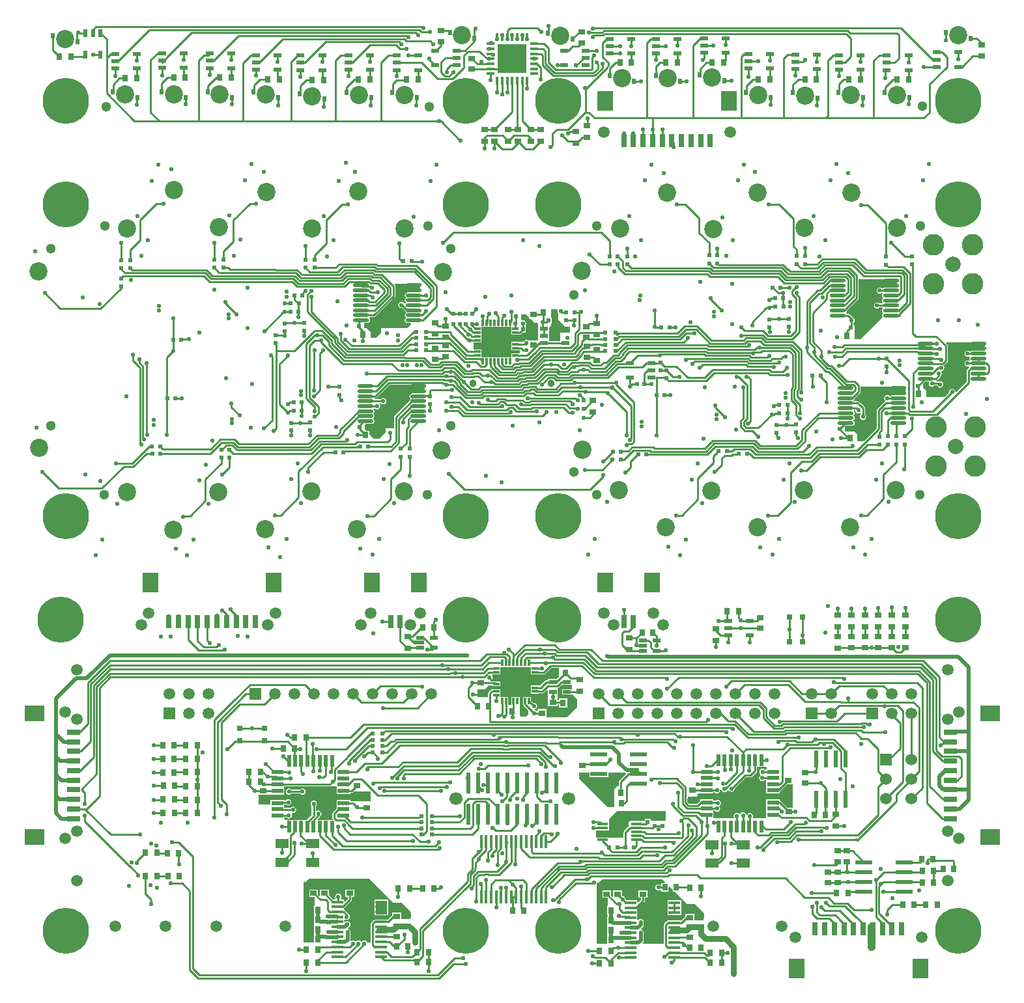
<source format=gtl>
G04*
G04 #@! TF.GenerationSoftware,Altium Limited,Altium Designer,18.1.6 (161)*
G04*
G04 Layer_Physical_Order=1*
G04 Layer_Color=255*
%FSTAX44Y44*%
%MOMM*%
G71*
G01*
G75*
%ADD10R,0.5000X0.7000*%
%ADD11R,0.9000X0.7000*%
%ADD12R,1.1000X0.6000*%
%ADD13R,0.7000X0.9000*%
%ADD14R,2.0000X2.6000*%
%ADD15R,0.7000X1.8000*%
%ADD16R,3.7000X3.7000*%
%ADD17R,1.0400X0.3300*%
%ADD18R,0.3300X1.0400*%
%ADD19R,0.9000X0.8000*%
%ADD20R,0.6000X1.1000*%
%ADD21C,0.2540*%
%ADD22R,0.6000X0.5500*%
%ADD23O,2.1000X0.4500*%
%ADD24R,0.5000X0.6000*%
%ADD25R,0.6000X0.5000*%
%ADD26R,0.5500X0.6000*%
%ADD27R,0.6000X0.6000*%
%ADD28R,0.8000X0.9000*%
%ADD29R,0.6000X0.6000*%
%ADD30R,3.1496X3.1496*%
%ADD31R,0.3048X0.8128*%
%ADD32R,0.8128X0.3048*%
%ADD33R,2.6000X2.0000*%
%ADD34R,1.8000X0.7000*%
%ADD35R,1.0000X0.4700*%
%ADD36R,1.5000X0.5500*%
%ADD37R,0.5500X1.5000*%
%ADD38R,2.2000X0.6000*%
%ADD39R,0.5080X2.7940*%
%ADD40R,0.4318X1.6510*%
%ADD41R,1.8000X1.2000*%
%ADD42R,0.7000X0.7500*%
%ADD43R,1.4500X0.3000*%
%ADD44R,1.5700X0.4100*%
%ADD45R,2.0250X2.6800*%
%ADD46R,0.7500X0.7000*%
%ADD47R,0.6000X2.2000*%
%ADD48C,0.5000*%
%ADD49C,1.0000*%
%ADD50C,0.7500*%
%ADD51C,0.5588*%
%ADD52C,1.3000*%
%ADD53C,2.3622*%
%ADD54C,1.5000*%
%ADD55C,6.0000*%
%ADD56C,2.0000*%
%ADD57C,2.8000*%
%ADD58C,0.9652*%
%ADD59R,1.5000X1.5000*%
%ADD60C,1.7000*%
%ADD61R,1.5240X1.5240*%
%ADD62C,1.5240*%
G36*
X01139958Y00915544D02*
X01140534Y00915306D01*
Y00904257D01*
X01124082D01*
X01122709Y00903984D01*
X01121622Y00903258D01*
X01120789D01*
X01120562Y00903598D01*
X01119218Y00904496D01*
X01117632Y00904812D01*
X01116046Y00904496D01*
X01114702Y00903598D01*
X01113804Y00902254D01*
X01113488Y00900668D01*
X01113804Y00899082D01*
X01114702Y00897738D01*
X01116046Y0089684D01*
X01117632Y00896524D01*
X01119218Y0089684D01*
X01120184Y00897486D01*
X01120525Y00897436D01*
X01121116Y00896065D01*
X01120766Y00895541D01*
X01120493Y00894168D01*
X01120766Y00892795D01*
X01121497Y00891701D01*
X0112166Y00891344D01*
Y00890492D01*
X01121497Y00890135D01*
X01120766Y00889041D01*
X01120493Y00887668D01*
X01120766Y00886295D01*
X01121544Y0088513D01*
X01121532Y00884733D01*
X01120553Y00883712D01*
X01117455D01*
X01117228Y00884052D01*
X01115884Y0088495D01*
X01114298Y00885266D01*
X01112712Y0088495D01*
X01111368Y00884052D01*
X0111047Y00882708D01*
X01110154Y00881122D01*
X0111047Y00879536D01*
X01111368Y00878192D01*
X01112712Y00877294D01*
X01114298Y00876978D01*
X01115884Y00877294D01*
X01117228Y00878192D01*
X01117455Y00878532D01*
X01121244D01*
X01121599Y0087736D01*
X01121497Y00877135D01*
X01120766Y00876041D01*
X01120493Y00874668D01*
X01120766Y00873295D01*
X01121544Y0087213D01*
X0112166Y00872053D01*
Y00870783D01*
X01121544Y00870706D01*
X01120766Y00869541D01*
X01120493Y00868168D01*
X01120766Y00866795D01*
X01121369Y00865893D01*
X01093164Y00837688D01*
X01085516D01*
Y00854941D01*
X01084358Y00856099D01*
Y0085619D01*
X01084267D01*
X01083614Y00856843D01*
Y00858661D01*
X01083954Y00858888D01*
X01084852Y00860232D01*
X01085168Y00861818D01*
X01084852Y00863404D01*
X01083954Y00864748D01*
X01083274Y00865202D01*
X01082855Y00865829D01*
X01078685Y00869999D01*
X01077845Y00870561D01*
X01076854Y00870758D01*
X01074352D01*
X01074004Y00871569D01*
Y00872053D01*
X0107412Y0087213D01*
X01074898Y00873295D01*
X01075085Y00874234D01*
X01089633Y00888783D01*
X01090195Y00889623D01*
X01090392Y00890614D01*
Y00915544D01*
X01139958D01*
D02*
G37*
G36*
X00519616Y00909502D02*
X00520192Y00909264D01*
Y00898161D01*
X00504068D01*
X00502695Y00897888D01*
X0050153Y0089711D01*
X00500752Y00895945D01*
X00500479Y00894572D01*
X00500752Y00893199D01*
X0050153Y00892034D01*
X00501646Y00891957D01*
Y00890687D01*
X0050153Y0089061D01*
X00500752Y00889445D01*
X00500479Y00888072D01*
X00500752Y00886699D01*
X0050153Y00885534D01*
X00501587Y00885496D01*
X00501607Y00884268D01*
X00500921Y00883745D01*
X00499549Y00883981D01*
X00498992Y00884814D01*
X00497648Y00885712D01*
X00496062Y00886028D01*
X00494476Y00885712D01*
X00493132Y00884814D01*
X00492234Y0088347D01*
X00491918Y00881884D01*
X00492234Y00880298D01*
X00493132Y00878954D01*
X00494476Y00878056D01*
X00496062Y0087774D01*
X00497231Y00877973D01*
X00500565Y00874638D01*
X00500752Y00873699D01*
X0050153Y00872534D01*
X00501646Y00872457D01*
Y00871187D01*
X0050153Y0087111D01*
X00500752Y00869945D01*
X00500479Y00868572D01*
X00500752Y00867199D01*
X0050153Y00866034D01*
X00501646Y00865957D01*
Y00864687D01*
X0050153Y0086461D01*
X00500752Y00863445D01*
X00500479Y00862072D01*
X00500752Y00860699D01*
X0050153Y00859534D01*
X00502695Y00858756D01*
X00504068Y00858483D01*
X00507804D01*
X0050829Y0085731D01*
X00503147Y00852166D01*
X00469646D01*
X00469646Y00845562D01*
X00463218Y00839134D01*
X00455836D01*
Y0084718D01*
X0045085Y00852166D01*
X00447548D01*
Y00858342D01*
X00447606Y00858483D01*
X00451568D01*
X00452941Y00858756D01*
X00454106Y00859534D01*
X00454884Y00860699D01*
X00455157Y00862072D01*
X00454884Y00863445D01*
X00454153Y00864539D01*
X00454013Y00864847D01*
X00454091Y00865014D01*
X00454924Y00865982D01*
X00460436D01*
X00461427Y00866179D01*
X00462267Y00866741D01*
X00487225Y00891699D01*
X00487787Y00892539D01*
X00487984Y0089353D01*
Y0090632D01*
X00487787Y00907311D01*
X00487225Y00908152D01*
X00487048Y00908329D01*
X00487534Y00909502D01*
X00519616D01*
D02*
G37*
G36*
X00661656Y0086617D02*
Y0086398D01*
X00663846D01*
X0066931Y00858516D01*
X00672544D01*
X0067375Y0085731D01*
Y0083625D01*
X0067349Y0083599D01*
X00672871Y00835372D01*
X00661656D01*
X00661656Y00835372D01*
X00660555Y0083578D01*
X00659954Y00836182D01*
X00658368Y00836498D01*
X00656782Y00836182D01*
X00655438Y00835284D01*
X0065454Y0083394D01*
X00654487Y00833674D01*
X00649732D01*
Y00833878D01*
X00639064D01*
Y0082321D01*
X00648462D01*
X00649732Y0082321D01*
X00649732Y0082194D01*
Y00818892D01*
X00639064D01*
Y00814066D01*
X00600209D01*
X00599948Y0081424D01*
Y00823972D01*
X0059D01*
Y0083337D01*
X00599948D01*
Y00843276D01*
Y00853182D01*
X00639064D01*
Y00843276D01*
X00649732D01*
Y0084348D01*
X00650066D01*
X00651057Y00843677D01*
X00651897Y00844239D01*
X00653443Y00845784D01*
X0065782D01*
Y00854324D01*
X0065782Y00854324D01*
X00657325Y00855594D01*
X00657878Y00856422D01*
X00658194Y00858008D01*
X00657878Y00859594D01*
X0065698Y00860938D01*
X00655636Y00861836D01*
X0065405Y00862152D01*
X0065327Y00861997D01*
X00652Y00862937D01*
Y00869661D01*
X00658165D01*
X00661656Y0086617D01*
D02*
G37*
G36*
X00699214Y00875534D02*
X00699047Y00875284D01*
X00698732Y00873699D01*
X00699047Y00872113D01*
X00699946Y00870769D01*
X0070025Y00870565D01*
X0070025Y00862518D01*
X00709018Y0085375D01*
X00714802D01*
Y0084625D01*
X00702958D01*
X00702714Y00846006D01*
Y00834626D01*
X00688326D01*
Y00836306D01*
X00688326D01*
Y00837266D01*
X00688326D01*
Y00845806D01*
X00688326D01*
Y00846766D01*
X00688326D01*
Y00853042D01*
X00690464Y0085518D01*
Y00858048D01*
X0069152D01*
Y00865588D01*
X00690464D01*
Y00876804D01*
X00698535Y00876804D01*
X00699214Y00875534D01*
D02*
G37*
G36*
X01253708Y00833294D02*
X01254284Y00833056D01*
Y00822299D01*
X01237874D01*
X012365Y00822026D01*
X01235414Y008213D01*
X01235103D01*
X01234876Y0082164D01*
X01233532Y00822538D01*
X01231946Y00822854D01*
X0123036Y00822538D01*
X01229016Y0082164D01*
X01228118Y00820296D01*
X01227802Y0081871D01*
X01228118Y00817124D01*
X01229016Y0081578D01*
X0123036Y00814882D01*
X01231946Y00814566D01*
X01233532Y00814882D01*
X01234194Y00815324D01*
X0123511Y00814409D01*
X01234558Y00813583D01*
X01234285Y0081221D01*
X01234558Y00810837D01*
X01235098Y00810028D01*
X01234183Y00809112D01*
X01233546Y00809538D01*
X0123196Y00809854D01*
X01230374Y00809538D01*
X0122903Y0080864D01*
X01228132Y00807296D01*
X01227816Y0080571D01*
X01228132Y00804124D01*
X0122903Y0080278D01*
X01230374Y00801882D01*
X0123196Y00801566D01*
X01233186Y0080181D01*
X01233836Y00800665D01*
X01231253Y00798081D01*
X01230691Y00797241D01*
X01230494Y0079625D01*
Y00782036D01*
X01217123Y00768665D01*
X01215772Y0076911D01*
X01215578Y00770086D01*
X0121468Y0077143D01*
X01213336Y00772328D01*
X0121175Y00772644D01*
X01210164Y00772328D01*
X0120882Y0077143D01*
X01207922Y00770086D01*
X01207606Y007685D01*
X01207686Y00768099D01*
X01201588Y00762D01*
X01177962Y00762D01*
Y00770976D01*
X0117425Y00774688D01*
Y00779673D01*
X01177197Y00782621D01*
X01181234D01*
X01181832Y00781501D01*
X0118173Y00781347D01*
X01181414Y00779762D01*
X0118173Y00778176D01*
X01182628Y00776832D01*
X01183972Y00775934D01*
X01185558Y00775618D01*
X01187143Y00775934D01*
X01188488Y00776832D01*
X01188715Y00777172D01*
X01192431D01*
X0119248Y00776926D01*
X01193378Y00775582D01*
X01194723Y00774683D01*
X01196308Y00774368D01*
X01197894Y00774683D01*
X01199238Y00775582D01*
X01200137Y00776926D01*
X01200452Y00778512D01*
X01200137Y00780097D01*
X01199238Y00781442D01*
X01197894Y0078234D01*
X01196308Y00782655D01*
X01194781Y00782352D01*
X01190649D01*
X01190646Y0078362D01*
X01191637Y00783817D01*
X01192477Y00784379D01*
X01196457Y00788359D01*
X01197019Y00789199D01*
X01197204Y00790129D01*
X01197882Y00791144D01*
X01198198Y0079273D01*
X01197882Y00794316D01*
X01197675Y00794625D01*
X01198277Y00796011D01*
X01199086Y00796172D01*
X0120043Y0079707D01*
X01201328Y00798414D01*
X01201644Y008D01*
X01201328Y00801586D01*
X01200571Y00802718D01*
X01200664Y00802941D01*
X01201504Y00803503D01*
X01205283Y00807282D01*
X01205845Y00808122D01*
X01206042Y00809113D01*
Y00828798D01*
X01205845Y00829789D01*
X01205283Y00830629D01*
X01203792Y00832121D01*
X01204278Y00833294D01*
X01253708D01*
D02*
G37*
G36*
X0115075Y00764556D02*
X011504Y00764269D01*
X011339D01*
X01132526Y00763996D01*
X0113144Y0076327D01*
X01130794D01*
X01130567Y0076361D01*
X01129223Y00764508D01*
X01127637Y00764824D01*
X01126051Y00764508D01*
X01124707Y0076361D01*
X01123809Y00762266D01*
X01123493Y0076068D01*
X01123809Y00759094D01*
X01124618Y00757883D01*
X01124583Y00757283D01*
X01124362Y00756453D01*
X01123701Y00756011D01*
X01114499Y00746809D01*
X01113937Y00745969D01*
X0111374Y00744978D01*
Y00721371D01*
X01110678Y00718308D01*
X01110488D01*
X01097026Y00704846D01*
X01096596Y00705276D01*
X0108839D01*
Y00714164D01*
X01085516Y00717038D01*
X01072642D01*
Y00724009D01*
X01073223Y00724591D01*
X010814D01*
X01082774Y00724864D01*
X01083938Y00725642D01*
X01084716Y00726807D01*
X01084989Y0072818D01*
X01084716Y00729553D01*
X01083938Y00730718D01*
X01083822Y00730795D01*
Y00732065D01*
X01083938Y00732142D01*
X01084716Y00733307D01*
X01084989Y0073468D01*
X01084716Y00736053D01*
X01083985Y00737147D01*
X01083822Y00737504D01*
Y00738356D01*
X01083985Y00738713D01*
X01084716Y00739807D01*
X01084989Y0074118D01*
X01084716Y00742553D01*
X01083938Y00743718D01*
X01084547Y00744838D01*
X01084719Y00745046D01*
X0108597Y00745044D01*
X01086024Y00744978D01*
X0108634Y00743392D01*
X01087238Y00742048D01*
X01088582Y0074115D01*
X01090168Y00740834D01*
X01091754Y0074115D01*
X01092046Y00741345D01*
X01093132Y00740772D01*
X01093164Y00739582D01*
X0109308Y00739526D01*
X01092182Y00738182D01*
X01091866Y00736596D01*
X01092182Y0073501D01*
X0109308Y00733666D01*
X01094424Y00732768D01*
X0109601Y00732452D01*
X01097596Y00732768D01*
X0109894Y00733666D01*
X01099838Y0073501D01*
X01100154Y00736596D01*
X01099838Y00738182D01*
X0109894Y00739526D01*
X010986Y00739753D01*
Y00747772D01*
X01098403Y00748763D01*
X01097841Y00749603D01*
X01097723Y00749721D01*
X01097614Y00749884D01*
X01094177Y00753321D01*
X01093773Y00753591D01*
X01091353Y00756011D01*
X01090513Y00756573D01*
X01089522Y0075677D01*
X0108417D01*
X01083822Y00757581D01*
Y00758065D01*
X01083938Y00758142D01*
X01084716Y00759307D01*
X01084903Y00760246D01*
X01091831Y00767175D01*
X01092393Y00768015D01*
X0109259Y00769006D01*
Y00775644D01*
X0115075D01*
Y00764556D01*
D02*
G37*
G36*
X00526288Y00777407D02*
Y00766843D01*
X00509822D01*
X00508448Y0076657D01*
X00507284Y00765792D01*
X00506506Y00764628D01*
X00506233Y00763254D01*
X00506506Y00761881D01*
X00507284Y00760716D01*
X005074Y00760639D01*
Y00759369D01*
X00507284Y00759292D01*
X00506506Y00758127D01*
X00506319Y00757188D01*
X00487119Y00737987D01*
X00486557Y00737147D01*
X0048636Y00736156D01*
Y00721102D01*
X00475742D01*
Y00716784D01*
X00467028Y0070807D01*
X00459232D01*
Y00709164D01*
X00454628Y00713768D01*
Y0071849D01*
X00449906D01*
X00448056Y0072034D01*
X00449072Y00721356D01*
Y00727165D01*
X00457322D01*
X00458695Y00727438D01*
X0045986Y00728216D01*
X00460638Y00729381D01*
X00460911Y00730754D01*
X00460638Y00732127D01*
X0045986Y00733292D01*
X00459744Y00733369D01*
Y00734639D01*
X0045986Y00734716D01*
X00460638Y00735881D01*
X00460911Y00737254D01*
X00460638Y00738627D01*
X0045986Y00739792D01*
X00459744Y00739869D01*
Y00741139D01*
X0045986Y00741216D01*
X00460638Y00742381D01*
X00460911Y00743754D01*
X00460638Y00745127D01*
X00459907Y00746221D01*
X00459767Y00746529D01*
X00459845Y00746696D01*
X0046017Y00747074D01*
X0046144Y00747324D01*
X00462784Y00746426D01*
X0046437Y0074611D01*
X00465956Y00746426D01*
X004673Y00747324D01*
X00468198Y00748668D01*
X00468514Y00750254D01*
X00468198Y0075184D01*
X00467494Y00752894D01*
X0046785Y00753897D01*
X0046799Y00754079D01*
X00469242Y00754056D01*
X00469397Y00753824D01*
X00470742Y00752926D01*
X00472327Y0075261D01*
X00473913Y00752926D01*
X00475257Y00753824D01*
X00476155Y00755168D01*
X00476471Y00756754D01*
X00476155Y0075834D01*
X00475257Y00759684D01*
X00473913Y00760582D01*
X00472327Y00760898D01*
X00470742Y00760582D01*
X00469397Y00759684D01*
X0046917Y00759344D01*
X00461497D01*
X00461115Y00760004D01*
X00461497Y00760664D01*
X00461937D01*
X00462928Y00760861D01*
X00463768Y00761423D01*
X00480784Y00778438D01*
X00525712D01*
X00526288Y00777407D01*
D02*
G37*
G36*
X0066395Y00401307D02*
X00669288D01*
X00669538Y00401257D01*
X00681148D01*
X00682139Y00401455D01*
X00682979Y00402016D01*
X00691111Y00410147D01*
X00700999D01*
Y00398662D01*
X00697457Y0039512D01*
X0068673D01*
Y0039409D01*
X00684465D01*
X00683474Y00393893D01*
X00682634Y00393332D01*
X00675927Y00386625D01*
X00674618D01*
Y00386829D01*
X0066395D01*
Y00376415D01*
X00674618D01*
Y00376619D01*
X00679209D01*
X006802Y00376816D01*
X0068104Y00377378D01*
X00684827Y00381164D01*
X00686Y00380678D01*
Y0036096D01*
X0068723Y0035973D01*
X0069877D01*
Y0036241D01*
X0070078D01*
Y00358231D01*
X0071132D01*
Y00369771D01*
X0070078D01*
Y0036759D01*
X0069877D01*
Y0037488D01*
X0069927D01*
Y0038212D01*
X0069877D01*
Y0038341D01*
X00699001D01*
X00699992Y00383607D01*
X00700832Y00384169D01*
X0070381Y00387147D01*
X0070473Y0038788D01*
Y0038788D01*
X0070473Y0038788D01*
X0071727D01*
X00717712Y00387438D01*
Y00383207D01*
X0071727Y0038212D01*
X0070473D01*
Y0037488D01*
X0071727D01*
Y0037488D01*
X0071854Y0037523D01*
X00724385Y00369385D01*
Y0035877D01*
X00710759Y00345144D01*
X00685797Y00345144D01*
X0068477Y0034573D01*
Y0035627D01*
X0067323D01*
Y0035359D01*
X00671658D01*
X00671431Y0035393D01*
X00671091Y00354157D01*
X00670248Y00355D01*
X00669766D01*
X00669641Y0035627D01*
X00670081Y00356357D01*
X00671425Y00357256D01*
X00672324Y003586D01*
X00672639Y00360186D01*
X00672324Y00361771D01*
X00671425Y00363116D01*
X00670081Y00364014D01*
X00668495Y00364329D01*
X00668094Y00364249D01*
X00664712Y00367632D01*
Y00372097D01*
X00654044D01*
Y00361429D01*
X00654608D01*
X00655007Y00360832D01*
X00659894Y00355945D01*
X00660591Y00355D01*
X00660591D01*
X00660591Y00355D01*
Y0035D01*
X006573Y00346709D01*
X00651291D01*
X00649726Y00348274D01*
Y00361429D01*
Y00372097D01*
X00639058D01*
Y00361429D01*
X0063474D01*
Y00372097D01*
X00624834D01*
Y00382003D01*
X00614166D01*
Y00381799D01*
X00613753D01*
X00612761Y00381602D01*
X00611921Y0038104D01*
X00608941Y0037806D01*
X00608379Y00377219D01*
X00608182Y00376228D01*
Y0037154D01*
X00595D01*
Y00381748D01*
X00604628D01*
X00610289Y0038741D01*
X00614166D01*
Y00386321D01*
X00624834D01*
Y00391909D01*
X0062033D01*
X00619607Y00392392D01*
X00618616Y00392589D01*
X00614166D01*
Y00401307D01*
X00624834D01*
Y00411106D01*
X0066395D01*
Y00401307D01*
D02*
G37*
G36*
X00971634Y002799D02*
X00971323Y00278668D01*
X00970156D01*
Y00277238D01*
X00968509D01*
X00968282Y00277578D01*
X00966937Y00278476D01*
X00965352Y00278792D01*
X00963766Y00278476D01*
X00962422Y00277578D01*
X00961524Y00276234D01*
X00961208Y00274648D01*
X00961524Y00273062D01*
X00962422Y00271718D01*
X00962704Y00271529D01*
Y00270002D01*
X0096207Y00269578D01*
X00961172Y00268234D01*
X00960856Y00266648D01*
X00961172Y00265063D01*
X0096207Y00263718D01*
X00963414Y0026282D01*
X00965Y00262505D01*
X00966586Y0026282D01*
X0096793Y00263718D01*
X00968157Y00264058D01*
X00970156D01*
Y00254628D01*
Y00246628D01*
X00987696D01*
Y0024842D01*
X00988289Y00248817D01*
X00997393Y0025792D01*
X0100477D01*
X01005Y00256745D01*
Y0022827D01*
X00997392D01*
X00989183Y00236479D01*
X00988343Y00237041D01*
X00987696Y0023717D01*
Y00238668D01*
X00970156D01*
Y00230628D01*
Y00222628D01*
Y00214628D01*
X00969146Y00214D01*
X0095333D01*
X00952731Y0021512D01*
X00952828Y00215265D01*
X00953144Y00216851D01*
X00952828Y00218437D01*
X0095193Y00219781D01*
X00950586Y00220679D01*
X00949Y00220995D01*
X00947414Y00220679D01*
X0094607Y00219781D01*
X00945297Y00218624D01*
X00944534Y00218608D01*
X00943975Y00218758D01*
X00943848Y00219396D01*
X0094295Y0022074D01*
X00941606Y00221639D01*
X0094002Y00221954D01*
X00938435Y00221639D01*
X0093709Y0022074D01*
X00936503Y00219862D01*
X00935143Y00219739D01*
X00935034Y00219775D01*
X00934931Y00219929D01*
X00933587Y00220827D01*
X00932001Y00221143D01*
X00930415Y00220827D01*
X00929071Y00219929D01*
X00928173Y00218585D01*
X00927857Y00216999D01*
X00928173Y00215413D01*
X00928269Y0021527D01*
X0092759Y00214D01*
X00902706D01*
X00901696Y00214628D01*
Y00224058D01*
X00903194D01*
X00903422Y00223718D01*
X00904766Y0022282D01*
X00906352Y00222505D01*
X00907937Y0022282D01*
X00909282Y00223718D01*
X0091018Y00225063D01*
X00910495Y00226648D01*
X0091018Y00228234D01*
X00909282Y00229578D01*
X00909632Y00230871D01*
X0090993Y0023107D01*
X00910828Y00232414D01*
X00911144Y00234D01*
X00910828Y00235586D01*
X0090993Y0023693D01*
X00908586Y00237828D01*
X00907Y00238144D01*
X00905414Y00237828D01*
X00904531Y00237238D01*
X00901696D01*
Y00238668D01*
X00884156D01*
Y00236706D01*
X00883817Y00236479D01*
X00880386Y00233048D01*
X0086986D01*
X00869417Y00233491D01*
X00869129Y00233922D01*
X00867734Y00235317D01*
Y00236735D01*
X00868027Y00242641D01*
X00881003Y00242648D01*
Y0024573D01*
X00881901Y00246628D01*
X00901696D01*
Y00248058D01*
X00902974D01*
X00903202Y00247718D01*
X00904546Y0024682D01*
X00906132Y00246505D01*
X00907718Y0024682D01*
X00909062Y00247718D01*
X0090996Y00249062D01*
X00910275Y00250648D01*
X0091072Y00251201D01*
X00912035Y00251104D01*
X00912172Y00250414D01*
X0091307Y0024907D01*
X00914414Y00248172D01*
X00916Y00247856D01*
X00917586Y00248172D01*
X0091893Y0024907D01*
X00919828Y00250414D01*
X00919897Y00250758D01*
X00920996Y00250844D01*
X00921191Y00250814D01*
X00921213Y00250797D01*
X0092207Y00249513D01*
X00923414Y00248615D01*
X00925Y002483D01*
X00926586Y00248615D01*
X0092793Y00249513D01*
X00928828Y00250858D01*
X00929144Y00252443D01*
X00929064Y00252845D01*
X00943629Y0026741D01*
X0095D01*
X00950991Y00267607D01*
X00951831Y00268169D01*
X00957757Y00274094D01*
X00958318Y00274934D01*
X00958515Y00275925D01*
Y00280878D01*
X00967945D01*
Y00281D01*
X0096959D01*
X00971634Y002799D01*
D02*
G37*
G36*
X00787809Y00271976D02*
X00779168Y00263335D01*
X00778607Y00262495D01*
X0077841Y00261504D01*
Y00255648D01*
X00776559D01*
X00772911Y00252D01*
X00773024Y00251887D01*
Y00228953D01*
X00764355D01*
X00728246Y00265063D01*
X00726688D01*
Y0027308D01*
X0072709Y00273246D01*
X00740143D01*
Y00267454D01*
X00764683D01*
Y00273246D01*
X00787283D01*
X00787809Y00271976D01*
D02*
G37*
G36*
X00412021Y0024598D02*
X00429561D01*
Y0024741D01*
X00431352D01*
X00432343Y00247607D01*
X00433183Y00248168D01*
X00434015Y00249D01*
X00456D01*
Y00236589D01*
X00429561D01*
Y0023802D01*
X00412021D01*
Y00226734D01*
X00407169Y00221882D01*
X00406607Y00221042D01*
X0040641Y00220051D01*
Y00214D01*
X00406601Y0021304D01*
X00406607Y00213008D01*
X00405908Y0021177D01*
X00387429D01*
X00386943Y00212943D01*
X00389831Y00215832D01*
X00390393Y00216672D01*
X00390402Y00216717D01*
X0039093Y0021707D01*
X00391828Y00218414D01*
X00392144Y0022D01*
X00391828Y00221586D01*
X0039093Y0022293D01*
X00389586Y00223828D01*
X00388Y00224144D01*
X00386414Y00223828D01*
X0038586Y00223458D01*
X0038459Y00224137D01*
Y00229843D01*
X0038493Y0023007D01*
X00385828Y00231414D01*
X00386144Y00233D01*
X00385828Y00234586D01*
X0038493Y0023593D01*
X00383586Y00236828D01*
X00382Y00237144D01*
X00380414Y00236828D01*
X0037907Y0023593D01*
X00378172Y00234586D01*
X00377856Y00233D01*
X00378172Y00231414D01*
X0037907Y0023007D01*
X0037941Y00229843D01*
Y00218124D01*
X00373056Y0021177D01*
X00345771D01*
X00343561Y0021398D01*
Y0021541D01*
X00346537D01*
X00346764Y0021507D01*
X00348108Y00214172D01*
X00349694Y00213856D01*
X0035128Y00214172D01*
X00352624Y0021507D01*
X00353522Y00216414D01*
X00353838Y00218D01*
X00353522Y00219585D01*
X00353314Y00219897D01*
X00354078Y0022104D01*
X00355Y00220856D01*
X00356586Y00221172D01*
X0035793Y0022207D01*
X00358828Y00223414D01*
X00359144Y00225D01*
X00358828Y00226586D01*
X0035793Y0022793D01*
X00356586Y00228828D01*
X00355Y00229144D01*
X00353414Y00228828D01*
X0035207Y0022793D01*
X00351843Y0022759D01*
X00343561D01*
Y0023241D01*
X00345843D01*
X0034607Y0023207D01*
X00347414Y00231172D01*
X00349Y00230856D01*
X00350586Y00231172D01*
X0035193Y0023207D01*
X00352828Y00233414D01*
X00353144Y00235D01*
X00352828Y00236586D01*
X0035193Y0023793D01*
X00350586Y00238828D01*
X00349Y00239144D01*
X00347414Y00238828D01*
X0034607Y0023793D01*
X00345843Y0023759D01*
X00343561D01*
Y0023802D01*
X00326021D01*
Y0023175D01*
X0031D01*
Y00243204D01*
X0031023Y00244378D01*
X0032177D01*
Y00245D01*
X00343791D01*
Y0025541D01*
X00403D01*
X00403991Y00255607D01*
X00404204Y00255749D01*
X00412021D01*
Y0024598D01*
D02*
G37*
G36*
X008395Y0022332D02*
Y0021132D01*
X0081977D01*
Y0021309D01*
X0081223D01*
Y0021132D01*
X00794D01*
X007915Y0020882D01*
Y00203539D01*
X00791337Y0020343D01*
X00790919Y00203151D01*
X00785669Y00197901D01*
Y00197901D01*
X00785669Y00197901D01*
X00785333Y00197399D01*
X00785108Y00197061D01*
X00785107Y00197061D01*
X00785107Y00197061D01*
X00785008Y00196563D01*
X0078491Y0019607D01*
Y0019607D01*
Y0019607D01*
Y0018882D01*
X0076602D01*
Y0018909D01*
X00749D01*
Y0019855D01*
X0076602D01*
Y0019882D01*
X0076625D01*
Y0021357D01*
X007765Y0022382D01*
X00839D01*
X008395Y0022332D01*
D02*
G37*
G36*
X00838723Y0013109D02*
X00838237Y00129917D01*
X0083373D01*
Y00127992D01*
X0083246Y00127391D01*
X00831586Y00127975D01*
X0083Y00128291D01*
X00828414Y00127975D01*
X0082707Y00127077D01*
X00826172Y00125733D01*
X00825856Y00124147D01*
X00826172Y00122561D01*
X0082707Y00121217D01*
X00828414Y00120319D01*
X0083Y00120003D01*
X00831586Y00120319D01*
X0083246Y00120903D01*
X0083373Y00120302D01*
Y00118377D01*
X0084327D01*
Y00124884D01*
X00844443Y0012537D01*
X0084873Y00121083D01*
Y00118377D01*
X00851436D01*
X00867057Y00102756D01*
X00877369D01*
X00889Y00091125D01*
Y00081557D01*
X0087677D01*
Y0009027D01*
X0086523D01*
Y00086998D01*
X0086498Y00086831D01*
X00859721Y00081572D01*
X00841852D01*
Y00080719D01*
X00841481Y00080645D01*
X00841481Y00080645D01*
X00841481Y00080645D01*
X00841091Y00080384D01*
X00840641Y00080084D01*
X0083814Y00077584D01*
X0083814Y00077584D01*
X0083814Y00077584D01*
X0083788Y00077194D01*
X00837579Y00076744D01*
X00837579Y00076744D01*
X00837579Y00076743D01*
X0083748Y00076245D01*
X00837382Y00075753D01*
X00837382Y00075753D01*
X00837382Y00075753D01*
Y00051065D01*
X0080997Y00051066D01*
X00809484Y00052239D01*
X00809718Y00052473D01*
X00809718Y00052473D01*
X00810551Y0005372D01*
X00810844Y00055191D01*
X00810844Y00055191D01*
Y00063434D01*
X00811144Y00064941D01*
X00810828Y00066527D01*
X0080993Y00067871D01*
X00808586Y00068769D01*
X00807939Y00068898D01*
X00807521Y00070276D01*
X00809718Y00072473D01*
X00809718Y00072473D01*
X00809718Y00072473D01*
X00810199Y00073192D01*
X00810551Y0007372D01*
X00810551Y0007372D01*
X00810551Y0007372D01*
X00810692Y00074424D01*
X00810844Y00075191D01*
X00810844Y00075191D01*
X00810844Y00075191D01*
Y00077493D01*
X00811144Y00079D01*
X00810828Y00080586D01*
X0080993Y0008193D01*
X00808586Y00082828D01*
X00807Y00083144D01*
X00805415Y00082828D01*
X0080407Y0008193D01*
X00803962Y00081768D01*
X00802692Y00082153D01*
Y00087933D01*
Y00096218D01*
X00811831Y00105357D01*
X00812393Y00106198D01*
X0081259Y00107189D01*
Y0011073D01*
X0081577D01*
Y0012027D01*
X0080423D01*
Y0011073D01*
X0080741D01*
Y00108261D01*
X00803865Y00104716D01*
X00802692Y00105202D01*
Y00107572D01*
X0078859D01*
X00787639Y00108524D01*
X00787328Y00110086D01*
X0078643Y0011143D01*
X00785085Y00112329D01*
X00783524Y00112639D01*
X0078277Y00113393D01*
Y0012027D01*
X0077123D01*
Y00112536D01*
X00770057Y0011205D01*
X00768714Y00113393D01*
Y00120271D01*
X00757174D01*
Y00110731D01*
X00762835D01*
X00764052Y00110602D01*
Y0009977D01*
X0076373D01*
Y0008823D01*
X00764052D01*
Y00086771D01*
X0076373D01*
Y00075542D01*
X0076373Y00075231D01*
X0076373Y00075231D01*
Y00074272D01*
X0076373D01*
X0076373Y00073961D01*
Y0006304D01*
X0076373Y00062732D01*
X0076373Y00062732D01*
Y0006177D01*
X0076373D01*
X0076373Y00061462D01*
Y00051066D01*
X0075035D01*
X00749955Y0005202D01*
Y00128517D01*
X00750221Y00128915D01*
X00750502Y00130326D01*
X00752547D01*
X00756525Y00134304D01*
X00835509D01*
X00838723Y0013109D01*
D02*
G37*
G36*
X00486057Y00103943D02*
X00496369D01*
X00508Y00092312D01*
Y00082744D01*
X0049577D01*
Y00091329D01*
X0048423D01*
Y00088057D01*
X0048398Y0008789D01*
X00478721Y00082632D01*
X00460852D01*
Y00081778D01*
X00460481Y00081704D01*
X00460481Y00081704D01*
X00460481Y00081704D01*
X00460091Y00081444D01*
X00459641Y00081143D01*
X0045714Y00078643D01*
X0045714Y00078643D01*
X0045714Y00078643D01*
X0045688Y00078253D01*
X00456579Y00077803D01*
X00456579Y00077803D01*
X00456579Y00077803D01*
X0045648Y00077305D01*
X00456382Y00076812D01*
X00456382Y00076812D01*
X00456382Y00076812D01*
Y00052252D01*
X00451894D01*
X00451828Y00052586D01*
X0045093Y0005393D01*
X00449586Y00054828D01*
X00448Y00055144D01*
X00446414Y00054828D01*
X0044507Y0005393D01*
X00444764Y00053472D01*
X00443236D01*
X0044293Y0005393D01*
X00441586Y00054828D01*
X0044Y00055144D01*
X00438414Y00054828D01*
X00437338Y00054109D01*
X004365Y00054002D01*
X00435662Y00054109D01*
X00434586Y00054828D01*
X00433Y00055144D01*
X00431414Y00054828D01*
X00430657Y00054322D01*
X00429627Y00055162D01*
X00429844Y0005625D01*
X00429844Y00056251D01*
Y00064493D01*
X00430144Y00066D01*
X00429828Y00067586D01*
X0042893Y0006893D01*
X00427586Y00069828D01*
X00426938Y00069957D01*
X00426521Y00071335D01*
X00427402Y00072216D01*
X0042868Y0007307D01*
X00429578Y00074414D01*
X00429893Y00076D01*
X00429578Y00077586D01*
X0042868Y0007893D01*
X00427335Y00079828D01*
X0042575Y00080143D01*
X00424164Y00079828D01*
X00423899Y00079651D01*
X00423396Y00079551D01*
X00422962Y00079261D01*
X00421692Y00079939D01*
Y00081795D01*
X00422962Y00082474D01*
X00423414Y00082172D01*
X00425Y00081856D01*
X00426586Y00082172D01*
X0042793Y0008307D01*
X00428828Y00084414D01*
X00429144Y00086D01*
X00428828Y00087586D01*
X0042793Y0008893D01*
X00427453Y00089249D01*
X00427393Y00089552D01*
X00426831Y00090392D01*
X00423081Y00094143D01*
X0042224Y00094704D01*
X00421692Y00094813D01*
Y00097277D01*
X00430831Y00106416D01*
X00431393Y00107257D01*
X0043159Y00108248D01*
Y00111789D01*
X0043477D01*
Y00121329D01*
X0042323D01*
Y00111789D01*
X0042641D01*
Y0010932D01*
X00422865Y00105775D01*
X00421692Y00106261D01*
Y00108631D01*
X00418164D01*
X00417486Y00109901D01*
X00417828Y00110414D01*
X00418144Y00112D01*
X00417828Y00113586D01*
X0041693Y0011493D01*
X00415586Y00115828D01*
X00414Y00116144D01*
X00412414Y00115828D01*
X0041107Y0011493D01*
X00410172Y00113586D01*
X00409856Y00112D01*
X00410172Y00110414D01*
X00410514Y00109901D01*
X00409836Y00108631D01*
X0040759D01*
X0040177Y00114452D01*
Y00121329D01*
X0039023D01*
Y00113595D01*
X00389057Y00113109D01*
X00387714Y00114452D01*
Y00121329D01*
X00376174D01*
Y00111789D01*
X00383052D01*
Y00100829D01*
X0038273D01*
Y00089289D01*
X00383052D01*
Y00087829D01*
X0038273D01*
Y00076601D01*
X0038273Y00076289D01*
X0038273Y00076289D01*
Y00075331D01*
X0038273D01*
X0038273Y00075019D01*
Y00064099D01*
X0038273Y00063791D01*
X0038273Y00063791D01*
Y00062829D01*
X0038273D01*
X0038273Y00062522D01*
Y00052252D01*
X0036935D01*
X00368955Y00053207D01*
Y00131513D01*
X00371547D01*
X00375525Y00135491D01*
X00454509D01*
X00486057Y00103943D01*
D02*
G37*
%LPC*%
G36*
X00367485Y00253144D02*
X00365899Y00252828D01*
X00364555Y0025193D01*
X00364327Y0025159D01*
X00353157D01*
X0035293Y0025193D01*
X00351586Y00252828D01*
X0035Y00253144D01*
X00348414Y00252828D01*
X0034707Y0025193D01*
X00346172Y00250586D01*
X00345856Y00249D01*
X00346172Y00247414D01*
X0034707Y0024607D01*
X00348414Y00245172D01*
X0035Y00244856D01*
X00351586Y00245172D01*
X0035293Y0024607D01*
X00353157Y0024641D01*
X00364327D01*
X00364555Y0024607D01*
X00365899Y00245172D01*
X00367485Y00244856D01*
X0036907Y00245172D01*
X00370415Y0024607D01*
X00371313Y00247414D01*
X00371628Y00249D01*
X00371313Y00250586D01*
X00370415Y0025193D01*
X0036907Y00252828D01*
X00367485Y00253144D01*
D02*
G37*
G36*
X00860092Y00107572D02*
X00841852D01*
Y00100932D01*
Y00094432D01*
Y00087933D01*
X00860092D01*
Y00094432D01*
Y00100932D01*
Y00107572D01*
D02*
G37*
G36*
X00479092Y00108631D02*
X00460852D01*
Y00101992D01*
Y00095492D01*
Y00088992D01*
X00461229D01*
X00461499Y00088339D01*
X00462472Y00087937D01*
X00477472D01*
X00478444Y00088339D01*
X00478714Y00088992D01*
X00479092D01*
Y00095492D01*
Y00101992D01*
Y00108631D01*
D02*
G37*
%LPD*%
G36*
X00477472Y00089311D02*
X00462472D01*
Y00106811D01*
X00477472D01*
Y00089311D01*
D02*
G37*
D10*
X00976Y0115125D02*
D03*
X00944Y0115875D02*
D03*
X00916Y01174D02*
D03*
X00884Y011815D02*
D03*
X01156Y0115125D02*
D03*
X01124Y0115875D02*
D03*
X01096Y0115125D02*
D03*
X01064Y0115875D02*
D03*
X010365Y011505D02*
D03*
X010045Y01158D02*
D03*
X007985Y01173D02*
D03*
X007665Y011805D02*
D03*
X00591Y0122875D02*
D03*
X00559Y0123625D02*
D03*
X00516Y0115125D02*
D03*
X00484Y0115875D02*
D03*
X004565Y0115125D02*
D03*
X004245Y0115875D02*
D03*
X00396Y011495D02*
D03*
X00364Y01157D02*
D03*
X00336Y0115175D02*
D03*
X00304Y0115925D02*
D03*
X00276Y0115175D02*
D03*
X00244Y0115925D02*
D03*
X00216Y0115175D02*
D03*
X00184Y0115925D02*
D03*
X00153Y0115175D02*
D03*
X00121Y0115925D02*
D03*
X0007475Y0122425D02*
D03*
X0004275Y0123175D02*
D03*
X008585Y01173D02*
D03*
X008265Y011805D02*
D03*
X006865Y01235424D02*
D03*
X007185Y01227924D02*
D03*
X01204Y0123625D02*
D03*
X01236Y0122875D02*
D03*
D11*
X0125Y01220565D02*
D03*
Y01205565D02*
D03*
X0073Y012225D02*
D03*
Y012375D02*
D03*
X007375Y01115D02*
D03*
Y011D02*
D03*
X007225Y011075D02*
D03*
Y010925D02*
D03*
X00677Y0111D02*
D03*
Y01095D02*
D03*
X006645Y0111D02*
D03*
Y01095D02*
D03*
X006475Y0111D02*
D03*
Y01095D02*
D03*
X00635Y0111D02*
D03*
Y01095D02*
D03*
X00617Y0111D02*
D03*
Y01095D02*
D03*
X006045Y0111D02*
D03*
Y01095D02*
D03*
X005475Y01224174D02*
D03*
Y01239174D02*
D03*
X00745Y007575D02*
D03*
Y007425D02*
D03*
X00792558Y0043378D02*
D03*
Y0044878D02*
D03*
X01150972Y00478297D02*
D03*
Y00463297D02*
D03*
Y00450797D02*
D03*
Y00435798D02*
D03*
X01133473Y00450797D02*
D03*
Y00435798D02*
D03*
Y00478297D02*
D03*
Y00463297D02*
D03*
X01115972Y00450797D02*
D03*
Y00435798D02*
D03*
Y00478297D02*
D03*
Y00463297D02*
D03*
X01098472Y00478297D02*
D03*
Y00463297D02*
D03*
Y00450797D02*
D03*
Y00435798D02*
D03*
X01080972Y00450797D02*
D03*
Y00435798D02*
D03*
Y00478297D02*
D03*
Y00463297D02*
D03*
X01063Y004785D02*
D03*
Y004635D02*
D03*
Y00450292D02*
D03*
Y00435292D02*
D03*
X0090481Y00445743D02*
D03*
Y00460743D02*
D03*
X01062772Y00157313D02*
D03*
Y00172313D02*
D03*
X0081Y001155D02*
D03*
Y001305D02*
D03*
X00762944Y00115501D02*
D03*
Y00130501D02*
D03*
X00728Y003945D02*
D03*
Y003795D02*
D03*
X00504Y00450107D02*
D03*
Y00435108D02*
D03*
X00429Y00131559D02*
D03*
Y00116559D02*
D03*
X00381944Y00131559D02*
D03*
Y00116559D02*
D03*
X00777Y001155D02*
D03*
Y001305D02*
D03*
X00396Y00131559D02*
D03*
Y00116559D02*
D03*
X01060294Y002045D02*
D03*
Y002195D02*
D03*
D12*
X01191618Y01210525D02*
D03*
Y01201025D02*
D03*
Y01191525D02*
D03*
X01219618D02*
D03*
Y01210525D02*
D03*
X01155Y012065D02*
D03*
Y011875D02*
D03*
X01127D02*
D03*
Y01197D02*
D03*
Y012065D02*
D03*
X01065Y01207D02*
D03*
Y011975D02*
D03*
Y01188D02*
D03*
X01093D02*
D03*
Y01207D02*
D03*
X01036Y012075D02*
D03*
Y011885D02*
D03*
X01008D02*
D03*
Y01198D02*
D03*
Y012075D02*
D03*
X00975Y0120825D02*
D03*
Y0118925D02*
D03*
X00947D02*
D03*
Y0119875D02*
D03*
Y0120825D02*
D03*
X009175Y0122875D02*
D03*
Y0120975D02*
D03*
X008895D02*
D03*
Y0121925D02*
D03*
Y0122875D02*
D03*
X00855Y01228D02*
D03*
Y01209D02*
D03*
X00827D02*
D03*
Y012185D02*
D03*
Y01228D02*
D03*
X00767D02*
D03*
Y012185D02*
D03*
Y01209D02*
D03*
X00795D02*
D03*
Y01228D02*
D03*
X00539638Y011938D02*
D03*
Y012128D02*
D03*
X00567637D02*
D03*
Y012033D02*
D03*
Y011938D02*
D03*
X005175Y012065D02*
D03*
Y011875D02*
D03*
X004895D02*
D03*
Y01197D02*
D03*
Y012065D02*
D03*
X004555Y01207D02*
D03*
Y01188D02*
D03*
X004275D02*
D03*
Y011975D02*
D03*
Y01207D02*
D03*
X00335Y01207D02*
D03*
Y01188D02*
D03*
X00307D02*
D03*
Y011975D02*
D03*
Y01207D02*
D03*
X00275Y01209D02*
D03*
Y0119D02*
D03*
X00247D02*
D03*
Y011995D02*
D03*
Y01209D02*
D03*
X00213Y012095D02*
D03*
Y011905D02*
D03*
X00185D02*
D03*
Y012D02*
D03*
Y012095D02*
D03*
X00152Y0120825D02*
D03*
Y0118925D02*
D03*
X00124D02*
D03*
Y0119875D02*
D03*
Y0120825D02*
D03*
X00365Y012065D02*
D03*
Y01197D02*
D03*
Y011875D02*
D03*
X00393D02*
D03*
Y012065D02*
D03*
X007355Y011935D02*
D03*
Y01203D02*
D03*
Y012125D02*
D03*
X007075D02*
D03*
Y011935D02*
D03*
X00793208Y0078725D02*
D03*
Y0080625D02*
D03*
X00821208D02*
D03*
Y0079675D02*
D03*
Y0078725D02*
D03*
X00709556Y00851036D02*
D03*
Y00832036D02*
D03*
X00681556D02*
D03*
Y00841536D02*
D03*
Y00851036D02*
D03*
X00920482Y00471063D02*
D03*
Y00461562D02*
D03*
Y00452063D02*
D03*
X00948482D02*
D03*
Y00471063D02*
D03*
D13*
X01155Y011755D02*
D03*
X0114D02*
D03*
X010925Y01175D02*
D03*
X010775D02*
D03*
X010355Y011755D02*
D03*
X010205D02*
D03*
X00975Y011755D02*
D03*
X0096D02*
D03*
X00915Y01197D02*
D03*
X009D02*
D03*
X0078D02*
D03*
X00795D02*
D03*
X005175Y01175D02*
D03*
X005025D02*
D03*
X00455Y011755D02*
D03*
X0044D02*
D03*
X003375Y011755D02*
D03*
X003225D02*
D03*
X00275Y011775D02*
D03*
X0026D02*
D03*
X00215Y011775D02*
D03*
X002D02*
D03*
X0006625Y01205D02*
D03*
X0005125D02*
D03*
X00152Y0117675D02*
D03*
X00137D02*
D03*
X0038Y011745D02*
D03*
X00395D02*
D03*
X0084Y01197D02*
D03*
X00855D02*
D03*
X007685Y00025514D02*
D03*
X007535D02*
D03*
X00934062Y00483493D02*
D03*
X00919062D02*
D03*
X01172082Y00161194D02*
D03*
X01187082D02*
D03*
X01187772Y00145438D02*
D03*
X01172772D02*
D03*
X01187772Y0013077D02*
D03*
X01172772D02*
D03*
X011925Y00102D02*
D03*
X011775D02*
D03*
X011475Y00102D02*
D03*
X011625D02*
D03*
X010615Y00116559D02*
D03*
X010765D02*
D03*
X008975Y0002594D02*
D03*
X009125D02*
D03*
X008855Y00124D02*
D03*
X008705D02*
D03*
X008385Y00124147D02*
D03*
X008535D02*
D03*
X007535Y00042D02*
D03*
X007685D02*
D03*
Y00068502D02*
D03*
X007535D02*
D03*
X007685Y00094D02*
D03*
X007535D02*
D03*
X005945Y00360186D02*
D03*
X006095D02*
D03*
X005165Y00027D02*
D03*
X005315D02*
D03*
X005385Y00123D02*
D03*
X005235D02*
D03*
X004915Y00123D02*
D03*
X005065D02*
D03*
X003725Y00095059D02*
D03*
X003875D02*
D03*
X003725Y00069562D02*
D03*
X003875D02*
D03*
Y00043059D02*
D03*
X003725D02*
D03*
Y00026574D02*
D03*
X003875D02*
D03*
X00312959Y00262D02*
D03*
X00297959D02*
D03*
X00312959Y00274648D02*
D03*
X00297958D02*
D03*
X003422Y00305D02*
D03*
X003572D02*
D03*
X00372275Y00319D02*
D03*
X00357275D02*
D03*
X00163Y00139D02*
D03*
X00178D02*
D03*
X002075D02*
D03*
X001925D02*
D03*
X002065Y0016854D02*
D03*
X001915D02*
D03*
X001635Y001695D02*
D03*
X001785D02*
D03*
X00185942Y0022125D02*
D03*
X00200942D02*
D03*
X00185942Y0023875D02*
D03*
X00200942D02*
D03*
X00186442Y0025625D02*
D03*
X00201442D02*
D03*
X00185542Y0029125D02*
D03*
X00200542D02*
D03*
X00185542Y0027375D02*
D03*
X00200543D02*
D03*
X00185542Y0030875D02*
D03*
X00200543D02*
D03*
X002155Y00274D02*
D03*
X002305D02*
D03*
X002305Y0030875D02*
D03*
X002155D02*
D03*
X002155Y0022125D02*
D03*
X002305D02*
D03*
X002155Y00238D02*
D03*
X002305D02*
D03*
X002155Y00255749D02*
D03*
X002305D02*
D03*
X002155Y0029125D02*
D03*
X002305D02*
D03*
X008975Y00039252D02*
D03*
X009125D02*
D03*
X007685Y00081001D02*
D03*
X007535D02*
D03*
X007685Y00056D02*
D03*
X007535D02*
D03*
X003725Y00057059D02*
D03*
X003875D02*
D03*
X003725Y00082059D02*
D03*
X003875D02*
D03*
X00489501Y00047245D02*
D03*
X005045D02*
D03*
X005315Y00040311D02*
D03*
X005165D02*
D03*
X008855Y00046186D02*
D03*
X00870501D02*
D03*
D14*
X009215Y01147D02*
D03*
X00761D02*
D03*
X008215Y00521D02*
D03*
X00761D02*
D03*
X0033025D02*
D03*
X0016975D02*
D03*
X0100975Y00019D02*
D03*
X0117025D02*
D03*
X005185Y00521D02*
D03*
X00458D02*
D03*
D15*
X008975Y01096D02*
D03*
X00885D02*
D03*
X008725D02*
D03*
X0086D02*
D03*
X0081D02*
D03*
X007975D02*
D03*
X00785D02*
D03*
X008475D02*
D03*
X00835D02*
D03*
X008225D02*
D03*
X007975Y0047D02*
D03*
X00785D02*
D03*
X0030625D02*
D03*
X0029375D02*
D03*
X0028125D02*
D03*
X0026875D02*
D03*
X0021875D02*
D03*
X0020625D02*
D03*
X0019375D02*
D03*
X0025625D02*
D03*
X0024375D02*
D03*
X0023125D02*
D03*
X0103375Y0007D02*
D03*
X0104625D02*
D03*
X0105875D02*
D03*
X0107125D02*
D03*
X0112125D02*
D03*
X0113375D02*
D03*
X0114625D02*
D03*
X0108375D02*
D03*
X0109625D02*
D03*
X0110875D02*
D03*
X004945Y0047D02*
D03*
X00482D02*
D03*
D16*
X0064Y01202D02*
D03*
D17*
X0066835Y012215D02*
D03*
Y01215D02*
D03*
Y012085D02*
D03*
Y01202D02*
D03*
Y011955D02*
D03*
Y01189D02*
D03*
Y011825D02*
D03*
X0061165D02*
D03*
Y01189D02*
D03*
Y011955D02*
D03*
Y01202D02*
D03*
Y012085D02*
D03*
Y01215D02*
D03*
Y012215D02*
D03*
D18*
X006205Y0123035D02*
D03*
X00627D02*
D03*
X006335D02*
D03*
X0064D02*
D03*
X006465D02*
D03*
X00653D02*
D03*
X006595D02*
D03*
Y0117365D02*
D03*
X00653D02*
D03*
X006465D02*
D03*
X0064D02*
D03*
X006335D02*
D03*
X00627D02*
D03*
X006205D02*
D03*
D19*
X005875Y011885D02*
D03*
Y012025D02*
D03*
X00749554Y0082386D02*
D03*
Y0080986D02*
D03*
X007375Y00827942D02*
D03*
Y00813942D02*
D03*
X00553466Y00828766D02*
D03*
Y00814766D02*
D03*
X0053975Y008255D02*
D03*
Y008115D02*
D03*
X00667426Y0086925D02*
D03*
Y0085525D02*
D03*
X00736092Y00853578D02*
D03*
Y00839578D02*
D03*
X00749554Y00857642D02*
D03*
Y00843642D02*
D03*
X00553466Y00854214D02*
D03*
Y00840214D02*
D03*
X0053975Y00858484D02*
D03*
Y00844484D02*
D03*
X00667426Y00844102D02*
D03*
Y00830102D02*
D03*
X00962562Y00475493D02*
D03*
Y00461493D02*
D03*
X00731Y00283D02*
D03*
Y00269D02*
D03*
X00874338Y00251D02*
D03*
Y00237D02*
D03*
X00999Y0024919D02*
D03*
Y0026319D02*
D03*
X01Y00223D02*
D03*
Y00237D02*
D03*
X01075272Y00171743D02*
D03*
Y00157743D02*
D03*
X01062772Y00130313D02*
D03*
Y00144313D02*
D03*
X01050272Y00130313D02*
D03*
Y00144313D02*
D03*
X00885Y00073D02*
D03*
Y00087D02*
D03*
X00871Y00085D02*
D03*
Y00099D02*
D03*
X00693Y00365D02*
D03*
Y00351D02*
D03*
X00679Y00351D02*
D03*
Y00365D02*
D03*
X00599251Y0039D02*
D03*
Y00376D02*
D03*
X00451Y00228D02*
D03*
Y00242D02*
D03*
X0049Y00100059D02*
D03*
Y00086059D02*
D03*
X00504Y00088059D02*
D03*
Y00074059D02*
D03*
X00438Y00242648D02*
D03*
Y00256648D02*
D03*
X00316Y00249648D02*
D03*
Y00235648D02*
D03*
X00870972Y00073003D02*
D03*
Y00059003D02*
D03*
X00489972Y00060061D02*
D03*
Y00074062D02*
D03*
X01021Y00259648D02*
D03*
Y00273648D02*
D03*
D20*
X001045Y0123575D02*
D03*
X00095D02*
D03*
X000855D02*
D03*
Y0120775D02*
D03*
X001045D02*
D03*
D21*
X007575Y0119006D02*
Y01195748D01*
X00748364Y01180923D02*
X007575Y0119006D01*
X00747115Y01180923D02*
X00748364D01*
X00746231Y0118004D02*
X00747115Y01180923D01*
X0069314Y0118004D02*
X00746231D01*
X0067938Y011938D02*
X0069314Y0118004D01*
X00736039Y01163211D02*
X00749059Y0117623D01*
X00547418Y0112096D02*
X00572439Y01095939D01*
X0047154Y0112096D02*
X00545D01*
X0076319Y01191078D02*
X00765Y01192888D01*
X0076319Y01190361D02*
Y01191078D01*
X00749059Y0117623D02*
X0076319Y01190361D01*
X00765Y01192888D02*
Y01196957D01*
X007355Y0116375D02*
X00736039Y01163211D01*
X00735Y0116425D02*
X007355Y0116375D01*
X00744324Y01188543D02*
Y01204174D01*
X00743958Y01188543D02*
X00744324D01*
X00743075Y0118766D02*
X00743958Y01188543D01*
X00696297Y0118766D02*
X00743075D01*
X00746786Y01184733D02*
X00751208Y01189156D01*
X00745536Y01184733D02*
X00746786D01*
X00744653Y0118385D02*
X00745536Y01184733D01*
X00694718Y0118385D02*
X00744653D01*
X00555Y01185D02*
Y011885D01*
X00562337Y01175856D02*
X00577274Y01190792D01*
X0052181Y01197D02*
X00542954Y01175856D01*
X00547678Y01184779D02*
Y01197852D01*
X00558014Y01179666D02*
X00563348Y01185D01*
X00547678Y01184779D02*
X00552791Y01179666D01*
X00558014D01*
X00542954Y01175856D02*
X00562337D01*
X00555Y011885D02*
X005603Y011938D01*
X00567637D01*
X00553125Y012033D02*
X00567637D01*
X00547678Y01197852D02*
X00553125Y012033D01*
X01191618Y01210525D02*
X01198475D01*
X01205Y01204D01*
Y011915D02*
Y01204D01*
X011825Y01169D02*
X01205Y011915D01*
X01219618Y01191525D02*
X01224568D01*
X01238608Y01205565D01*
X0125D01*
X007355Y011325D02*
Y0116375D01*
X0014904Y0112096D02*
X0018154D01*
X00112875Y01157125D02*
X0014904Y0112096D01*
X00112875Y01157125D02*
Y01202875D01*
X0011825Y0120825D01*
X001215Y0116875D02*
X001295Y0117675D01*
X001215Y0115925D02*
Y0116875D01*
X0063375Y01228D02*
Y012306D01*
X006725Y012425D02*
X006775Y012375D01*
X006375Y012425D02*
X006725D01*
X006335Y012385D02*
X006375Y012425D01*
X0069Y010875D02*
X006925Y0109D01*
Y01105D01*
X0074Y011325D02*
X007475Y01125D01*
X007355Y011325D02*
X0074D01*
X006925Y01105D02*
X00697834Y01110334D01*
X00712446D02*
X00734612Y011325D01*
X00697834Y01110334D02*
X00712446D01*
X00734612Y011325D02*
X007355D01*
X007125Y01095D02*
X007265D01*
X006Y011955D02*
X0061165D01*
X005945D02*
X006D01*
X007315Y011D02*
X007375D01*
X007265Y01095D02*
X007315Y011D01*
X00715Y011075D02*
X007225D01*
X007125Y01105D02*
X00715Y011075D01*
X007575Y01204457D02*
X00765Y01196957D01*
X01174618Y01191525D02*
X01191618D01*
X011825Y011325D02*
Y01169D01*
X01175Y01125D02*
X011825Y011325D01*
X0111Y01125D02*
X01175D01*
X011265Y01207D02*
X01127Y012065D01*
X011175Y01207D02*
X011265D01*
X0111Y011995D02*
X011175Y01207D01*
X0111Y01125D02*
Y011995D01*
X010475Y01125D02*
X0111D01*
X010475D02*
X0105Y011275D01*
X009925Y01125D02*
X010475D01*
X010575Y01207D02*
X01065D01*
X0105Y011995D02*
X010575Y01207D01*
X0105Y011275D02*
Y011995D01*
X00998Y012075D02*
X01008D01*
X009925Y01202D02*
X00998Y012075D01*
X009925Y01125D02*
Y01202D01*
X009375Y01125D02*
X009925D01*
X0094125Y0120825D02*
X00947D01*
X009375Y012045D02*
X0094125Y0120825D01*
X009375Y01125D02*
Y012045D01*
X00875Y01125D02*
X009375D01*
X008225D02*
X00875D01*
Y0121925D01*
X00815Y01125D02*
X008225D01*
X007475D02*
X00815D01*
X008225Y011105D02*
Y01125D01*
X00875Y0121925D02*
X008845Y0122875D01*
X008895D01*
X00815Y01125D02*
Y01223D01*
X00767Y012185D02*
X0078D01*
X00767Y01209D02*
X0078D01*
X00815Y01223D02*
X0082Y01228D01*
X00751208Y01189156D02*
Y01195748D01*
X0075Y01196957D02*
X00751208Y01195748D01*
X00744324Y01204174D02*
X00746476Y01206326D01*
X00767Y011895D02*
X007745Y01197D01*
X00767Y011805D02*
Y011895D01*
X007575Y01204457D02*
Y01223054D01*
X00762446Y01228D01*
X00767D01*
X0082D02*
X00827D01*
X0047Y011225D02*
X0047154Y0112096D01*
X0041D02*
X0047D01*
Y011225D02*
Y011975D01*
Y0112096D02*
Y011225D01*
X01204Y01226D02*
Y0123625D01*
X01219618Y01201525D02*
Y01210525D01*
X01125Y0117675D02*
Y011855D01*
X01127Y011875D01*
X01155Y011975D02*
Y012065D01*
X00947Y01179D02*
Y0118925D01*
X00975Y011995D02*
Y0120825D01*
X009175Y0122D02*
Y0122875D01*
X008875Y01201D02*
X008895Y01203D01*
Y0120975D01*
X00855Y01197D02*
Y01209D01*
Y01219416D02*
Y01228D01*
X00827Y01201D02*
Y01209D01*
X00795Y01197D02*
Y01209D01*
Y012185D02*
Y01228D01*
X00687Y01235424D02*
Y01244464D01*
X00617Y01085625D02*
Y01095D01*
X006045Y01085609D02*
Y01095D01*
X006575Y01085D02*
X00667D01*
X00677Y01095D01*
X006475Y01095D02*
X006575Y01085D01*
X006475Y010925D02*
Y01095D01*
X0064Y01085D02*
X006475Y010925D01*
X00627Y01085D02*
X0064D01*
X00617Y01095D02*
X00627Y01085D01*
X006645Y01095D02*
Y01098D01*
X0066Y011025D02*
X006645Y01098D01*
X006425Y011025D02*
X0066D01*
X00635Y01095D02*
X006425Y011025D01*
X006275D02*
X00635Y01095D01*
X006075Y011025D02*
X006275D01*
X006045Y010995D02*
X006075Y011025D01*
X006045Y01095D02*
Y010995D01*
X00635Y0111D02*
X00635Y0111D01*
X00647D01*
X0064Y012D02*
Y01202D01*
X00627Y01189D02*
X0064Y01202D01*
X0061165Y01189D02*
X00627D01*
X005905Y01224888D02*
Y0122875D01*
X00578412Y012128D02*
X005905Y01224888D01*
X00567637Y012128D02*
X00578412D01*
X00455Y011755D02*
X004555Y01176D01*
Y01188D01*
X00456Y01141D02*
Y0115125D01*
X00435Y011755D02*
X0044D01*
X00425Y011655D02*
X00435Y011755D01*
X00425Y0115875D02*
Y011655D01*
X004275Y0117975D02*
Y01188D01*
X004555Y011985D02*
Y01207D01*
X00417D02*
X004275D01*
X0041Y012D02*
X00417Y01207D01*
X00372Y011745D02*
X0038D01*
X003645Y01167D02*
X00372Y011745D01*
X00365Y011785D02*
Y011875D01*
X00112875Y01202875D02*
Y01227375D01*
X001045Y0123575D02*
X00112875Y01227375D01*
X0011825Y0120825D02*
X00124D01*
X00626892Y01230242D02*
Y012325D01*
X00185Y01197408D02*
X0019304Y01205448D01*
X00185Y01197408D02*
Y012D01*
X00179Y012095D02*
X00185D01*
X0017Y012005D02*
X00179Y012095D01*
X0017Y011325D02*
Y012005D01*
X00245Y01207D02*
X00247Y01209D01*
X002395Y01207D02*
X00245D01*
X003355Y011415D02*
Y0115175D01*
X0035292Y011985D02*
X0036092Y012065D01*
X003525Y011985D02*
X0035292D01*
X0036092Y012065D02*
X00365D01*
X003005Y01207D02*
X00307D01*
X0029Y011965D02*
X003005Y01207D01*
X0029Y0112096D02*
Y011965D01*
X00705Y011025D02*
X007125Y01095D01*
X00737623Y01124877D02*
X00737623Y01124877D01*
X00737623Y01115D02*
Y01124877D01*
X00835Y011D02*
Y011105D01*
X00833Y01098D02*
X00835Y011D01*
X00833Y01098D02*
X00835Y01096D01*
X0085Y010875D02*
Y010935D01*
X00798Y01173D02*
X008075D01*
X00858D02*
X0086685D01*
X009155Y01174D02*
X0092485D01*
X01036Y01141D02*
Y011505D01*
X01036Y011505D02*
X01036Y011505D01*
X009755Y01142D02*
Y0115125D01*
X011555Y0114275D02*
Y0115125D01*
X006Y011955D02*
Y01198292D01*
X0062Y012275D02*
Y0123085D01*
X00738742Y01237008D02*
X00741664D01*
X00607708Y01202D02*
X0061165D01*
X0061115Y011885D02*
X0061165Y01189D01*
X005875Y011885D02*
X0061115D01*
X005875Y012025D02*
X005945Y011955D01*
X0058281Y0121181D02*
X0059769D01*
X005775Y012065D02*
X0058281Y0121181D01*
X005775Y01190792D02*
Y012065D01*
X00577274Y01190792D02*
X005775D01*
X005475Y0121925D02*
Y01224174D01*
X0054105Y012128D02*
X005475Y0121925D01*
X00539638Y012128D02*
X0054105D01*
X005325Y01200938D02*
Y012025D01*
Y01200938D02*
X00539638Y011938D01*
X0061165Y0117415D02*
Y011825D01*
X00600208Y012095D02*
X00607708Y01202D01*
X005905Y01239644D02*
X005925Y01241644D01*
X005905Y0122875D02*
Y01239644D01*
X00556576Y01239174D02*
X005595Y0123625D01*
X005475Y01239174D02*
X00556576D01*
X00545Y01221674D02*
X005475Y01224174D01*
X0059769Y0121181D02*
X006Y012095D01*
X00600208D01*
X00627Y01155801D02*
Y0117365D01*
X0062675Y01155551D02*
X00627Y01155801D01*
X00699Y011935D02*
X007075D01*
X00687Y01196957D02*
X00696297Y0118766D01*
X0068319Y01195378D02*
X00694718Y0118385D01*
X00687Y01196957D02*
Y012155D01*
X0067938Y011938D02*
Y01206704D01*
X0068319Y01195378D02*
Y0121181D01*
X007225Y01192592D02*
X00732908Y01203D01*
X00672292Y011955D02*
X00677Y01190792D01*
Y01175D02*
Y01190792D01*
X007185Y012185D02*
X00726D01*
X007125Y012125D02*
X007185Y012185D01*
X007075Y012125D02*
X007125D01*
X007355D02*
X0075D01*
X00677584Y012085D02*
X0067938Y01206704D01*
X0066835Y012085D02*
X00677584D01*
X007225Y01192592D02*
Y01193708D01*
X00732908Y01203D02*
X007355D01*
X0066835Y011955D02*
X00672292D01*
X0068Y01215D02*
X0068319Y0121181D01*
X0066835Y01215D02*
X0068D01*
X00681Y012215D02*
X00687Y012155D01*
X0066835Y012215D02*
X00681D01*
X00665978Y01221478D02*
X00668328D01*
X0066835Y012215D01*
X00744572Y01230422D02*
X0074665Y012325D01*
X0075862D01*
X00761Y0123488D01*
X00757041Y0123631D02*
X00759422Y0123869D01*
X00742362Y0123631D02*
X00757041D01*
X00741664Y01237008D02*
X00742362Y0123631D01*
X00738742Y01237008D02*
X0073975Y01236D01*
X0074D01*
X00745428Y012425D02*
X01145D01*
X00744572Y01241644D02*
X00745428Y012425D01*
X006465Y012275D02*
Y0123035D01*
X00653D02*
Y01233D01*
X006595Y01227464D02*
Y0123035D01*
X01140001Y01234999D02*
X011425Y012325D01*
X01079079Y01234999D02*
X01140001D01*
X01075388Y0123869D02*
X01079079Y01234999D01*
X00759422Y0123869D02*
X01075388D01*
X00726Y012185D02*
X0073Y012225D01*
X006335Y0123035D02*
Y012385D01*
X00827Y012185D02*
X0083925D01*
X008895Y0121925D02*
X0090175D01*
X00947Y0119875D02*
X0095975D01*
X01008Y01198D02*
X01018D01*
X010205Y012005D01*
X00761Y0123488D02*
X0107381D01*
X01065Y011975D02*
X010725D01*
X0107381Y0123488D02*
X0108Y0122869D01*
Y01205D02*
Y0122869D01*
X010725Y011975D02*
X0108Y01205D01*
X011425Y012025D02*
Y012325D01*
X01145Y012425D02*
X011875Y012D01*
X01137Y01197D02*
X011425Y012025D01*
X01127Y01197D02*
X01137D01*
X0123625Y0122875D02*
X0124375D01*
X012525Y0122D01*
X011245Y0115875D02*
Y01165D01*
X01135Y011755D01*
X0114D01*
X01155D02*
Y011875D01*
X00975Y011755D02*
Y0118925D01*
X009445Y0115875D02*
Y01167D01*
X00953Y011755D01*
X0096D01*
X00915Y01197D02*
X009175Y011995D01*
Y0120975D01*
X008845Y011815D02*
Y01189D01*
X008925Y01197D01*
X009D01*
X00827Y011805D02*
Y01192D01*
X00832Y01197D01*
X0084D01*
X007745D02*
X0078D01*
X00718Y01227924D02*
X00727576Y012375D01*
X0073D01*
X0009869Y0124381D02*
X0052369D01*
X0009869D02*
X0009875Y0124375D01*
X00095Y0124D02*
X0009875Y0124375D01*
X004945Y01215D02*
X00502791D01*
X0048918Y0122032D02*
X004945Y01215D01*
X0039738Y0122413D02*
X0049337D01*
X0049619Y0122131D01*
X00533644Y01225166D02*
X005375Y0122131D01*
X00502791Y01225166D02*
X00533644D01*
X00500017Y0122794D02*
X00502791Y01225166D01*
X0050375Y0123175D02*
X00505Y012305D01*
X0028425Y0123175D02*
X0050375D01*
X00514666Y01235834D02*
X005175Y01233D01*
X0019304Y0120554D02*
X00223334Y01235834D01*
X00514666D01*
X001685Y0124D02*
X0051931D01*
X00522302Y01237008D01*
X0052369Y0124381D02*
X00525Y012425D01*
X00522302Y01237008D02*
X00532992D01*
X00076Y0123575D02*
X000855D01*
X0007425Y01235D02*
X000755Y0123625D01*
X00076Y0123575D01*
X00095D02*
Y0124D01*
X0061Y01215D02*
X0061165D01*
X006335Y0123035D02*
X0063375Y012306D01*
X00626892Y01230242D02*
X00627Y0123035D01*
X0062Y0123085D02*
X006205Y0123035D01*
X0045532Y0122032D02*
X0048918D01*
X004325Y011975D02*
X0045532Y0122032D01*
X004275Y011975D02*
X004325D01*
X0034144Y0122794D02*
X00500017D01*
X0037025Y01197D02*
X0039738Y0122413D01*
X00365Y01197D02*
X0037025D01*
X00311Y011975D02*
X0034144Y0122794D01*
X00307Y011975D02*
X00311D01*
X00252Y011995D02*
X0028425Y0123175D01*
X00247Y011995D02*
X00252D01*
X0019304Y01205448D02*
Y0120554D01*
X0012725Y0119875D02*
X001685Y0124D01*
X00124Y0119875D02*
X0012725D01*
X0009525Y0120775D02*
X001045D01*
X0007425Y0122425D02*
Y01235D01*
X0004325Y01213D02*
X0005125Y01205D01*
X0004325Y01213D02*
Y0123175D01*
X0008275Y01205D02*
X000855Y0120775D01*
X0006625Y01205D02*
X0008275D01*
X00393Y01198D02*
Y012065D01*
X003955Y0114D02*
Y011495D01*
X003645Y01157D02*
Y01167D01*
X00393Y011765D02*
X00395Y011745D01*
X00393Y011765D02*
Y011875D01*
X01036Y011985D02*
Y012075D01*
X01008Y011805D02*
Y011885D01*
X010355Y011755D02*
X01036Y01176D01*
Y011885D01*
X01005Y01158D02*
Y011685D01*
X01012Y011755D01*
X010205D01*
X00275Y011775D02*
Y0119D01*
X00255Y011775D02*
X0026D01*
X002445Y01167D02*
X00255Y011775D01*
X002445Y0115925D02*
Y01167D01*
X00275Y012005D02*
Y01209D01*
X00247Y01181D02*
Y0119D01*
X002755Y01143D02*
Y0115175D01*
X00213Y011795D02*
Y011905D01*
Y011795D02*
X00215Y011775D01*
X00192D02*
X002D01*
X001845Y0117D02*
X00192Y011775D01*
X001845Y0115925D02*
Y0117D01*
X00213Y012005D02*
Y012095D01*
X00185Y011805D02*
Y011905D01*
X002155Y01143D02*
Y0115175D01*
X00152Y0117675D02*
Y0118925D01*
Y0117675D02*
X00152Y0117675D01*
X001295D02*
X00137D01*
X00152Y0119975D02*
Y0120825D01*
X00124Y0117975D02*
Y0118925D01*
X001525Y0114225D02*
Y0115175D01*
X00335Y01178D02*
Y01188D01*
Y01178D02*
X003375Y011755D01*
X003125D02*
X003225D01*
X003045Y011675D02*
X003125Y011755D01*
X003045Y0115925D02*
Y011675D01*
X00335Y011985D02*
Y01207D01*
X00307Y011805D02*
Y01188D01*
X0086Y0109021D02*
Y01096D01*
X008475D02*
X0085Y010935D01*
X006595Y01163D02*
Y0117365D01*
X0081Y01096D02*
Y011105D01*
X008225Y01096D02*
Y011105D01*
X008725Y01096D02*
Y010975D01*
X0062Y011585D02*
Y0117315D01*
X006205Y0117365D01*
X006335Y011585D02*
Y0117365D01*
X0064Y01133D02*
Y0117365D01*
X00617Y0111D02*
X0064Y01133D01*
X00653Y011215D02*
X006645Y0111D01*
X00653Y011215D02*
Y0117365D01*
X006465Y011105D02*
X00647Y0111D01*
X006465Y011105D02*
Y0117365D01*
X008975Y01095D02*
Y01096D01*
X0017Y011325D02*
X0018154Y0112096D01*
X0029D01*
X0047Y011975D02*
X00479Y012065D01*
X004895D01*
X003525Y0112096D02*
X0041D01*
Y012D01*
X0029Y0112096D02*
X003525D01*
Y011985D01*
X002325Y011225D02*
Y012D01*
X002395Y01207D01*
X004895Y01197D02*
X0052181D01*
X00505Y012065D02*
X005175D01*
X01093Y01198D02*
Y01207D01*
X006045Y0111D02*
X00617D01*
X006645D02*
X00677D01*
X005155Y011415D02*
Y0115125D01*
X010955Y01141D02*
Y0115125D01*
X01094351D02*
X010955D01*
X01065Y011795D02*
Y01188D01*
X004895Y011795D02*
Y011875D01*
X00489666Y01174166D02*
X00501666D01*
X005025Y01175D01*
X004845Y01169D02*
X00489666Y01174166D01*
X005175Y01175D02*
Y011875D01*
X004845Y0115875D02*
Y01169D01*
X010925Y011875D02*
X01093Y01188D01*
X010925Y01175D02*
Y011875D01*
X010705Y01175D02*
X010775D01*
X010645Y01169D02*
X010705Y01175D01*
X010645Y0115875D02*
Y01169D01*
X00977921Y00805964D02*
X00987D01*
X00767326Y00775174D02*
X007695Y00773D01*
X00736346Y00813924D02*
X0074549D01*
X00539496Y0081121D02*
X0054032Y00812034D01*
X00741103Y0073504D02*
X00745Y00738938D01*
X00741103Y0073504D02*
X00741143Y00735D01*
X00733085D02*
X00741143D01*
X00745Y00738938D02*
Y007425D01*
X00734536Y00747036D02*
X00745Y007575D01*
X007325Y00747036D02*
X00734536D01*
X0072804Y00764506D02*
X007325Y00760047D01*
Y00757536D02*
Y00760047D01*
X00705582Y0076984D02*
X00726546D01*
X00726546Y0076984D01*
X0073406D01*
X00735076Y00768824D01*
X00700278Y00764536D02*
X00705582Y0076984D01*
X00591934Y0085115D02*
Y00851185D01*
X00563513Y0079527D02*
X00577516Y00781267D01*
X00191122Y00712607D02*
Y00813927D01*
X00518078Y0076326D02*
X00533444Y00763438D01*
X0053449Y00771432D02*
X00561632D01*
X00533446Y00770388D02*
X0053449Y00771432D01*
X00533446Y00763438D02*
Y00770388D01*
Y0076326D02*
Y00763438D01*
X005337Y00763441D01*
X00533444Y00763438D02*
X00533446Y00763438D01*
X00563238Y0097596D02*
X00753995D01*
X0055Y00962722D02*
X00563238Y0097596D01*
X00754153Y00976118D02*
X00755904D01*
X00753995Y0097596D02*
X00754153Y00976118D01*
X00212538Y00606272D02*
X00213687Y00607421D01*
X00221488D01*
X00331978Y0060782D02*
X00338838D01*
X00375158Y00664714D02*
Y00670556D01*
X00451866Y00607434D02*
X00460118D01*
X00262382Y00676144D02*
Y0068334D01*
X00272034Y00670302D02*
Y0068334D01*
X004953Y00668524D02*
Y00684356D01*
X00506476Y00659754D02*
Y00684356D01*
X002413Y00627233D02*
Y00655062D01*
X00362458Y0063144D02*
Y00665476D01*
X004826Y00629916D02*
Y00655824D01*
X00134874Y00671826D02*
X00147374D01*
X00125222Y00675636D02*
X00145796D01*
X00106426Y00643378D02*
X00134874Y00671826D01*
X00147374D02*
X00164392Y00688844D01*
X00145796Y00675636D02*
X00167894Y00697734D01*
X00221488Y00607421D02*
X002413Y00627233D01*
X00263144Y00661412D02*
X00272034Y00670302D01*
X00362458Y00665476D02*
X00394208Y00697226D01*
X00375158Y00670556D02*
X0039497Y00690368D01*
X00460118Y00607434D02*
X004826Y00629916D01*
Y00655824D02*
X004953Y00668524D01*
X00338838Y0060782D02*
X00362458Y0063144D01*
X002413Y00655062D02*
X00262382Y00676144D01*
X000508Y00643378D02*
X00106426D01*
X0053075Y008325D02*
X00558796D01*
X00579262Y00812034D01*
X00529224Y00830974D02*
X0053075Y008325D01*
X00528216Y00830974D02*
X00529224D01*
X00528216D02*
Y0083175D01*
X00733616Y00825194D02*
X007383Y00829878D01*
X00755628D02*
X00761088D01*
X00755106Y008304D02*
X00755628Y00829878D01*
X00744002Y008304D02*
X00755106D01*
X0074348Y00829878D02*
X00744002Y008304D01*
X007383Y00829878D02*
X0074348D01*
X00617728Y00871216D02*
X00622046Y00866898D01*
X00698586Y00798796D02*
X00701894Y00795488D01*
X00681215Y00798796D02*
X00698586D01*
X00992349Y00881634D02*
X00993378Y00880605D01*
X00997582Y00743272D02*
X00998611Y00742244D01*
X00361942Y0087275D02*
Y00883632D01*
X00366504Y00746066D02*
X00367533Y00745038D01*
X00825558Y00853192D02*
X0082633Y0085242D01*
X00833934D01*
X00844434D02*
X0085233D01*
X00825558Y00853192D02*
Y00874322D01*
X006775Y0086925D02*
X006805Y0087225D01*
X00667426Y0086925D02*
X006775D01*
X01065356Y00720386D02*
X0107315Y0072818D01*
X01065356Y00720306D02*
Y00720386D01*
X01030338Y00776162D02*
X0103075Y0077575D01*
X01030338Y00776162D02*
Y0079025D01*
X00357Y00888574D02*
X00361942Y00883632D01*
X00357Y00888574D02*
Y00894572D01*
X00362482Y00865947D02*
Y0087275D01*
X00373634Y00872625D02*
Y00895015D01*
X00344132Y00883632D02*
X00352D01*
X0034959Y0087275D02*
X00351982D01*
X0034955Y0087271D02*
X0034959Y0087275D01*
X00344132Y0087271D02*
X0034955D01*
X00367708Y00897244D02*
X0037125Y00900786D01*
X00367708Y008965D02*
Y00897244D01*
X0037125Y00900786D02*
X00371518Y00900518D01*
X0037629Y00924938D02*
X00412878D01*
X00371Y00930228D02*
X0037629Y00924938D01*
X00366865Y00921128D02*
X00415455D01*
X00360389Y00927604D02*
X00366865Y00921128D01*
X00365286Y00917318D02*
X00417034D01*
X00358811Y00923794D02*
X00365286Y00917318D01*
X00363708Y00913508D02*
X00418612D01*
X0036213Y00909698D02*
X0042019D01*
X00360552Y00905888D02*
X00421768D01*
X00992349Y00890638D02*
Y008975D01*
X009785Y0090475D02*
X0098575Y008975D01*
X00992349D01*
X00991306Y00903951D02*
X01000549D01*
X00991Y00904257D02*
X00991306Y00903951D01*
X01000549D02*
Y00904268D01*
X01004041Y00899989D02*
X01007165Y00903114D01*
X01004041Y00895571D02*
Y00899989D01*
X00994028Y0091046D02*
X01044501D01*
X00995606Y0091427D02*
X01042923D01*
X00987098Y00922778D02*
X00995606Y0091427D01*
X00997184Y0091808D02*
X01041345D01*
X00988676Y00926588D02*
X00997184Y0091808D01*
X00998763Y0092189D02*
X01039767D01*
X00990255Y00930398D02*
X00998763Y0092189D01*
X01000886Y009257D02*
X01038189D01*
X00998771Y00927815D02*
X01000886Y009257D01*
X00998226Y00927815D02*
X00998771D01*
X00991833Y00934208D02*
X00998226Y00927815D01*
X01191726Y00739606D02*
X01233084Y00780964D01*
X01155892Y00739606D02*
X01191726D01*
X01154318Y0074118D02*
X01155892Y00739606D01*
X0114215Y0074118D02*
X01154318D01*
X0115747Y00743416D02*
X01186666D01*
X0115519Y00745696D02*
X0115747Y00743416D01*
X0112649Y00812204D02*
X0115519Y00783504D01*
Y00745696D02*
Y00783504D01*
X0116125Y00749D02*
Y00793D01*
X0116746Y0079921D01*
X01186666Y00743416D02*
X0121175Y007685D01*
X01150112Y00711112D02*
X01159307Y00720307D01*
Y00734259D01*
X00721502Y0078065D02*
X0077525D01*
X00775512D01*
X01069312Y008275D02*
X01071812Y0083D01*
X01175414D01*
X01177124Y0083171D01*
X0107345Y0082521D02*
X01177124D01*
X0106899Y0082075D02*
X0107345Y0082521D01*
X01175414Y0082042D02*
X01177124Y0081871D01*
X0116689Y0082042D02*
X01175414D01*
X0116591Y008214D02*
X0116689Y0082042D01*
X01075048Y008214D02*
X0116591D01*
X01068648Y00815D02*
X01075048Y008214D01*
X00762088Y00768824D02*
X00764Y00766912D01*
X00646282Y00810968D02*
X00660683D01*
X00715672Y0082606D02*
X00721627Y00832015D01*
X0072075Y00872148D02*
X0072625D01*
X0067615Y0082606D02*
X00715672D01*
X0072625Y00872148D02*
X00727Y00871398D01*
Y0085024D02*
Y00871398D01*
X00721627Y00844867D02*
X00727Y0085024D01*
X00721627Y00832015D02*
Y00844867D01*
X00717606Y00822305D02*
X00725437Y00830135D01*
X00717606Y0082225D02*
Y00822305D01*
X00679306Y0081844D02*
X00720872D01*
X00680884Y0081463D02*
X0072245D01*
X00682406Y00810764D02*
X00723972D01*
X0071751Y00806954D02*
X0072555D01*
X00709853Y00799298D02*
X0071751Y00806954D01*
X00723014Y00803144D02*
X00727128D01*
X007205Y0080063D02*
X00723014Y00803144D01*
X00720872Y0081844D02*
X0072284Y00820408D01*
X0072245Y0081463D02*
X0072665Y0081883D01*
X00723972Y00810764D02*
X0073046Y00817252D01*
X0072555Y00806954D02*
X00725596Y00807D01*
X00727128Y00803144D02*
X00727174Y0080319D01*
X00728266Y00846118D02*
X00761088D01*
X00725437Y00843289D02*
X00728266Y00846118D01*
X00725437Y00830135D02*
Y00843289D01*
X00738568Y00837102D02*
X00761088D01*
X0073046Y00833946D02*
X00736092Y00839578D01*
X0073046Y0082977D02*
Y00833946D01*
X0072284Y0082215D02*
X0073046Y0082977D01*
X0072284Y00820408D02*
Y0082215D01*
X0072665Y0081883D02*
Y00820572D01*
X00731272Y00825194D02*
X00733616D01*
X0072665Y00820572D02*
X00731272Y00825194D01*
X0073285Y00821384D02*
X00761088D01*
X0073046Y00818994D02*
X0073285Y00821384D01*
X0073046Y00817252D02*
Y00818994D01*
X00677728Y0082225D02*
X00717606D01*
X00669158Y00819068D02*
X0067615Y0082606D01*
X00668782Y00819068D02*
X00669158D01*
X007205Y00861398D02*
X0072075Y00861648D01*
X007205Y00855301D02*
Y00861398D01*
X0066167Y00806192D02*
X00677728Y0082225D01*
X00663248Y00802382D02*
X00679306Y0081844D01*
X00664826Y00798572D02*
X00680884Y0081463D01*
X00666404Y00794762D02*
X00682406Y00810764D01*
X00681293Y00804263D02*
X00690534D01*
X00667983Y00790952D02*
X00681293Y00804263D01*
X006849Y00859468D02*
X0068725Y00861818D01*
X00679156Y00859468D02*
X006849D01*
X00709853Y00861648D02*
X0072075D01*
X00702876Y00873699D02*
X00704426Y00872148D01*
X00709853D01*
X00679156Y00853118D02*
Y00859468D01*
X00681556Y00841536D02*
Y00850592D01*
X00669561Y00787142D02*
X00681215Y00798796D01*
X00682793Y00794986D02*
X00697007D01*
X00671139Y00783332D02*
X00682793Y00794986D01*
X00684371Y00791176D02*
X00695429D01*
X00672717Y00779522D02*
X00684371Y00791176D01*
X00687749Y00787366D02*
X00693851D01*
X00679033Y0077865D02*
X00687749Y00787366D01*
X00696214Y00772634D02*
X0070358Y0078D01*
X00673152Y00772634D02*
X00696214D01*
X00704203Y00774442D02*
X00726948D01*
X00698586Y00768824D02*
X00704203Y00774442D01*
X00671574Y00768824D02*
X00698586D01*
X00670474Y00764536D02*
X00700278D01*
X00660081Y00760726D02*
X00722122D01*
X00663814Y00756916D02*
X0071501D01*
X00665181Y00752894D02*
X00709434D01*
X00706374Y00748788D02*
X00713045Y00742117D01*
X00666462Y00748788D02*
X00706374D01*
X00679646Y007373D02*
X00685038Y00742692D01*
X00693851Y00787366D02*
X00697159Y00784058D01*
X00713045Y00742117D02*
X00718379D01*
X0067521Y00832036D02*
X00681556D01*
X00668782Y00825608D02*
X0067521Y00832036D01*
X00699156Y00804263D02*
X00704121Y00799298D01*
X00690534Y00804263D02*
X00699156D01*
X00695429Y00791176D02*
X00698737Y00787868D01*
X00660683Y00810968D02*
X00668782Y00819068D01*
X00646282Y00810263D02*
Y00810968D01*
X00642409Y00804929D02*
X00648491D01*
X00639608Y00802128D02*
X00642409Y00804929D01*
X00665027Y00767584D02*
X00667426D01*
X00664273Y00766829D02*
X00665027Y00767584D01*
X00658375Y00766829D02*
X00664273D01*
X0065532Y00763774D02*
X00658375Y00766829D01*
X00663957Y00771902D02*
X00668496D01*
X00662694Y00770639D02*
X00663957Y00771902D01*
X00656613Y00770639D02*
X00662694D01*
X00653811Y00767838D02*
X00656613Y00770639D01*
X00662379Y00775712D02*
X00670074D01*
X00661116Y00774449D02*
X00662379Y00775712D01*
X00655034Y00774449D02*
X00661116D01*
X00652233Y00771648D02*
X00655034Y00774449D01*
X00660801Y00779522D02*
X00672717D01*
X00659538Y00778259D02*
X00660801Y00779522D01*
X00653456Y00778259D02*
X00659538D01*
X00650655Y00775458D02*
X00653456Y00778259D01*
X00659223Y00783332D02*
X00671139D01*
X0065796Y00782069D02*
X00659223Y00783332D01*
X00651878Y00782069D02*
X0065796D01*
X00649077Y00779268D02*
X00651878Y00782069D01*
X00657645Y00787142D02*
X00669561D01*
X00656382Y00785879D02*
X00657645Y00787142D01*
X006503Y00785879D02*
X00656382D01*
X00647499Y00783078D02*
X006503Y00785879D01*
X00656066Y00790952D02*
X00667983D01*
X00654803Y00789689D02*
X00656066Y00790952D01*
X00648722Y00789689D02*
X00654803D01*
X00645921Y00786888D02*
X00648722Y00789689D01*
X00654488Y00794762D02*
X00666404D01*
X00653225Y00793499D02*
X00654488Y00794762D01*
X00647144Y00793499D02*
X00653225D01*
X00644343Y00790698D02*
X00647144Y00793499D01*
X0065291Y00798572D02*
X00664826D01*
X00651647Y00797309D02*
X0065291Y00798572D01*
X00645566Y00797309D02*
X00651647D01*
X00642764Y00794508D02*
X00645566Y00797309D01*
X00651332Y00802382D02*
X00663248D01*
X00650069Y00801119D02*
X00651332Y00802382D01*
X00643987Y00801119D02*
X00650069D01*
X00641186Y00798318D02*
X00643987Y00801119D01*
X00649754Y00806192D02*
X0066167D01*
X00648491Y00804929D02*
X00649754Y00806192D01*
X00629376Y00802128D02*
X00639608D01*
X00627798Y00798318D02*
X00641186D01*
X00624332Y00794508D02*
X00642764D01*
X00622754Y00790698D02*
X00644343D01*
X00621176Y00786888D02*
X00645921D01*
X00619598Y00783078D02*
X00647499D01*
X00618019Y00779268D02*
X00649077D01*
X00577516Y00781267D02*
Y00781412D01*
Y00781267D02*
X00586149Y00772634D01*
X0058256Y00768824D02*
X0059794D01*
X00580982Y00765014D02*
X00599518D01*
X00579404Y00761204D02*
X00601096D01*
X00574586Y00776798D02*
X0058256Y00768824D01*
X00570776Y0077522D02*
X00580982Y00765014D01*
X00562356Y00778252D02*
X00566966Y00773642D01*
X00554228Y00778252D02*
X00562356D01*
X00566966Y00773642D02*
X00579404Y00761204D01*
X00566966Y00773642D02*
Y00773642D01*
X00570776Y0077522D02*
Y0077522D01*
X00574586Y00776798D02*
Y00776798D01*
X00568134Y00777862D02*
Y00779873D01*
X00571944Y0077944D02*
X00574586Y00776798D01*
X00571944Y0077944D02*
Y00781451D01*
X00568134Y00777862D02*
X00570776Y0077522D01*
X00564421Y00783586D02*
X00568134Y00779873D01*
X00564221Y00789174D02*
X00571944Y00781451D01*
X00576294Y00788666D02*
X00589566D01*
X00564356Y00800604D02*
X00576294Y00788666D01*
X0058875Y00793238D02*
X00597632D01*
X00587988Y00792476D02*
X0058875Y00793238D01*
X00577873Y00792476D02*
X00587988D01*
X00565934Y00804414D02*
X00577873Y00792476D01*
X00587933Y0079781D02*
X00610254D01*
X00586409Y00796286D02*
X00587933Y0079781D01*
X00579451Y00796286D02*
X00586409D01*
X00567513Y00808224D02*
X00579451Y00796286D01*
X00551813Y0079527D02*
X00560578D01*
X00563513D01*
X00551758Y00800604D02*
X00564356D01*
X0055018Y00804414D02*
X00565934D01*
X00548602Y00808224D02*
X00567513D01*
X00571944Y0076206D02*
X00584708Y00749296D01*
X00560832Y0076206D02*
X00571944D01*
X00570992Y00755646D02*
X00581718Y0074492D01*
X00554228Y00755646D02*
X00570992D01*
X0052531Y00813304D02*
X00533944Y0080467D01*
X00499943Y00813304D02*
X0052531D01*
X00499889Y00813358D02*
X00499943Y00813304D01*
X0049206Y0079705D02*
X00548204D01*
X00483426Y00805684D02*
X0049206Y0079705D01*
X00419354Y00805684D02*
X00483426D01*
X00451104Y0079273D02*
X00549273D01*
X00476827Y0078892D02*
X00553974D01*
X00478149Y00784854D02*
X00551005D01*
X00479727Y00781044D02*
X00549426D01*
X00528216Y00822226D02*
Y00822974D01*
Y00822226D02*
X00563682D01*
X00523732Y00809494D02*
X00532366Y0080086D01*
X00422148Y00809494D02*
X00523732D01*
X00532366Y0080086D02*
X00546626D01*
X00533944Y0080467D02*
X00545048D01*
X00422094Y00809548D02*
X00422148Y00809494D01*
X00423278Y00813358D02*
X00499889D01*
X00498311Y00817168D02*
X00504117Y00822974D01*
X00424856Y00817168D02*
X00498311D01*
X00496732Y00820978D02*
X00506728Y00830974D01*
X00426434Y00820978D02*
X00496732D01*
X00495154Y00824788D02*
X0050934Y00838974D01*
X00428013Y00824788D02*
X00495154D01*
X00493576Y00828598D02*
X00511952Y00846974D01*
X00431746Y00828598D02*
X00493576D01*
X00391922Y00833116D02*
X00419354Y00805684D01*
X00679033Y00778262D02*
Y0077865D01*
X00972636Y00606622D02*
Y00608396D01*
X0061238Y0084075D02*
X00619506Y00833624D01*
X00612376D02*
X00619506D01*
X00749554Y00857642D02*
Y00868054D01*
X00740818Y0079525D02*
X00761326D01*
X00733085Y00797415D02*
X00738653D01*
X00740818Y0079525D01*
X00727335Y00797415D02*
X00733085D01*
X00716582Y0079525D02*
X0072517D01*
X00727335Y00797415D01*
X00727174Y0080319D02*
X00738744D01*
X00725596Y00807D02*
X00740322D01*
X00738744Y0080319D02*
X00742424Y0079951D01*
X00740322Y00807D02*
X00744002Y0080332D01*
X00761326Y0079525D02*
X00774794Y00808718D01*
X0071301Y00791678D02*
X00716582Y0079525D01*
X00716574Y0080063D02*
X007205D01*
X00760198Y0079951D02*
X00773216Y00812528D01*
X00742424Y0079951D02*
X00760198D01*
X00711432Y00795488D02*
X00716574Y0080063D01*
X00755106Y0080332D02*
X00758786Y00807D01*
X007623D01*
X00744002Y0080332D02*
X00755106D01*
X007623Y00807D02*
X00771638Y00816338D01*
X00736092Y00853578D02*
X00740156Y00857642D01*
X00749554D01*
X0074549Y00813924D02*
X00749554Y0080986D01*
X0065405Y00850054D02*
Y00858008D01*
X0106522Y0080278D02*
X01068638D01*
X0105968Y00815D02*
X01068648D01*
X01068638Y0080278D02*
X01078108Y0081225D01*
X01052086Y0082075D02*
X0106899D01*
X0105925Y008275D02*
X01069312D01*
X00954428Y0082051D02*
X00963086D01*
X00961855Y00826206D02*
X00983261D01*
X00961547Y00826514D02*
X00961855Y00826206D01*
X00963086Y0082051D02*
X00964898Y00822322D01*
X0099988D01*
X00958133Y00826514D02*
X00961547D01*
X00957897Y0082675D02*
X00958133Y00826514D01*
X00975172Y0079119D02*
X00997524D01*
X00972612Y0079375D02*
X00975172Y0079119D01*
X0094656Y0079375D02*
X00972612D01*
X00992Y00795D02*
X00997Y008D01*
X0097675Y00795D02*
X00992D01*
X00974106Y00797644D02*
X0097675Y00795D01*
X00900844Y00797644D02*
X00974106D01*
X00890426Y00787226D02*
X00900844Y00797644D01*
X01075326Y0078228D02*
X01084962D01*
X01054486Y0080312D02*
X01075326Y0078228D01*
X01051268Y0080312D02*
X01054486D01*
X01042Y00812388D02*
X01051268Y0080312D01*
X01042Y00812388D02*
Y00815D01*
X01023Y00820612D02*
X01048112Y007955D01*
X01023Y00820612D02*
Y0082625D01*
X01048112Y007955D02*
X0105133D01*
X0104969Y0079931D02*
X01052908D01*
X0103225Y0081675D02*
X0104969Y0079931D01*
X0103225Y0081675D02*
Y00820495D01*
X01048575Y00889567D02*
Y00896171D01*
X0103062Y00871612D02*
X01048575Y00889567D01*
X0103062Y00833963D02*
Y00871612D01*
Y00833963D02*
X01042Y00822583D01*
Y00815D02*
Y00822583D01*
X0102681Y00832385D02*
Y00885274D01*
Y00832385D02*
X0103225Y00826945D01*
Y00820495D02*
Y00826945D01*
X01023Y0082625D02*
Y00886852D01*
X01037068Y0090092D01*
X00989209Y00812084D02*
X00992007Y00814882D01*
X0099525D01*
X0099988Y00822322D02*
X01004272Y0081793D01*
Y00774982D02*
Y0081793D01*
X01002748Y00773458D02*
X01004272Y00774982D01*
X008835Y008D02*
X00887964Y00804464D01*
X0094367D01*
X0087425Y008055D02*
X00877024Y00808274D01*
X00868142Y00787226D02*
X00890426D01*
X00853078Y0080229D02*
X00868142Y00787226D01*
X00837838Y0080229D02*
X00853078D01*
X00946476Y00793834D02*
X0094656Y0079375D01*
X00902422Y00793834D02*
X00946476D01*
X00892004Y00783416D02*
X00902422Y00793834D01*
X00950671Y00813628D02*
X00972016D01*
X00974137Y0081575D01*
X00952032Y0081981D02*
X0095288Y00818962D01*
X00954428Y0082051D01*
X00893465Y0081981D02*
X00952032D01*
X00955467Y0082432D02*
X00957897Y0082675D01*
X00893823Y0082432D02*
X00955467D01*
X00945936Y00802198D02*
X00976298D01*
X00947514Y00806008D02*
X00977877D01*
X00949092Y00809818D02*
X00975749D01*
X00978015Y00812084D01*
X00977877Y00806008D02*
X00977921Y00805964D01*
X00976298Y00802198D02*
X00976342Y00802154D01*
X00978015Y00812084D02*
X00989209D01*
X00967795Y00830016D02*
X00981683D01*
X00962688Y00835123D02*
X00967795Y00830016D01*
X00969373Y00833826D02*
X00980105D01*
X00964266Y00838933D02*
X00969373Y00833826D01*
X00978526Y00837636D02*
X0097858Y0083769D01*
X00970951Y00837636D02*
X00978526D01*
X00965844Y00842743D02*
X00970951Y00837636D01*
X00976948Y00841446D02*
X00977002Y008415D01*
X0097253Y00841446D02*
X00976948D01*
X00965725Y0084825D02*
X0097253Y00841446D01*
X00978606Y00802154D02*
X0098013Y0080063D01*
X00976342Y00802154D02*
X00978606D01*
X0094367Y00804464D02*
X00945936Y00802198D01*
X00945248Y00808274D02*
X00947514Y00806008D01*
X00877024Y00808274D02*
X00945248D01*
X00866186Y0081D02*
X0086827Y00812084D01*
X00946826D01*
X0083275Y00807378D02*
X00837838Y0080229D01*
X00948299Y00816D02*
X00950671Y00813628D01*
X00946826Y00812084D02*
X00949092Y00809818D01*
X0077619Y00843776D02*
X00777468Y00845054D01*
X01015702Y00768092D02*
Y00822664D01*
X01004486Y0083388D02*
X01015702Y00822664D01*
X00980159Y0083388D02*
X01004486D01*
X01011892Y00771825D02*
Y00821086D01*
X01002908Y0083007D02*
X01011892Y00821086D01*
X00981737Y0083007D02*
X01002908D01*
X01008082Y00773404D02*
Y00819508D01*
X0100133Y0082626D02*
X01008082Y00819508D01*
X00983315Y0082626D02*
X0100133D01*
X00983261Y00826206D02*
X00983315Y0082626D01*
X00892765Y0082051D02*
X00893465Y0081981D01*
X00892505Y0082025D02*
X00892765Y0082051D01*
X00891069Y00821686D02*
X00892505Y0082025D01*
X01006558Y0077188D02*
X01008082Y00773404D01*
X01010368Y00770301D02*
X01011892Y00771825D01*
X00977002Y008415D02*
X01002308D01*
X01009142Y00848334D01*
X01008827Y00903114D02*
Y00904776D01*
X0097858Y0083769D02*
X01003886D01*
X01012952Y00846756D01*
X00980105Y00833826D02*
X00980159Y0083388D01*
X00981683Y00830016D02*
X00981737Y0083007D01*
X008915Y00816D02*
X00948299D01*
X0089131Y0081619D02*
X008915Y00816D01*
X00891177Y0081619D02*
X0089131D01*
X00889491Y00817876D02*
X00891177Y0081619D01*
X00833882Y00817876D02*
X00889491D01*
X00832358Y00816352D02*
X00833882Y00817876D01*
X00892647Y00825496D02*
X00893823Y0082432D01*
X00893718Y00829814D02*
X00895402Y0082813D01*
X0078974Y00829814D02*
X00893718D01*
X00792389Y00821686D02*
X00891069D01*
X00946091Y0082813D02*
X0094775Y00829789D01*
X00895402Y0082813D02*
X00946091D01*
X00942358Y0083194D02*
X00945541Y00835123D01*
X00897353Y0083194D02*
X00942358D01*
X00945541Y00835123D02*
X00962688D01*
X00943962Y00838933D02*
X00964266D01*
X00938493Y00842743D02*
X00965844D01*
X009375Y0084175D02*
X00938493Y00842743D01*
X00940779Y0083575D02*
X00943962Y00838933D01*
X00898932Y0083575D02*
X00940779D01*
X0094775Y0082825D02*
Y00829789D01*
X009375Y008525D02*
X0094175Y0084825D01*
X00965725D01*
X00937472Y008525D02*
X009375D01*
X00951964Y00854941D02*
Y00859464D01*
X00970184Y00877684D01*
X00787248Y00816546D02*
X00792389Y00821686D01*
X0079081Y00825496D02*
X00892647D01*
X00779628Y00819702D02*
X0078974Y00829814D01*
X00863124Y00833624D02*
X0086875Y0083925D01*
X00788162Y00833624D02*
X00863124D01*
X00880538Y00854144D02*
X00898932Y0083575D01*
X00864168Y00854144D02*
X00880538D01*
X00855078Y00845054D02*
X00864168Y00854144D01*
X00856656Y00841244D02*
X00865746Y00850334D01*
X00858234Y00837434D02*
X008658Y00845D01*
X00878959Y00850334D02*
X00897353Y0083194D01*
X00865746Y00850334D02*
X00878959D01*
X008658Y00845D02*
X0087675D01*
X00783236Y00837434D02*
X00858234D01*
X0077568Y00829878D02*
X00783236Y00837434D01*
X00779046Y00841244D02*
X00856656D01*
X0077568Y00837878D02*
X00779046Y00841244D01*
X00777468Y00845054D02*
X00855078D01*
X00843334Y00783416D02*
X00892004D01*
X0084025Y007865D02*
X00843334Y00783416D01*
X008485Y0078875D02*
X0085775D01*
X0084025Y00797D02*
X008485Y0078875D01*
X00840128Y00796878D02*
X0084025Y00797D01*
X0083275Y00796878D02*
X00840128D01*
X0082725Y0078725D02*
X008395D01*
X0082725D02*
X00827616Y00786884D01*
Y00764282D02*
Y00786884D01*
X00812006Y00779D02*
X00820926D01*
X00812006D02*
Y00792506D01*
X0081625Y0079675D01*
X00821208D01*
X00793208Y00775966D02*
X00796242Y00779D01*
X00802006D01*
X00793208Y00775966D02*
Y0078725D01*
X008395D02*
X0084025Y007865D01*
X00831622Y0080625D02*
X0083275Y00807378D01*
X00821208Y0080625D02*
X00831622D01*
X00793208D02*
X0080331Y00816352D01*
X0081425Y0080625D02*
X00821208D01*
X00808699Y00800699D02*
X0081425Y0080625D01*
X00777551Y00800699D02*
X00808699D01*
X00764249Y00787396D02*
X00777551Y00800699D01*
X00791866Y00804908D02*
X00793208Y0080625D01*
X00776373Y00804908D02*
X00791866D01*
X00762671Y00791206D02*
X00776373Y00804908D01*
X0077619Y00843776D02*
X0077619D01*
X00774088Y00845878D02*
X0077619Y00843776D01*
X01052908Y0079931D02*
X01073748Y0077847D01*
X01012952Y00846756D02*
Y00892044D01*
X01009142Y00848334D02*
Y00890466D01*
X00970184Y00877684D02*
X00974539D01*
X0080331Y00816352D02*
X00832358D01*
X0077525Y0078065D02*
Y00780656D01*
Y007785D02*
Y0078065D01*
X00764Y00766912D02*
X00764912Y00766D01*
X00764162Y0076725D02*
X00789178Y00742234D01*
X00764Y00766912D02*
Y0076725D01*
X00764162D01*
X00769802Y007745D02*
X0076987D01*
X00794512Y00749858D01*
X00769802Y00773302D02*
Y007745D01*
X007695Y00773D02*
X00769802Y00773302D01*
X0077525Y007785D02*
X00798322Y00755428D01*
X0077525Y00780656D02*
X00775506D01*
X00775512Y0078065D01*
X00789178Y00712466D02*
Y00742234D01*
X00735076Y00768824D02*
X00762088D01*
X00728756Y00775174D02*
X00767326D01*
X00798322Y00704011D02*
Y00755428D01*
X00944326Y00788441D02*
X00946293D01*
X0093175Y007885D02*
X0093425D01*
X00945465Y00777285D01*
Y00734356D02*
Y00777285D01*
X00946293Y00788441D02*
X00949275Y0078546D01*
X01005565Y00894043D02*
X01009142Y00890466D01*
X00940131Y0073441D02*
Y00774869D01*
X0094615Y00727498D02*
X00949275Y00730622D01*
X00940816Y00729707D02*
X00945465Y00734356D01*
X00949275Y00730622D02*
Y0078546D01*
X01177124Y0082521D02*
X01177346Y00824988D01*
X01177962Y00811372D02*
X01178116Y00811526D01*
X01196072Y0081225D02*
X01197558Y00810763D01*
X01180892Y0081225D02*
X01196072D01*
X01203452Y00809113D02*
Y00828798D01*
X0121Y00820782D02*
X01210178D01*
X01078108Y0081225D02*
X011165D01*
X0119125Y00841D02*
X01203452Y00828798D01*
X0116475Y00841D02*
X0119125D01*
X0116078Y0084497D02*
X0116475Y00841D01*
X0116078Y0084497D02*
Y00934038D01*
X011775Y00805334D02*
X01199673D01*
X01177124Y0080571D02*
X011775Y00805334D01*
X01199673D02*
X01203452Y00809113D01*
X01210178Y00820782D02*
X0121225Y00822854D01*
X0112649Y0079451D02*
Y00801704D01*
X01126444Y0081225D02*
X0112649Y00812204D01*
X011165Y0081225D02*
X01126444D01*
X01233084Y00780964D02*
Y0079625D01*
X0123196Y0080571D02*
X01246124D01*
X0125925Y0079525D02*
Y0080275D01*
X0125629Y0080571D02*
X0125925Y0080275D01*
X01246124Y0080571D02*
X0125629D01*
X01246124Y0079271D02*
X0125671D01*
X0125925Y0079525D01*
X01177124Y0079271D02*
X0118596D01*
X0119325Y008D02*
X011975D01*
X0118596Y0079271D02*
X0119325Y008D01*
X0116746Y0079921D02*
X01177124D01*
X01185558Y00779762D02*
X01195058D01*
X01196308Y00778512D01*
X01236044Y0079921D02*
X01246124D01*
X01233084Y0079625D02*
X01236044Y0079921D01*
X01194054Y00790762D02*
Y0079273D01*
X01190646Y0078621D02*
X01194626Y0079019D01*
X01177124Y0078621D02*
X01190646D01*
X01177124Y0081221D02*
X01177962Y00811372D01*
X01194054Y00790762D02*
X01194626Y0079019D01*
X0116721Y00776728D02*
X01168258Y0077568D01*
Y0076606D02*
Y0077568D01*
X0116721Y00776728D02*
X01167642D01*
X01177124Y0078621D01*
X01231946Y0081871D02*
X01246124D01*
X01048654Y00755138D02*
Y00781074D01*
X01040554Y00789174D02*
X01048654Y00781074D01*
X01127637Y0076068D02*
X0114215D01*
X01081674D02*
X0109Y00769006D01*
X0107315Y0076068D02*
X01081674D01*
X01077976Y0076718D02*
X01081674D01*
X01084962Y0078228D02*
X0109Y00777242D01*
Y00769006D02*
Y00777242D01*
X01073748Y0077847D02*
X01083384D01*
X0108619Y00775664D01*
Y00771696D02*
Y00775664D01*
X01081674Y0076718D02*
X0108619Y00771696D01*
X0105133Y007955D02*
X0107315Y0077368D01*
X011329Y00962916D02*
X01150516Y009453D01*
X01160018D01*
Y009348D02*
X0116078Y00934038D01*
X0114957Y00667762D02*
X01150112Y00668304D01*
Y00700612D01*
X01246124Y0080571D02*
Y0081221D01*
Y0078621D02*
Y0079271D01*
X01177346Y00824988D02*
X0119634D01*
X0119165Y0083171D02*
X01191696Y00831664D01*
X01177124Y0081871D02*
X0119068D01*
X01191514Y00817876D01*
X01177124Y0083171D02*
X0119165D01*
X0102681Y00885274D02*
X01038646Y0089711D01*
X01048575Y00896171D02*
X01053072Y00900668D01*
X01063332D01*
X01041928Y0089711D02*
X01051986Y00907168D01*
X01038646Y0089711D02*
X01041928D01*
X0104035Y0090092D02*
X01053098Y00913668D01*
X01037068Y0090092D02*
X0104035D01*
X01051986Y00907168D02*
X01063332D01*
X01050921Y00922268D02*
X01075144D01*
X01042923Y0091427D02*
X01050921Y00922268D01*
X01049345Y0092608D02*
X0107672D01*
X01041345Y0091808D02*
X01049345Y0092608D01*
X01047767Y0092989D02*
X01078298D01*
X01039767Y0092189D02*
X01047767Y0092989D01*
X01046189Y009337D02*
X01082964D01*
X01038189Y009257D02*
X01046189Y009337D01*
X01044611Y0093751D02*
X01084542D01*
X01036611Y0092951D02*
X01044611Y0093751D01*
X01015702Y0092951D02*
X01036611D01*
X01043032Y0094132D02*
X01086358D01*
X01036512Y009348D02*
X01043032Y0094132D01*
X01020996Y009348D02*
X01036512D01*
X01044501Y0091046D02*
X01052499Y00918458D01*
X01053098Y00913668D02*
X01063332D01*
X00937006Y00731285D02*
X00940131Y0073441D01*
X00937006Y0072371D02*
Y00731285D01*
Y0072371D02*
X00942363Y00718354D01*
X0095254D01*
X00960036Y00710858D01*
X00940816Y00725288D02*
Y00729707D01*
Y00725288D02*
X00943941Y00722164D01*
X00960233D01*
X00977392Y00739323D01*
X00996076Y00725848D02*
X01008014D01*
X00983576D02*
X00996076D01*
X01008014D02*
X01008522Y00726356D01*
X00979772Y00750245D02*
X00981804Y00752277D01*
X00977392Y00739323D02*
X00979772D01*
X00721106Y00781046D02*
X00721502Y0078065D01*
X0072006Y0078D02*
X00721106Y00781046D01*
X0070358Y0078D02*
X0072006D01*
X00716166Y00784058D02*
X00719504Y00787396D01*
X00697159Y00784058D02*
X00716166D01*
X00714588Y00787868D02*
X00717926Y00791206D01*
X00698737Y00787868D02*
X00714588D01*
X00700315Y00791678D02*
X0071301D01*
X00701894Y00795488D02*
X00711432D01*
X00704121Y00799298D02*
X00709853D01*
X00719504Y00787396D02*
X00764249D01*
X00717926Y00791206D02*
X00762671D01*
X00670074Y00775712D02*
X00673152Y00772634D01*
X00697007Y00794986D02*
X00700315Y00791678D01*
X00787248Y0081467D02*
Y00816546D01*
X00781296Y00808718D02*
X00787248Y0081467D01*
X00774794Y00808718D02*
X00781296D01*
X00783438Y00818124D02*
X0079081Y00825496D01*
X00783438Y00816248D02*
Y00818124D01*
X00779718Y00812528D02*
X00783438Y00816248D01*
X00773216Y00812528D02*
X00779718D01*
X00779628Y00817826D02*
Y00819702D01*
X0077814Y00816338D02*
X00779628Y00817826D01*
X00771638Y00816338D02*
X0077814D01*
X01117632Y00900668D02*
X01132332D01*
X01002748Y00758209D02*
Y00773458D01*
Y00758209D02*
X0100903Y00751927D01*
X01006558Y00759787D02*
Y0077188D01*
Y00759787D02*
X01014364Y00751981D01*
X01010368Y00763021D02*
X01014949Y0075844D01*
X01010368Y00763021D02*
Y00770301D01*
X01014949Y0075844D02*
X01015492D01*
Y00758629D01*
X0101538Y00768092D02*
X01015702D01*
X01014364Y00740914D02*
Y00751981D01*
X0100903Y00738705D02*
Y00751927D01*
X00405384Y00831252D02*
X00423278Y00813358D01*
X00392814Y00848057D02*
X00405384Y00835487D01*
Y00831252D02*
Y00835487D01*
X00382952Y00848057D02*
X00392814D01*
X00357089Y00822194D02*
X00382952Y00848057D01*
X00332994Y00822194D02*
Y0083193D01*
Y00822194D02*
X00357089D01*
X0033274Y00832184D02*
X00332994Y0083193D01*
X00545048Y0080467D02*
X00548602Y00808224D01*
X00610254Y0079781D02*
X00621176Y00786888D01*
X00332994Y00721356D02*
Y00822194D01*
X00329608Y0071797D02*
X00332994Y00721356D01*
X00615479Y00781808D02*
X00618019Y00779268D01*
X00612775Y00781808D02*
X00615479D01*
X00612183Y00781216D02*
X00612775Y00781808D01*
X00607314Y0085877D02*
Y00867152D01*
X00610362Y008702D01*
X0060706Y00858516D02*
X00607314Y0085877D01*
X00383296Y00835656D02*
X00391922D01*
Y00833116D02*
Y00835656D01*
X00376682Y00829042D02*
X00383296Y00835656D01*
X00590328Y00789428D02*
X00596054D01*
X00548204Y0079705D02*
X00551758Y00800604D01*
X00604266Y00781216D02*
X00612183D01*
X00596054Y00789428D02*
X00604266Y00781216D01*
X00589566Y00788666D02*
X00590328Y00789428D01*
X0038862Y00741499D02*
Y00749373D01*
X00376682Y00761311D02*
Y00829042D01*
Y00761311D02*
X0038862Y00749373D01*
X00383971Y0073685D02*
X0038862Y00741499D01*
X00383286Y0073685D02*
X00383971D01*
X00617982Y0087147D02*
X00618744D01*
X00617728Y00871216D02*
X00617982Y0087147D01*
X00622046Y00858516D02*
Y00866898D01*
X00608076Y00790444D02*
X00612231D01*
X00619598Y00783078D01*
X00401574Y00829674D02*
X004217Y00809548D01*
X00422094D01*
X00393146Y00842337D02*
X00401574Y00833909D01*
X00386588Y00842337D02*
X00393146D01*
X00401574Y00829674D02*
Y00833909D01*
X00383109Y00842337D02*
X00386588D01*
X00372618Y00831846D02*
X00383109Y00842337D01*
X00546626Y0080086D02*
X0055018Y00804414D01*
X00597632Y00793238D02*
X00600426Y00790444D01*
X00608076D01*
X00383286Y00743708D02*
Y00749318D01*
X00372618Y00759986D02*
Y00831846D01*
Y00759986D02*
X00383286Y00749318D01*
X00997722Y00734377D02*
Y00741355D01*
X00599186Y00775458D02*
X00650655D01*
X00600764Y00771648D02*
X00652233D01*
X00602342Y00767838D02*
X00653811D01*
X00603666Y00763774D02*
X0065532D01*
X00653465Y00758228D02*
X00656302Y00755392D01*
X00632141Y00758228D02*
X00653465D01*
X00630659Y0075971D02*
X00632141Y00758228D01*
X00623084Y0075971D02*
X00630659D01*
X00643861Y00752196D02*
X00649047Y0074701D01*
X00632206Y00752196D02*
X00643861D01*
X00632206D02*
Y00752775D01*
X00629081Y007559D02*
X00632206Y00752775D01*
X00624663Y007559D02*
X00629081D01*
X00621869Y00753106D02*
X00624663Y007559D01*
X00640228Y00748386D02*
X00645414Y007432D01*
X00636122Y00748386D02*
X00640228D01*
X00632656Y0074492D02*
X00636122Y00748386D01*
X00667426Y00767584D02*
X00670474Y00764536D01*
X0071501Y00756916D02*
X00718566Y0075336D01*
X0066229Y00755392D02*
X00663814Y00756916D01*
X00656302Y00755392D02*
X0066229D01*
X00652568Y00751582D02*
X00663868D01*
X00665181Y00752894D01*
X00709434D02*
X00714961Y00747367D01*
X00664685Y0074701D02*
X00666462Y00748788D01*
X00671322Y007432D02*
X00671576Y00743454D01*
X00645414Y007432D02*
X00671322D01*
X00649047Y0074701D02*
X00664685D01*
X00651256Y00752894D02*
X00652568Y00751582D01*
X00581718Y0074492D02*
X00632656D01*
X00627888Y00803616D02*
X00629376Y00802128D01*
X0072517Y0074701D02*
Y00747367D01*
X00725086Y00747451D02*
X0072517Y00747367D01*
X00718566Y00753122D02*
Y0075336D01*
X0071617Y00747451D02*
X00725086D01*
X00716086Y00747367D02*
X0071617Y00747451D01*
X00714961Y00747367D02*
X00716086D01*
X00722122Y00760726D02*
X0072517Y00757678D01*
X00576178Y007373D02*
X00679646D01*
X00776416Y00821878D02*
X00788162Y00833624D01*
X00774088Y00821878D02*
X00776416D01*
X00774088Y00829878D02*
X0077568D01*
X00774088Y00837878D02*
X0077568D01*
X01007165Y00903114D02*
X01008827D01*
X01004041Y00895571D02*
X01005565Y00894047D01*
Y00894043D02*
Y00894047D01*
X01009375Y00895621D02*
X01012952Y00892044D01*
X01009375Y00895621D02*
Y0089778D01*
X01008827Y00904776D02*
X01009513D01*
X00838116Y00764282D02*
X00845312D01*
X00827532Y00764198D02*
X00827616Y00764282D01*
X00827532Y00712466D02*
Y00764198D01*
X00795093Y00700782D02*
X00798322Y00704011D01*
X00790393Y00700782D02*
X00795093D01*
X00788924Y00699313D02*
X00790393Y00700782D01*
X00792884Y00706116D02*
X00794512Y00707744D01*
Y00749858D01*
X00496982Y00881884D02*
X0050384Y00875026D01*
X00496062Y00881884D02*
X00496982D01*
X00484124Y0086385D02*
Y00864104D01*
X0050384Y00875026D02*
X00512272D01*
X00415036Y00760472D02*
X00417576Y00757932D01*
X00415036Y00760472D02*
Y00764874D01*
X00414731Y00775679D02*
X00415036Y00775374D01*
X00401113Y00775679D02*
X00414731D01*
X00413004Y00834408D02*
Y00838643D01*
X00378968Y00872679D02*
X00413004Y00838643D01*
X00409194Y0083283D02*
Y00837065D01*
X00373634Y00872625D02*
X00409194Y00837065D01*
Y0083283D02*
X00424856Y00817168D01*
X00413004Y00834408D02*
X00426434Y00820978D01*
X00416814Y00835987D02*
X00428013Y00824788D01*
X00416814Y00835987D02*
Y00844038D01*
X00423418Y00836926D02*
X00431746Y00828598D01*
X00394208Y00822956D02*
X00394462D01*
X00390144Y00818892D02*
X00394208Y00822956D01*
X00504117Y00822974D02*
X00515216D01*
X00382778Y00822702D02*
X00383032Y00822956D01*
X00382778Y0076987D02*
Y00822702D01*
X00390144Y0077114D02*
Y00818892D01*
X0038227Y00763266D02*
X00390144Y0077114D01*
X00348234Y00815844D02*
Y00816606D01*
X00454406Y00763254D02*
X00461937D01*
X00449072D02*
X00454406D01*
X00451104Y00769754D02*
X00463049D01*
X00454406Y00776254D02*
X0046416D01*
X00326164Y00816606D02*
X00327914Y00814856D01*
Y00731516D02*
Y00814856D01*
X00587818Y0085735D02*
X00594464D01*
X00587818Y00855301D02*
Y0085735D01*
Y00855301D02*
X00591934Y00851185D01*
X00596362Y00772634D02*
X00599186Y00775458D01*
X00586149Y00772634D02*
X00596362D01*
X00512318Y00894572D02*
X005278D01*
X00549273Y0079273D02*
X00551813Y0079527D01*
X00199516Y00864092D02*
X00199586Y00864162D01*
X00199516Y00822322D02*
Y00836926D01*
Y00864092D01*
X00191122Y00813927D02*
X00199516Y00822322D01*
X0058947Y0084607D02*
X00594614D01*
X00586581Y00848959D02*
X0058947Y0084607D01*
X00585216Y00850134D02*
Y0085036D01*
X00579818Y00855758D02*
X00585216Y0085036D01*
X00579818Y00855758D02*
Y0085735D01*
X00554228Y00789174D02*
X00564221D01*
X00553974Y0078892D02*
X00554228Y00789174D01*
X0059794Y00768824D02*
X00600764Y00771648D01*
X00456184Y00906268D02*
X00457868Y00904585D01*
X00444622Y00906268D02*
X00456184D01*
X00443318Y00907572D02*
X00444622Y00906268D01*
X0046416Y00776254D02*
X00476827Y0078892D01*
X00147066Y0080924D02*
Y00817079D01*
X00155956Y00702052D02*
Y0080035D01*
X00147066Y0080924D02*
X00155956Y0080035D01*
Y00702052D02*
X00157734Y00700274D01*
X00584962Y00836164D02*
X00594614D01*
X00583007D02*
X00584962D01*
X00563818Y00855353D02*
X00583007Y00836164D01*
X00563818Y00855353D02*
Y0085735D01*
X0055044Y0078003D02*
X0055245D01*
X00554228Y00778252D01*
X00601096Y00761204D02*
X00603666Y00763774D01*
X0045518Y00894572D02*
X00458216Y00891536D01*
X00443318Y00894572D02*
X0045518D01*
X00549426Y00781044D02*
X0055044Y0078003D01*
X00461937Y00763254D02*
X00479727Y00781044D01*
X001651Y00712974D02*
Y00806446D01*
Y00712974D02*
X00165354Y0071272D01*
X00587425Y00841244D02*
X00594614D01*
X00585393Y00843276D02*
X00587425Y00841244D01*
X00583438Y00843276D02*
Y0084353D01*
X00571818Y0085515D02*
X00583438Y0084353D01*
Y00843276D02*
X00585393D01*
X00571818Y0085515D02*
Y0085735D01*
X00551005Y00784854D02*
X00552019Y0078384D01*
X00559562D01*
X00668496Y00771902D02*
X00671574Y00768824D01*
X00559562Y0078384D02*
X00559816Y00783586D01*
X00599518Y00765014D02*
X00602342Y00767838D01*
X00559816Y00783586D02*
X00564421D01*
X00456261Y00898648D02*
X00465398D01*
X00453837Y00901072D02*
X00456261Y00898648D01*
X00443318Y00901072D02*
X00453837D01*
X00463049Y00769754D02*
X00478149Y00784854D01*
X0016002Y0070802D02*
X0016129Y0070675D01*
X00155448Y008067D02*
Y00811526D01*
Y008067D02*
X0016002Y00802128D01*
Y0070802D02*
Y00802128D01*
X0033782Y0080543D02*
X00348234Y00815844D01*
X003175Y00721102D02*
X00327914Y00731516D01*
X0033782Y00776968D02*
Y0080543D01*
X00343454Y00842684D02*
X0034417Y00841968D01*
X0033274Y00842684D02*
X00343454D01*
X00587818Y0087035D02*
X00593598Y0087613D01*
X0054032Y00812034D02*
X00550734D01*
X00553466Y00854214D02*
Y0086385D01*
X0053975Y00858484D02*
X0054402Y00854214D01*
X00553466D01*
X00571818Y0087035D02*
X00579818D01*
X00563818D02*
X00571818D01*
X00561444D02*
X00563818D01*
X0055499Y00876804D02*
X00561444Y0087035D01*
X002021Y00760336D02*
X00210262D01*
X00211244Y0083718D02*
X00219588D01*
X00473456Y00730246D02*
Y00731102D01*
X00498602Y00729484D02*
Y0073392D01*
X00508436Y00743754D02*
X00518072D01*
X00498602Y0073392D02*
X00508436Y00743754D01*
X00505032Y00723214D02*
Y00732738D01*
X00502666Y00720848D02*
X00505032Y00723214D01*
X00502666Y00702222D02*
Y00720848D01*
X00509548Y00737254D02*
X00518072D01*
X00505032Y00732738D02*
X00509548Y00737254D01*
X004953Y00694856D02*
X00502666Y00702222D01*
X00509548Y00750254D02*
X00518072D01*
X0049276Y00733466D02*
X00509548Y00750254D01*
X00569516Y00743962D02*
X00576178Y007373D01*
X00554228Y00743962D02*
X00569516D01*
X00561086Y00749804D02*
X00569722D01*
X00578416Y0074111D01*
X00560832Y0076206D02*
X00562026Y00763254D01*
X0034287Y0087271D02*
X00344132D01*
X00318008Y00847848D02*
X0034287Y0087271D01*
X00625602Y00749296D02*
X00626872Y00750566D01*
X00584708Y00749296D02*
X00625602D01*
X00350726Y00744149D02*
X00356144D01*
X00337694Y00776842D02*
X0033782Y00776968D01*
X00337694Y00753117D02*
Y00776842D01*
Y00753117D02*
X00348694Y00742117D01*
X00350726Y00744149D01*
X0063672Y0074111D02*
X00638302Y00742692D01*
X00578416Y0074111D02*
X0063672D01*
X00659272Y00816098D02*
X00668782Y00825608D01*
X00644398Y00816098D02*
X00659272D01*
X00658114Y0082321D02*
X00659088D01*
X00681556Y00832036D02*
X00709556D01*
X00654304Y0082321D02*
X00658114D01*
X00596392Y00754884D02*
X0059817Y00753106D01*
X006096Y0075717D02*
X00618744D01*
X0060833Y0075844D02*
X006096Y0075717D01*
X0059817Y00753106D02*
X00621869D01*
X00618744Y0075717D02*
X00621254Y0075968D01*
X00623055D01*
X00623084Y0075971D01*
X00593308Y00808224D02*
X00599404Y00802128D01*
X00577684Y00808224D02*
X00593308D01*
X00563682Y00822226D02*
X00577684Y00808224D01*
X00579262Y00812034D02*
X00598678D01*
X00580866Y00816098D02*
X00594614D01*
X0055675Y00840214D02*
X00580866Y00816098D01*
X00598678Y00812034D02*
X0060198Y00808732D01*
X00976571Y00879716D02*
X00981989D01*
X00974539Y00877684D02*
X00976571Y00879716D01*
X00981804Y00741355D02*
X00987222D01*
X00979772Y00739323D02*
X00981804Y00741355D01*
X00627888Y00803616D02*
Y00803826D01*
X00611886Y00801566D02*
X00622754Y00790698D01*
X00616966Y00801874D02*
X00624332Y00794508D01*
X00622046Y0080407D02*
X00627798Y00798318D01*
X00622046Y0080407D02*
Y00808732D01*
X00627678Y00803826D02*
X00627888D01*
X00627126Y00804378D02*
X00627678Y00803826D01*
X00627126Y00804378D02*
Y00808732D01*
X00611886Y00801566D02*
Y00808732D01*
X00616966Y00801874D02*
Y00808732D01*
X00382778Y0076987D02*
X00383032Y00769616D01*
X00382016Y00770632D02*
X00382778Y0076987D01*
X00533446Y00744516D02*
Y0075276D01*
X00518072Y00763254D02*
X00518078Y0076326D01*
X00599404Y00802128D02*
X00604556D01*
X00629108Y0086766D02*
X00629412D01*
X00627126Y00865678D02*
X00629108Y0086766D01*
X00627126Y00858516D02*
Y00865678D01*
X00366644Y00737319D02*
Y00744149D01*
X00378968Y00872679D02*
Y00892806D01*
X00506728Y00830974D02*
X00515216D01*
X0050934Y00838974D02*
X00515216D01*
X00511952Y00846974D02*
X00515216D01*
X00529053Y00881572D02*
X00537718Y00890237D01*
X00512318Y00881572D02*
X00529053D01*
X00537718Y00890237D02*
Y0090539D01*
X00533908Y00891815D02*
Y00903812D01*
X00530165Y00888072D02*
X00533908Y00891815D01*
X00512318Y00888072D02*
X00530165D01*
X00512402Y00925318D02*
X00533908Y00903812D01*
X0051398Y00929128D02*
X00537718Y0090539D01*
X00515558Y00932938D02*
X00541528Y00906968D01*
Y00879929D02*
Y00906968D01*
X00523671Y00862072D02*
X00541528Y00879929D01*
X00461648Y00885948D02*
X00473964Y00898264D01*
X00477774Y00896686D02*
Y00903164D01*
X0046266Y00881572D02*
X00477774Y00896686D01*
X00481584Y00895108D02*
Y00904742D01*
X00461548Y00875072D02*
X00481584Y00895108D01*
X00485394Y0089353D02*
Y0090632D01*
X00460436Y00868572D02*
X00485394Y0089353D01*
X00443318Y00881572D02*
X0046266D01*
X00443318Y00875072D02*
X00461548D01*
X00445628Y00834782D02*
Y00843784D01*
Y00847482D01*
X0044077Y0085234D02*
X00445628Y00847482D01*
X0044077Y0085234D02*
Y00854706D01*
Y00859524D02*
X00443318Y00862072D01*
X0044077Y00854706D02*
Y00859524D01*
X00658226Y00831084D02*
X00658368Y00831226D01*
X00644398Y00831084D02*
X00658226D01*
X00658368Y00831226D02*
Y00832354D01*
X0065151Y00826004D02*
X00654304Y0082321D01*
X00644398Y00826004D02*
X0065151D01*
X00761088Y00821384D02*
Y00821878D01*
X00528216Y00846974D02*
X00559246D01*
X00582454Y00821178D02*
X00594614D01*
X00560506Y00843126D02*
X00582454Y00821178D01*
X00560506Y00843126D02*
Y00845714D01*
X00559246Y00846974D02*
X00560506Y00845714D01*
X00528216Y00837944D02*
X00551196D01*
X00553466Y00840214D02*
X0055675D01*
X0060706Y00804632D02*
Y00808732D01*
X00604556Y00802128D02*
X0060706Y00804632D01*
X00637032Y00858516D02*
X00639318Y00860802D01*
Y00872994D01*
X00644398Y0085115D02*
Y00858008D01*
X00644986Y00858596D01*
Y00867152D01*
X00551196Y00837944D02*
X00553466Y00840214D01*
X00528216Y00837944D02*
Y00838974D01*
X00736092Y00839578D02*
X00738568Y00837102D01*
X00761088D02*
Y00837878D01*
Y00845878D02*
Y00846118D01*
X0060198Y00858516D02*
Y00867456D01*
X00650066Y0084607D02*
X0065405Y00850054D01*
X00644398Y0084607D02*
X00650066D01*
X00680538Y0086085D02*
Y00870644D01*
X00470206Y00921508D02*
X00485394Y0090632D01*
X0046057Y00921508D02*
X00470206D01*
X0014351Y00929974D02*
X00146134Y0092735D01*
X00468628Y00917698D02*
X00481584Y00904742D01*
X00458992Y00917698D02*
X00468628D01*
X0046705Y00913888D02*
X00477774Y00903164D01*
X00457414Y00913888D02*
X0046705D01*
X00473964Y00898264D02*
Y00901586D01*
X00465472Y00910078D02*
X00473964Y00901586D01*
X00455836Y00910078D02*
X00465472D01*
X00453966Y00885948D02*
X00461648D01*
X00443318Y00868572D02*
X00460436D01*
X00453552Y00912362D02*
X00455836Y00910078D01*
X0045513Y00916172D02*
X00457414Y00913888D01*
X00456706Y00919984D02*
X00458992Y00917698D01*
X00458284Y00923794D02*
X0046057Y00921508D01*
X00462149Y00925318D02*
X00512402D01*
X00459863Y00927604D02*
X00462149Y00925318D01*
X00463727Y00929128D02*
X0051398D01*
X00461441Y00931414D02*
X00463727Y00929128D01*
X00465305Y00932938D02*
X00515558D01*
X00463019Y00935224D02*
X00465305Y00932938D01*
X00428242Y00912362D02*
X00453552D01*
X00426664Y00916172D02*
X0045513D01*
X00425088Y00919984D02*
X00456706D01*
X00423509Y00923794D02*
X00458284D01*
X00421931Y00927604D02*
X00459863D01*
X00419354Y00931414D02*
X00461441D01*
X00415714Y00935224D02*
X00463019D01*
X00451842Y00888072D02*
X00453966Y00885948D01*
X00443318Y00888072D02*
X00451842D01*
X01009513Y00904776D02*
X01009922D01*
X01107186Y00761488D02*
Y00762053D01*
X01106932Y00755646D02*
Y00756154D01*
X01099838Y00899989D02*
X01100021Y00900172D01*
X01076854Y00868168D02*
X01081024Y00863998D01*
Y00861818D02*
Y00863998D01*
Y00853356D02*
Y00861818D01*
X01080088Y0085242D02*
X01081024Y00853356D01*
X00986542Y01012434D02*
X01005205Y00993771D01*
Y00958276D02*
Y00993771D01*
Y00958276D02*
X01010158Y00953323D01*
Y00945554D02*
Y00953323D01*
X01020826Y0094547D02*
Y00955798D01*
Y0093497D02*
X01020996Y009348D01*
X00740854Y00947734D02*
X00754042Y00934546D01*
X00766402D01*
X00755904Y00976118D02*
X00766656Y00965366D01*
Y00945384D02*
Y00965366D01*
X00789686Y00945046D02*
Y00955544D01*
X00776902Y00934546D02*
X00777664Y00933784D01*
Y00930482D02*
Y00933784D01*
Y00930482D02*
X00785876Y0092227D01*
X0098552Y00918968D02*
X00994028Y0091046D01*
X00897049Y00918968D02*
X0098552D01*
X00893747Y0092227D02*
X00897049Y00918968D01*
X00785876Y0092227D02*
X00893747D01*
X00787454Y0092608D02*
X00895326D01*
X00783336Y00930198D02*
X00787454Y0092608D01*
X00898628Y00922778D02*
X00987098D01*
X00895326Y0092608D02*
X00898628Y00922778D01*
X00900206Y00926588D02*
X00988676D01*
X00896904Y0092989D02*
X00900206Y00926588D01*
X00794342Y0092989D02*
X00896904D01*
X00789686Y00934546D02*
X00794342Y0092989D01*
X00896112Y0093607D02*
X00901784Y00930398D01*
X00990255D01*
X00854202Y01012434D02*
X00865384D01*
X00882904Y00994914D01*
Y0097561D02*
Y00994914D01*
Y0097561D02*
X00896112Y00962402D01*
Y0094657D02*
Y00962402D01*
X0090678Y0094657D02*
Y00955544D01*
Y0093607D02*
X00908642Y00934208D01*
X00991833D01*
X00783336Y00930198D02*
Y00939204D01*
X00777156Y00945384D02*
X00783336Y00939204D01*
X01010158Y00935054D02*
X01015702Y0092951D01*
X01078298Y0092989D02*
X01087802Y00920387D01*
X01086358Y0094132D02*
X0110016Y00927518D01*
X01084542Y0093751D02*
X01098512Y0092354D01*
X00973248Y01012434D02*
X00986542D01*
X01101773Y01011678D02*
X01125347Y00988104D01*
Y00945427D02*
Y00988104D01*
Y00945427D02*
X01125982Y00944792D01*
X01093712Y01011678D02*
X01101773D01*
X01125982Y00934292D02*
X01128946Y00931328D01*
X01082964Y009337D02*
X01096934Y0091973D01*
X01052499Y00918458D02*
X01073566D01*
X0110016Y00927518D02*
X01147088D01*
X0115316Y00921446D01*
X01142642Y00874668D02*
X0115316Y00885186D01*
Y00921446D01*
X01132332Y00874668D02*
X01142642D01*
X01098512Y0092354D02*
X01145678D01*
X01149182Y00920036D01*
X01140856Y00887668D02*
X01149182Y00895994D01*
Y00920036D01*
X01132332Y00887668D02*
X01140856D01*
X01096934Y0091973D02*
X011441D01*
X01145372Y00918458D01*
X01140856Y00894168D02*
X01145372Y00898684D01*
Y00918458D01*
X01132332Y00894168D02*
X01140856D01*
X01143685Y00868168D02*
Y00870323D01*
X0115697Y00883608D01*
X01132332Y00868168D02*
X01143685D01*
X01128946Y00931328D02*
X01148666D01*
X0115697Y00923024D01*
Y00883608D02*
Y00923024D01*
X00509186Y00939288D02*
X00510504Y0093797D01*
X0052278D01*
X00492954Y0094259D02*
X00496256Y00939288D01*
X00498686D01*
X00410718Y00930228D02*
X00415714Y00935224D01*
X00412878Y00924938D02*
X00419354Y00931414D01*
X00492954Y0094259D02*
Y00962196D01*
X00758698Y00658618D02*
Y00660396D01*
X0074168Y006416D02*
X00758698Y00658618D01*
X00578146Y006416D02*
X0074168D01*
X00758444Y00678346D02*
X0077072Y00690622D01*
X00734956Y00667374D02*
X00757378D01*
X00770466Y00680462D01*
X00780966D02*
X00785162D01*
X0078122Y00690622D02*
X00782366Y00691768D01*
X0079108D01*
X01039126Y0074118D02*
X0107315D01*
X01016816Y0071887D02*
X01039126Y0074118D01*
X01016816Y00706447D02*
Y0071887D01*
X01009119Y0069875D02*
X01016816Y00706447D01*
X00962006Y0069875D02*
X01009119D01*
X00900847Y00705517D02*
X00955239D01*
X00962006Y0069875D01*
X01038014Y0073468D02*
X0107315D01*
X01020626Y00717292D02*
X01038014Y0073468D01*
X01020626Y00704868D02*
Y00717292D01*
X01010697Y0069494D02*
X01020626Y00704868D01*
X00960428Y0069494D02*
X01010697D01*
X00902425Y00701707D02*
X00953661D01*
X00960428Y0069494D01*
X0079108Y00691768D02*
X00795982Y0069667D01*
X00785162Y00680462D02*
X0079756Y0069286D01*
X00795982Y0069667D02*
X00823262D01*
X00824992Y0069494D01*
X0079756Y0069286D02*
X00818042D01*
X00819772Y0069113D01*
X00824992Y0069494D02*
X0089027D01*
X00819772Y0069113D02*
X00891848D01*
X0081424Y0068732D02*
X00893426D01*
X00904004Y00697897D01*
X0089027Y0069494D02*
X00900847Y00705517D01*
X00891848Y0069113D02*
X00902425Y00701707D01*
X0113919Y0072522D02*
X0114215Y0072818D01*
X0113919Y00711112D02*
Y0072522D01*
X00439518Y0071272D02*
X00449358D01*
X01083056Y00566416D02*
X0108331Y00566162D01*
X01093712Y00608338D02*
X01100848D01*
X01122426Y00629916D01*
Y00661001D01*
X0113919Y00677765D01*
Y00700612D01*
X0112442Y0074768D02*
X0114215D01*
X0112014Y007434D02*
X0112442Y0074768D01*
X0112014Y0071872D02*
Y007434D01*
X0112701Y0074118D02*
X0114215D01*
X01117346Y00715926D02*
X0112014Y0071872D01*
X0111633Y00744978D02*
X01125532Y0075418D01*
X0111633Y00720298D02*
Y00744978D01*
X01088632Y006926D02*
X0111633Y00720298D01*
X01125532Y0075418D02*
X0114215D01*
X01117346Y00710858D02*
Y00715926D01*
X00985082Y00608396D02*
X01001999Y00625313D01*
X00972636Y00608396D02*
X00985082D01*
X01001999Y00625313D02*
Y00663921D01*
X01016635Y00678557D01*
X01028827D01*
X0100711Y00625344D02*
X01007333Y00625567D01*
X01016054Y00666438D02*
X01022096D01*
X01040184Y00684526D01*
X01091334D01*
X01100478Y0069367D01*
X01036583Y006926D02*
X01088632D01*
X0109021Y0068879D02*
X01101778Y00700358D01*
X0108077Y00697226D02*
X01082294Y0069875D01*
X01100478Y0069367D02*
X01121326D01*
X01128268Y00700612D01*
X01028827Y00678557D02*
X0103906Y0068879D01*
X0109021D01*
X01101778Y00700358D02*
X01117346D01*
X01128268Y00731516D02*
X01131432Y0073468D01*
X01128268Y00711112D02*
Y00731516D01*
X01131432Y0073468D02*
X0114215D01*
X01067562Y00708656D02*
X0107599D01*
X01076498Y00709164D01*
X0095885Y0069113D02*
X01018519D01*
X00956473Y0068732D02*
X01025915D01*
X00953516Y0068351D02*
X01027494D01*
X00952083Y00697897D02*
X0095885Y0069113D01*
X01018519D02*
X01026139Y0069875D01*
X00949706Y00694087D02*
X00956473Y0068732D01*
X01025915D02*
X01035821Y00697226D01*
X00948944Y00688082D02*
X00953516Y0068351D01*
X01027494D02*
X01036583Y006926D01*
X01076498Y00709164D02*
X01079104D01*
X01065356Y00720306D02*
X01076498Y00709164D01*
X01035821Y00697226D02*
X0108077D01*
X0109601Y00736596D02*
Y00747772D01*
X01095756Y00748026D02*
X0109601Y00747772D01*
X01095756Y00748026D02*
X01095783Y00748053D01*
X01087466Y0074768D02*
X01090168Y00744978D01*
X0107315Y0074768D02*
X01087466D01*
X01092346Y0075149D02*
X01095783Y00748053D01*
X0107315Y0075418D02*
X01089522D01*
X01092212Y0075149D01*
X01092346D01*
X00928279Y00694087D02*
X00949706D01*
X00945304Y00688082D02*
X00948944D01*
X00904004Y00697897D02*
X00952083D01*
X00912013Y0068207D02*
X00915993Y0068605D01*
X00925068D01*
X00926846Y00687828D01*
X0093455D01*
X00934804Y00688082D01*
X0092583Y00691638D02*
X00928279Y00694087D01*
X00918888Y00691638D02*
X0092583D01*
X009017Y0068495D02*
X00908388Y00691638D01*
X009017Y00676652D02*
Y0068495D01*
X0079375Y0067809D02*
X0080298Y0068732D01*
X0080374D01*
X00902692Y00664968D02*
X00912013Y00674289D01*
Y0068207D01*
X0085344Y00608338D02*
X00860818D01*
X00853074Y00607972D02*
X0085344Y00608338D01*
X00860818D02*
X0088138Y006289D01*
Y00656332D01*
X009017Y00676652D01*
X00786748Y00663808D02*
X0079375Y0067081D01*
Y0067809D01*
X00557786Y0066196D02*
X00578146Y006416D01*
X0090424Y0074821D02*
X00916828Y00735622D01*
X00983576Y00711308D02*
X00986482Y00708402D01*
X00983576Y00711308D02*
Y00715848D01*
X01008522Y00711616D02*
Y00716356D01*
Y00711616D02*
X01011482Y00708656D01*
X0090424Y0074821D02*
Y0075082D01*
X01075264Y00847596D02*
X01080088Y0085242D01*
X01075264Y00842006D02*
Y00847596D01*
X01073566Y00918458D02*
X01076372Y00915652D01*
Y00898684D02*
Y00915652D01*
X01071856Y00894168D02*
X01076372Y00898684D01*
X01063332Y00894168D02*
X01071856D01*
X01075144Y00922268D02*
X01080182Y0091723D01*
Y00895994D02*
Y0091723D01*
X01071856Y00887668D02*
X01080182Y00895994D01*
X01063332Y00887668D02*
X01071856D01*
X0107672Y0092608D02*
X01083992Y00918808D01*
Y00893304D02*
Y00918808D01*
X01071856Y00881168D02*
X01083992Y00893304D01*
X01063332Y00881168D02*
X01071856D01*
X01087802Y00890614D02*
Y00920387D01*
X01071856Y00874668D02*
X01087802Y00890614D01*
X01063332Y00874668D02*
X01071856D01*
X01063332Y00868168D02*
X01076854D01*
X01132286Y00881122D02*
X01132332Y00881168D01*
X01114298Y00881122D02*
X01132286D01*
X00987277Y0086341D02*
X00999723D01*
X00975085D02*
X00987277D01*
X00974577Y00862902D02*
X00975085Y0086341D01*
X00992349Y00881634D02*
Y00890638D01*
X00974577Y00846942D02*
X00974739Y0084678D01*
X00974577Y00846942D02*
Y00852902D01*
X00999739Y00846954D02*
Y00853394D01*
X00999723Y0085341D02*
X00999739Y00853394D01*
X00897911Y0088878D02*
X00912013Y00874678D01*
Y00874412D02*
Y00874678D01*
X00897911Y0088878D02*
Y00890806D01*
X00976571Y00890638D02*
X00981849D01*
X00974539Y00888606D02*
X00976571Y00890638D01*
X00997582Y00752277D02*
X0099869Y00753385D01*
X00997582Y00743272D02*
Y00752277D01*
X00983576Y00715848D02*
X00983576Y00715848D01*
X01008522Y00716356D02*
X01008576Y00716302D01*
X0100903Y00738705D02*
X01013679Y00734056D01*
X01014364D01*
X00981804Y00752277D02*
X00987082D01*
X00438024Y00697226D02*
X00438278Y0069748D01*
X00394208Y00697226D02*
X00438024D01*
X00438278Y0069748D02*
X00442298D01*
X00452798D02*
X00453306Y00697988D01*
X004828D01*
X0002921Y00664968D02*
X000508Y00643378D01*
X00164392Y00688844D02*
X00172042D01*
X00182542D02*
X0018305Y00688336D01*
X00247536D01*
X00167894Y00697734D02*
X00171788D01*
X00248196Y00694384D02*
X00260562Y0070675D01*
X00185638Y00694384D02*
X00248196D01*
X00247536Y00688336D02*
X0026214Y0070294D01*
X00182288Y00697734D02*
X00185638Y00694384D01*
X0026214Y0070294D02*
X00277664D01*
X00260562Y0070675D02*
X00279242D01*
X00267982Y0069913D02*
X00276086D01*
X00262692Y0069384D02*
X00267982Y0069913D01*
X00279242Y0070675D02*
X0028521Y00700782D01*
X00374904D01*
X00386588Y00712466D01*
X00416306Y00719512D02*
X00440548Y00743754D01*
X00416306Y00716099D02*
Y00719512D01*
X00420116Y00716822D02*
X00440548Y00737254D01*
X00420116Y0071452D02*
Y00716822D01*
X00412673Y00712466D02*
X00416306Y00716099D01*
X00414252Y00708656D02*
X00420116Y0071452D01*
X00388566Y00708656D02*
X00414252D01*
X00376842Y00696933D02*
X00388566Y00708656D01*
X00386588Y00712466D02*
X00412673D01*
X00390144Y00704846D02*
X0042405D01*
X00391922Y00701036D02*
X0043561D01*
X00277664Y0070294D02*
X00283672Y00696933D01*
X00276086Y0069913D02*
X00282094Y00693123D01*
X00283672Y00696933D02*
X00376842D01*
X00378421Y00693123D02*
X00390144Y00704846D01*
X0042405D02*
X00425704Y007065D01*
X00438404Y0070383D02*
X00478282D01*
X0043561Y00701036D02*
X00438404Y0070383D01*
X00262382Y0069384D02*
X00262692D01*
X00282094Y00693123D02*
X00378421D01*
X00272034Y0069384D02*
X00277538Y00688336D01*
X00379222D01*
X00391922Y00701036D01*
X00440548Y00743754D02*
X00449072D01*
X0039497Y00690368D02*
X0041004D01*
X00478282Y0070383D02*
X00481584Y00707132D01*
Y00715514D01*
X00481632Y00715562D01*
X00449072Y00756754D02*
X00472327D01*
X00449072Y00750254D02*
X0046437D01*
X00377498Y00711958D02*
Y00719096D01*
X00352498Y00712012D02*
Y00718642D01*
X00352498Y00718642D02*
X00352498Y00718642D01*
X004828Y00697988D02*
X0048895Y00704138D01*
X0042054Y00690368D02*
X00422064Y00691892D01*
X00482092D02*
X0049276Y0070256D01*
X00422064Y00691892D02*
X00482092D01*
X00506476Y00694856D02*
Y00719158D01*
X00440548Y00737254D02*
X00449072D01*
X00509548Y00756754D02*
X00518072D01*
X0048895Y00736156D02*
X00509548Y00756754D01*
X0048895Y00704138D02*
Y00736156D01*
X0049276Y0070256D02*
Y00733466D01*
X00506476Y00719158D02*
X00518072Y00730754D01*
X00441278Y007208D02*
X00449358Y0071272D01*
X00441278Y007208D02*
Y0072288D01*
Y00725246D01*
X00446786Y00730754D01*
X00449072D01*
X00373634Y00895015D02*
X00378421Y00899802D01*
X00379106D01*
X00354078Y00912362D02*
X00360552Y00905888D01*
X00246636Y00912362D02*
X00354078D01*
X00355656Y00916172D02*
X0036213Y00909698D01*
X00248446Y00916172D02*
X00355656D01*
X00357232Y00919984D02*
X00363708Y00913508D01*
X00250022Y00919984D02*
X00357232D01*
X00415455Y00921128D02*
X00421931Y00927604D01*
X00366504Y00755071D02*
X00367612Y00756179D01*
X0035687Y00858436D02*
X00369316D01*
X00344678D02*
X0035687D01*
X0034417Y00857928D02*
X00344678Y00858436D01*
X00369316Y00848436D02*
X00369332Y0084842D01*
Y0084198D02*
Y0084842D01*
X0034417Y00841968D02*
Y00847928D01*
X00281606Y00869438D02*
Y00869704D01*
X00267504Y00883806D02*
X00281606Y00869704D01*
X00267504Y00883806D02*
Y00885832D01*
X0036576Y00770124D02*
Y00770886D01*
X00364998Y00728642D02*
X00376936D01*
X00352498D02*
X00364998D01*
X00376936D02*
X00377444Y0072915D01*
Y0071915D02*
X00377498Y00719096D01*
X00348694Y00753039D02*
X00350726Y00755071D01*
X00275232Y00748934D02*
Y0075336D01*
Y00748934D02*
X0028575Y00738416D01*
X00366504Y00746066D02*
Y00755071D01*
X00350726D02*
X00356004D01*
X0038354Y00940728D02*
Y0094657D01*
X00371Y00940728D02*
Y00958304D01*
X0038354Y00930228D02*
X00410718D01*
X0033257Y00927604D02*
X00360389D01*
X00259164Y00923794D02*
X00358811D01*
X00332316Y00927858D02*
X0033257Y00927604D01*
X0025273Y00930228D02*
X00259164Y00923794D01*
X00242656Y0092735D02*
X00250022Y00919984D01*
X00241078Y0092354D02*
X00248446Y00916172D01*
X00239268Y0091973D02*
X00246636Y00912362D01*
X00421768Y00905888D02*
X00428242Y00912362D01*
X0042019Y00909698D02*
X00426664Y00916172D01*
X00418612Y00913508D02*
X00425088Y00919984D01*
X00417034Y00917318D02*
X00423509Y00923794D01*
X00273134Y00927858D02*
X00332316D01*
X0013208Y0092845D02*
Y0092972D01*
Y0092845D02*
X0013699Y0092354D01*
X00143256Y0092972D02*
X0014351Y00929974D01*
X0013699Y0092354D02*
X00241078D01*
X00134394Y0091973D02*
X00239268D01*
X00131572Y00916908D02*
X00134394Y0091973D01*
X00146134Y0092735D02*
X00242656D01*
X00270764Y00930228D02*
X00273134Y00927858D01*
X00264922Y00930228D02*
X00270764D01*
X0025273Y00940728D02*
X00252984Y00940982D01*
Y0096291D01*
X00131572Y0094276D02*
X00131826Y00943014D01*
X00143256Y0094022D02*
Y0095328D01*
X00512272Y00875026D02*
X00512318Y00875072D01*
X00131572Y00916174D02*
Y00916908D01*
X00512318Y00862072D02*
X00523671D01*
X00522628Y00868572D02*
X0052832Y00874264D01*
X00512318Y00868572D02*
X00522628D01*
X00418748Y01012492D02*
X00426214D01*
X00398768Y00992512D02*
X00418748Y01012492D01*
X00398768Y00961798D02*
Y00992512D01*
X0038354Y0094657D02*
X00398768Y00961798D01*
X00371Y00958304D02*
X00371542Y00958846D01*
X00264922Y00951796D02*
X00277782Y00964656D01*
X00264922Y00940728D02*
Y00951796D01*
X0025273Y00962656D02*
X00252984Y0096291D01*
X00277782Y0099211D02*
X00299636Y01013964D01*
X00032512Y00897378D02*
X00052578Y00877312D01*
X00104996D01*
X00131572Y00903888D01*
Y00905674D01*
X00177292Y0101371D02*
X00187198D01*
X0015621Y00992628D02*
X00177292Y0101371D01*
X0015621Y00966234D02*
Y00992628D01*
X00131826Y00943014D02*
Y00962402D01*
X00143256Y0095328D02*
X0015621Y00966234D01*
X00299636Y01013964D02*
X00306748D01*
X00277782Y00964656D02*
Y0099211D01*
X00779337Y00086663D02*
X00791662D01*
X00779Y00087D02*
X00779337Y00086663D01*
X00791662D02*
X00793572Y00084753D01*
X0117946Y0015946D02*
X01179998Y00158922D01*
Y00156D02*
Y00158922D01*
X0117946Y0015946D02*
X01181193Y00161194D01*
X01060294Y002045D02*
X010715D01*
X01115972Y00435798D02*
X01133473D01*
X01107D02*
X01115972D01*
X01133473D02*
X0113927Y0043D01*
X01145175D01*
X01150972Y00435798D01*
X00347775Y00323D02*
X00351775Y00319D01*
X00357275D01*
X00693Y00372D02*
Y003785D01*
Y00365D02*
Y00372D01*
X00693Y00365D02*
X00693Y00365D01*
X00644392Y00391655D02*
Y00395553D01*
X00521963Y00385918D02*
X00522882Y00385D01*
X00084Y00210457D02*
Y00218D01*
Y00210457D02*
X00142791Y00151666D01*
X00143334D02*
X00154Y00141D01*
X00142791Y00151666D02*
X00143334D01*
X00771597Y00313237D02*
X00773D01*
X007715Y00313334D02*
X00771597Y00313237D01*
X00549Y00413653D02*
X00600354D01*
X00117489D02*
X00549D01*
X0009238Y00388545D02*
X00117489Y00413653D01*
X00559529Y00402985D02*
X00566D01*
X00559209Y00402666D02*
X00559529Y00402985D01*
X001Y00385388D02*
X00117278Y00402666D01*
X00559209D01*
X01118998Y00127998D02*
X01122513Y00131513D01*
X01172029D02*
X01172772Y0013077D01*
X01149272Y00131513D02*
X01172029D01*
X01063Y004785D02*
Y00487322D01*
X00636634Y0030494D02*
X0067638D01*
X00635788Y00304093D02*
X00636634Y0030494D01*
X00628213Y00304093D02*
X00635788D01*
X00627366Y0030494D02*
X00628213Y00304093D01*
X0058669Y0030494D02*
X00627366D01*
X00635056Y0030875D02*
X00682521D01*
X00634209Y00307903D02*
X00635056Y0030875D01*
X00629791Y00307903D02*
X00634209D01*
X00628944Y0030875D02*
X00629791Y00307903D01*
X00493924Y0030875D02*
X00628944D01*
X00616Y00324144D02*
X00803D01*
X004755Y00328D02*
X00916591D01*
X00452Y00332D02*
X00925201D01*
X00447Y0033581D02*
X0092919D01*
X0063879Y0033981D02*
X00892309D01*
X006386Y0034D02*
X0063879Y0033981D01*
X0061085Y0034D02*
X006386D01*
X00626866Y00350866D02*
Y00366763D01*
X00623491Y00347491D02*
X00626866Y00350866D01*
X00641Y00345144D02*
Y00353D01*
X00875054Y00274648D02*
Y0030875D01*
X00610772Y00339921D02*
Y00376228D01*
X00892309Y0033981D02*
X00895Y00342501D01*
X00610772Y00339921D02*
X0061085Y0034D01*
X0103232Y00316334D02*
X0105794D01*
X00772512Y0031181D02*
X00784353D01*
X00490237Y00313237D02*
X00632D01*
X01039668Y00312334D02*
X01046334D01*
X00803Y00324144D02*
X00851313D01*
X00855077Y0032038D02*
X00919471D01*
X00483144Y00324144D02*
X00616D01*
X00987655Y00340548D02*
X01062548D01*
X00987655Y00339945D02*
Y00340548D01*
X00929537Y00340851D02*
X00947207Y00323181D01*
X0093Y00350891D02*
X00953901Y00326991D01*
X0096619Y00344422D02*
X00979811Y00330801D01*
X0097Y00346D02*
X00981389Y00334611D01*
X00989864D01*
X00979811Y00330801D02*
X00991442D01*
X00953901Y00326991D02*
X00993021D01*
X00947207Y00323181D02*
X00994599D01*
X0099357Y00332928D02*
X01096928D01*
X00996418Y00325D02*
X01087D01*
X00994599Y00323181D02*
X00996418Y00325D01*
X0099503Y00329D02*
X01093313D01*
X00993021Y00326991D02*
X0099503Y00329D01*
X00991442Y00330801D02*
X0099357Y00332928D01*
X00991992Y00336738D02*
X01093195D01*
X00989864Y00334611D02*
X00991992Y00336738D01*
X01062548Y00340548D02*
X0107225Y0035025D01*
X011014Y00336D02*
X01105D01*
X01099137Y00338262D02*
X011014Y00336D01*
X01094719Y00338262D02*
X01099137D01*
X01093195Y00336738D02*
X01094719Y00338262D01*
X0107225Y0035025D02*
X011076D01*
X00849277Y00317144D02*
X00852421Y00314D01*
X00848806Y00306D02*
X00851D01*
X00841472Y00313334D02*
X00848806Y00306D01*
X00858Y0032D02*
X00860329D01*
X00477Y003D02*
X00490237Y00313237D01*
X0070654Y00313334D02*
X00706834Y0031304D01*
X00702121Y00313334D02*
X0070654D01*
X00700597Y0031181D02*
X00702121Y00313334D01*
X00684849Y0031181D02*
X00700597D01*
X00771282Y0031304D02*
X00772512Y0031181D01*
X00706834Y0031304D02*
X00771282D01*
X00684099Y0031256D02*
X00684849Y0031181D01*
X00632677Y0031256D02*
X00684099D01*
X00632Y00313237D02*
X00632677Y0031256D01*
X00154Y0014D02*
Y00141D01*
X00631946Y00348D02*
Y00366763D01*
X00622Y00347491D02*
X00623491D01*
X00596449Y00278354D02*
X0060402D01*
X00608666Y00283D01*
X00660591D01*
X00591013Y00292013D02*
X00670987D01*
X005895Y00296D02*
X00674543D01*
X00588Y003D02*
X00675931D01*
X01202Y0031375D02*
X01202Y0031375D01*
X01197Y0030875D02*
X01202Y0031375D01*
X01201D02*
X01202D01*
X01202Y0031375D02*
X0121D01*
X01181193Y00161194D02*
X01187082D01*
X0094002Y00203743D02*
Y0021781D01*
X00939926Y00203648D02*
X0094002Y00203743D01*
X00931926Y00216924D02*
X00932001Y00216999D01*
X00949Y00204723D02*
Y00216851D01*
X00947925Y00203648D02*
X00949Y00204723D01*
X00899676Y001564D02*
X009039D01*
X00912Y00188237D02*
X00915926Y00192162D01*
X00912Y001645D02*
Y00188237D01*
X009039Y001564D02*
X00912Y001645D01*
X009094Y001564D02*
X00917004Y00164004D01*
Y00181D01*
X00925D02*
X00932543D01*
X00932772Y00181229D01*
X009205Y00242648D02*
X00926586D01*
X00933017D01*
X00978926D01*
X00925295Y00156D02*
X0094D01*
X009Y00168429D02*
Y0018D01*
X01000746Y00444D02*
Y0046D01*
Y00476D01*
X0079122Y00271724D02*
X00804413D01*
X00781Y00261504D02*
X0079122Y00271724D01*
X00752413Y00259024D02*
X00762624D01*
Y00251586D02*
Y00259024D01*
Y00251586D02*
X00767Y0024721D01*
X00340525Y00169525D02*
Y00181D01*
X00380525Y00157D02*
Y00168429D01*
X00381944Y00131559D02*
X00428999D01*
X003725Y00106D02*
X00374904Y00108404D01*
Y00121111D01*
X00380525Y00126732D01*
X00641036Y00128334D02*
X00645232Y00124138D01*
X0063537Y00134D02*
X00641036Y00128334D01*
X00874Y00239D02*
X00877355D01*
X01072687Y00144313D02*
X01075272Y00146897D01*
X00762944Y00130501D02*
X00809999D01*
X0086396Y0009704D02*
X00871D01*
X00652012Y00355988D02*
X00655Y00353D01*
X00420791Y00242D02*
X00451D01*
X00385Y00242D02*
X00420791D01*
X0063537Y00134D02*
X00653811D01*
X00618D02*
X0063537D01*
X00638Y00094D02*
X00641Y00097D01*
X00645232Y0011154D02*
Y00124138D01*
X00653811Y00134D02*
X00658186Y00129625D01*
X00843147Y00039146D02*
X00889682D01*
X00892829Y00036D01*
X00838Y00034D02*
X00843147Y00039146D01*
X00362Y00242D02*
X00385D01*
X00987352Y00234648D02*
X01001Y00221D01*
X00874Y00253D02*
X00876352Y00250648D01*
X008255Y0020382D02*
X00830375D01*
X00538Y00449D02*
Y004695D01*
X002305Y00264501D02*
Y0030875D01*
X00297958Y00257148D02*
Y00274648D01*
X001525Y00156D02*
Y001585D01*
X001635Y001695D01*
X001785D02*
X0017946Y0016854D01*
X001915D01*
X002065Y00155D02*
X002075Y00154D01*
X002065Y00155D02*
Y0016854D01*
X00178Y00139D02*
X001925D01*
X00163Y001165D02*
Y00139D01*
X00171Y001025D02*
Y001085D01*
X00163Y001165D02*
X00171Y001085D01*
X01056552Y00312334D02*
X01067454Y00301432D01*
X0105794Y00316334D02*
X01072994Y0030128D01*
X01052666Y00305666D02*
X01054Y00307D01*
X01046334Y00312334D02*
X01056552D01*
X01067454Y00278948D02*
Y00301432D01*
X01072994Y00291D02*
Y0030128D01*
X00465Y0029125D02*
Y002935D01*
X004585Y003D02*
X00465Y002935D01*
X00470602Y00285428D02*
X00493924Y0030875D01*
X0044878Y00285428D02*
X00470602D01*
X00437351Y00274D02*
X0044878Y00285428D01*
X00373979Y0020323D02*
X00374Y00203209D01*
X004334Y00375878D02*
X00444278Y00365D01*
X00498722D01*
X005096Y00375878D01*
X00516622Y003575D02*
X00535Y00375878D01*
X004725Y003575D02*
X00516622D01*
X004588Y00375878D02*
X0046884Y00385918D01*
X00521963D01*
X01096313Y00326D02*
X01125D01*
X01093313Y00329D02*
X01096313Y00326D01*
X00984Y00184D02*
X01002D01*
X01094Y00318D02*
X0110217D01*
X01087Y00325D02*
X01094Y00318D01*
X0110217D02*
X0111583Y0030434D01*
Y0027516D02*
Y0030434D01*
X00988334Y00315334D02*
X01008123D01*
X00986Y00313D02*
X00988334Y00315334D01*
X0092919Y0033581D02*
X00945856Y00319144D01*
X01029652Y00313666D02*
X01032Y00316014D01*
X0103719Y00309856D02*
X01039668Y00312334D01*
X01009791Y00313666D02*
X01029652D01*
X00998144Y00309856D02*
X0103719D01*
X00998Y0031D02*
X00998144Y00309856D01*
X01008123Y00315334D02*
X01009791Y00313666D01*
X00945856Y00319144D02*
X01011856D01*
X01012Y00319D01*
X007522Y00376291D02*
X00766967Y00361524D01*
X0096065D01*
X0096619Y00355984D01*
Y00344422D02*
Y00355984D01*
X007776Y00376291D02*
X00788558Y00365334D01*
X00841472Y00382472D02*
X00856307Y00397307D01*
X00925Y00393144D02*
X01000144D01*
X00918Y00385D02*
Y00386144D01*
X00925Y00393144D01*
X00788558Y00365334D02*
X00962228D01*
X0097Y00357562D01*
Y00346D02*
Y00357562D01*
X01062772Y00157313D02*
X01063772Y00156313D01*
X01060459Y00153D02*
X01063772Y00156313D01*
X01112856Y00085644D02*
Y00133856D01*
Y00085644D02*
X0112125Y0007725D01*
X01112856Y00133856D02*
X01123213Y00144213D01*
X01118998Y00127998D02*
Y00129D01*
X01116666Y00125666D02*
X01118998Y00127998D01*
X00861818Y00189972D02*
Y00209501D01*
X0086Y0021132D02*
X00861818Y00209501D01*
X0086103Y0018882D02*
X00862Y0018979D01*
X008115Y0018882D02*
X0086103D01*
X00861818Y00189972D02*
X00862Y0018979D01*
X00856307Y00194974D02*
X00857461Y0019382D01*
X00813834D02*
X00857461D01*
X00856307Y00194974D02*
X00856484Y00195152D01*
X0086Y0021132D02*
X0086268Y00214D01*
X0086857D01*
X00865144Y00234245D02*
Y00254696D01*
X00855203Y00264636D02*
X00865144Y00254696D01*
X00855203Y00264636D02*
Y00265654D01*
X00861334Y00232812D02*
Y00252692D01*
X0086119Y00232668D02*
X00861334Y00232812D01*
X00865144Y00234245D02*
X00867298Y00232091D01*
X00867209Y00226648D02*
X00892926D01*
X0086119Y00232668D02*
X00867209Y00226648D01*
X00868929Y0023046D02*
X0086893Y00230458D01*
X00868785Y0023046D02*
X00868929D01*
X00867298Y00231948D02*
X00868785Y0023046D01*
X00867298Y00231948D02*
Y00232091D01*
X0086893Y00230458D02*
X00881458D01*
X00885648Y00234648D01*
X00892926D01*
X00863Y00222D02*
X00882D01*
X00856047Y00228953D02*
X00863Y00222D01*
X00856047Y00228953D02*
Y00232953D01*
X00861461Y00218D02*
X0087832D01*
X00848806Y00230655D02*
X00861461Y00218D01*
X00848806Y00230655D02*
Y0023333D01*
X00853706Y0026032D02*
X00861334Y00252692D01*
X00832Y0026032D02*
X00853706D01*
X00822654Y00265654D02*
X00855203D01*
X00856Y00233D02*
X00856047Y00232953D01*
X00856Y00233D02*
Y00247698D01*
X00882Y00222D02*
X00885352Y00218648D01*
X0087832Y00218D02*
X00886Y0021032D01*
X0087919Y00200266D02*
Y0020338D01*
X0086857Y00214D02*
X0087919Y0020338D01*
X00868144Y00206515D02*
X00868856Y00205803D01*
X00868144Y00190546D02*
Y00206515D01*
X00821Y00264D02*
X00822654Y00265654D01*
X01084328Y00095059D02*
X01107D01*
X0099865Y00388D02*
X0102Y00366651D01*
X00941709Y00388D02*
X0099865D01*
X0093Y00376291D02*
X00941709Y00388D01*
X01000144Y00393144D02*
X01016888Y003764D01*
X01029D01*
X010544D01*
X01064409Y00386409D01*
X01122242D01*
X01133Y0037565D01*
X01020889Y00365761D02*
X01066412D01*
X0102Y00366651D02*
X01020889Y00365761D01*
X01066839Y00365334D02*
X010765D01*
X01066412Y00365761D02*
X01066839Y00365334D01*
X00920495Y00340851D02*
X00929537D01*
X00910455Y00350891D02*
X00920495Y00340851D01*
X00782144Y00317144D02*
X00800761D01*
X00781722D02*
X00782144D01*
X00785877Y00313334D02*
X00799183D01*
X00784353Y0031181D02*
X00785877Y00313334D01*
X00799213Y00313305D02*
X00806788D01*
X00799183Y00313334D02*
X00799213Y00313305D01*
X00803Y00322449D02*
Y00324144D01*
X00805239Y00317144D02*
X00849277D01*
X0080521Y00317115D02*
X00805239Y00317144D01*
X00800791Y00317115D02*
X0080521D01*
X00800761Y00317144D02*
X00800791Y00317115D01*
X00806817Y00313334D02*
X00841472D01*
X00806788Y00313305D02*
X00806817Y00313334D01*
X00779248Y00319617D02*
X00781722Y00317144D01*
X00776Y00319617D02*
X00779248D01*
X006245Y0032D02*
X00776Y00319617D01*
X00851313Y00324144D02*
X00855077Y0032038D01*
X004715Y00324D02*
X004755Y00328D01*
X00916591D02*
X00918592Y00326D01*
X00424Y00304D02*
X00452Y00332D01*
X00925201D02*
X00927Y00330201D01*
X0043019Y00319D02*
X00447Y0033581D01*
X00729Y00157955D02*
X00729095Y0015805D01*
X00830926D01*
X00839002Y00166126D01*
X00849337D01*
X0081Y00166D02*
X00829D01*
X00802976Y0016619D02*
X0080812Y00171334D01*
X00831209D01*
X00832607Y00169936D02*
X00847534D01*
X00831209Y00171334D02*
X00832607Y00169936D01*
X00806Y00162D02*
X0081Y00166D01*
X00753Y00162D02*
X00806D01*
X0075134Y00163659D02*
X00753Y00162D01*
X00662555Y00163659D02*
X0075134D01*
X00735877Y0015424D02*
X00833875D01*
X00733471Y00151833D02*
X00735877Y0015424D01*
X00833875D02*
X00839243Y00159607D01*
X00835453Y0015043D02*
X00840821Y00155797D01*
X00737456Y0015043D02*
X00835453D01*
X00735049Y00148023D02*
X00737456Y0015043D01*
X00739034Y0014662D02*
X00837032D01*
X00736627Y00144213D02*
X00739034Y0014662D01*
X00837032D02*
X00842399Y00151987D01*
X00760998Y00032752D02*
X007685Y0002525D01*
X0069135Y00123797D02*
X00707887Y00140334D01*
X00840765Y0014281D02*
X00844608Y00146653D01*
X00740612Y0014281D02*
X00840765D01*
X00738136Y00140334D02*
X00740612Y0014281D01*
X00707887Y00140334D02*
X00738136D01*
X0073819Y00135D02*
X0074219Y00139D01*
X00842343D01*
X008439Y00140557D01*
X00760031Y0016619D02*
X00802976D01*
X00757006Y00169215D02*
X00760031Y0016619D01*
X00662552Y00163657D02*
X00662555Y00163659D01*
X00667064Y00169D02*
X00756506D01*
X0066689Y00168826D02*
X00667064Y00169D01*
X0066479Y00170926D02*
X0066689Y00168826D01*
X00726688Y00155643D02*
X00729Y00157955D01*
X00700366Y00151833D02*
X00733471D01*
X00701945Y00148023D02*
X00735049D01*
X00703523Y00144213D02*
X00736627D01*
X00698788Y00155643D02*
X00726688D01*
X0066479Y00121645D02*
X00698788Y00155643D01*
X00849337Y00166126D02*
X00874337Y00191126D01*
X00756506Y00169D02*
X00757006Y001695D01*
Y00169215D02*
Y001695D01*
X0067114Y00122607D02*
X00700366Y00151833D01*
X00677744Y00123823D02*
X00701945Y00148023D01*
X00684094Y00124784D02*
X00703523Y00144213D01*
X0089877Y00281996D02*
X00907174Y002904D01*
X00801398Y0017D02*
X00807398Y00176D01*
X0077Y0017D02*
X00801398D01*
X00766125Y00173875D02*
X0077Y0017D01*
X00847534Y00169936D02*
X00868144Y00190546D01*
X00807398Y00176D02*
X00838522D01*
X00651582Y00174627D02*
X00662552Y00163657D01*
X00651582Y00174627D02*
Y00184184D01*
X00913749Y00259249D02*
X00917249D01*
X00811112Y0018382D02*
X00851058D01*
X0085Y00182465D02*
Y00182762D01*
X00851058Y0018382D01*
X00809Y0019132D02*
X008115Y0018882D01*
X008015Y0019132D02*
X00809D01*
X00868856Y00205D02*
Y00205803D01*
X00925Y00252443D02*
X00942557Y0027D01*
X0095D01*
X00955925Y00275925D01*
Y00289648D01*
X00511608Y004425D02*
X00514D01*
X0052D01*
X00538Y004695D02*
X00541Y004725D01*
X00328Y00305D02*
X003422D01*
X00297958Y00257148D02*
X00305458Y00249648D01*
X00744262Y00025514D02*
X007535D01*
X007535Y00081001D02*
Y00094D01*
Y00068502D02*
Y00081001D01*
Y00056D02*
Y00068502D01*
X00819Y00091D02*
Y0013D01*
X008185Y001305D02*
X00819Y0013D01*
X0081Y001305D02*
X008185D01*
X00809999Y00130501D02*
X0081Y001305D01*
X00744417Y0020132D02*
X007575D01*
X00700906Y00108094D02*
X00722477Y00129666D01*
X00745558D01*
X00721812Y00135D02*
X00737D01*
X00694Y00107189D02*
X00721812Y00135D01*
X00220834Y00016778D02*
X00231422Y0000619D01*
X00224644Y00018356D02*
X00233Y0001D01*
X00196Y001295D02*
X00211D01*
X00220834Y00119666D01*
Y00016778D02*
Y00119666D01*
X00231422Y0000619D02*
X00544578D01*
X00206243Y00183D02*
X00224644Y00164599D01*
Y00018356D02*
Y00164599D01*
X00198Y00183D02*
X00206243D01*
X00563388Y00025D02*
X00579999D01*
X00544578Y0000619D02*
X00563388Y00025D01*
X00233Y0001D02*
X00543D01*
X00565Y00032D01*
X00575999D01*
X00700906Y00105406D02*
Y00108094D01*
X00692999Y00108D02*
X00693189D01*
X00694Y00107189D01*
X00745558Y00129666D02*
X00746393Y00130501D01*
X00744835Y00201737D02*
X00746D01*
X00744417Y0020132D02*
X00744835Y00201737D01*
X00879914Y00140557D02*
X00884471Y00136D01*
X00995D02*
X0102Y00111D01*
X01050919D01*
X01058109Y0010381D02*
X01075577D01*
X00884471Y00136D02*
X00995D01*
X008439Y00140557D02*
X00879914D01*
X01075577Y0010381D02*
X01084328Y00095059D01*
X01050919Y00111D02*
X01058109Y0010381D01*
X00754487Y00209334D02*
X007575Y0020632D01*
X00746Y00209334D02*
X00754487D01*
X00737Y00135D02*
X0073819D01*
X01116666Y00090676D02*
X0113375Y00073592D01*
X01116666Y00090676D02*
Y00125666D01*
X01134478Y00102D02*
X011475D01*
X01127334Y00094856D02*
X01134478Y00102D01*
X01127334Y00089D02*
Y00094856D01*
X011625Y00102D02*
X011625Y00102D01*
X011775D01*
X01123213Y00144213D02*
X01149272D01*
X01188815Y0015946D02*
X01213192D01*
X01187082Y00161194D02*
X01188815Y0015946D01*
X01213192D02*
X01214Y00158652D01*
X00644Y00154D02*
Y00182952D01*
X00830375Y0020382D02*
X0083525D01*
X0083Y002D02*
X00830375Y00200375D01*
Y0020382D01*
X00823Y0020132D02*
X008255Y0020382D01*
X008015Y0020132D02*
X00823D01*
X00892926Y00250648D02*
X00906132D01*
X00876352D02*
X00892926D01*
X00881352Y00258648D02*
X00892926D01*
X00685Y00213D02*
Y0021913D01*
X0068445Y0021968D02*
X00685Y0021913D01*
X01076Y00144313D02*
X01097172D01*
X01067772Y00131513D02*
X01077D01*
X01097272D01*
X01082442Y00171743D02*
X01097272Y00156913D01*
X01075272Y00171743D02*
X01082442D01*
X01062772Y00157313D02*
X01063793Y00158334D01*
X0059343Y00106D02*
Y00137076D01*
X005241Y000346D02*
Y00067643D01*
X00584791Y00128334D01*
X00585334D02*
X0058581Y0012881D01*
X00584791Y00128334D02*
X00585334D01*
X00587Y00123D02*
Y00124612D01*
X00632278Y00181572D02*
X00633584Y00182878D01*
X00632334Y00158D02*
Y00171209D01*
X00669284Y00409181D02*
X00678819D01*
X00681148Y00403847D02*
X00690038Y00412737D01*
X00669538Y00403847D02*
X00681148D01*
X00669284Y00404101D02*
X00669538Y00403847D01*
X00661918Y00416547D02*
X00732453D01*
X00690038Y00412737D02*
X00730716D01*
X00693Y00423151D02*
X00695151Y00421D01*
X00659342Y00423151D02*
X00693D01*
X00699083Y0043D02*
X007375D01*
X00695264Y00433819D02*
X00699083Y0043D01*
X00697694Y00426D02*
X00734453D01*
X00695209Y00428485D02*
X00697694Y00426D01*
X00682Y00428485D02*
X00695209D01*
X00657323D02*
X00682D01*
X00656207Y00433819D02*
X00695264D01*
X00656334Y00439334D02*
X00695666D01*
X00599766Y0011154D02*
Y00130734D01*
X00606Y00134D02*
Y00135375D01*
X00606116Y00135491D01*
X00599Y00129D02*
Y00129968D01*
X00599766Y00130734D01*
X00606116Y0011154D02*
Y00135491D01*
X00610557Y00145D02*
X00620353D01*
X00610413Y00145144D02*
X00610557Y00145D01*
X00602838Y00145144D02*
X00610413D01*
X00602694Y00145D02*
X00602838Y00145144D01*
X0059562Y00145D02*
X00602694D01*
X00609169Y00141D02*
X00622674D01*
X00608834Y00141334D02*
X00609169Y00141D01*
X00604416Y00141334D02*
X00608834D01*
X00604082Y00141D02*
X00604416Y00141334D01*
X00597355Y00141D02*
X00604082D01*
X00592999Y00106D02*
X0059343D01*
Y00137076D02*
X00597355Y00141D01*
X0059562Y00144654D02*
Y00145D01*
X0058962Y00138654D02*
X0059562Y00144654D01*
X0058962Y00127232D02*
Y00138654D01*
X00587Y00124612D02*
X0058962Y00127232D01*
X0058581Y0012881D02*
Y00140232D01*
X00592Y0015D02*
Y00156001D01*
X0059181Y0014981D02*
X00592Y0015D01*
X0059181Y00146232D02*
Y0014981D01*
X0058581Y00140232D02*
X0059181Y00146232D01*
X00588Y0014781D02*
Y00162209D01*
X00582Y0014181D02*
X00588Y0014781D01*
X00582Y00132059D02*
Y0014181D01*
X0052019Y00070249D02*
X00582Y00132059D01*
X00613959Y00129959D02*
X00618Y00134D01*
X00613959Y00129791D02*
Y00129959D01*
X00612665Y00128496D02*
X00613959Y00129791D01*
X00612665Y00111595D02*
Y00128496D01*
X00413999Y00195999D02*
X00424998Y00185D01*
X00511D01*
X00510625Y00193334D02*
X00520474Y00183485D01*
X00498791Y00193334D02*
X00510625D01*
X00520474Y00183485D02*
X00531D01*
X0041965Y00178D02*
X0054D01*
X00407519Y00174D02*
X00545D01*
X00405791Y00191859D02*
X0041965Y00178D01*
X0054D02*
X00545Y00183D01*
X00389791Y00191728D02*
X00407519Y00174D01*
X00545D02*
X00546Y00175D01*
X00525Y00193D02*
X00529Y00197D01*
X005225Y00193D02*
X00525D01*
X00522058Y00462D02*
X00524D01*
X00510166Y00450107D02*
X00522058Y00462D01*
X00504Y00450107D02*
X00510166D01*
X00504D02*
X00511608Y004425D01*
X004945Y00444608D02*
X00504Y00435108D01*
X00535999Y00433999D02*
X00538Y00436D01*
X00529999Y00433999D02*
X00535999D01*
X00471Y0047D02*
X00482D01*
X004945Y00444608D02*
Y0047D01*
X00506791Y00436D02*
X0052D01*
X00538D02*
Y00436D01*
X00525Y00449D02*
X00538Y00436D01*
X0052Y00449D02*
X00525D01*
X00612805Y00394195D02*
X006195D01*
X0061Y00397D02*
X00612805Y00394195D01*
X00583Y00371686D02*
X005945Y00360186D01*
X00583Y00371686D02*
Y00384D01*
X00588Y00389D01*
Y0039D01*
X00589Y00375D02*
X00598251D01*
X00588Y0039D02*
X00599251D01*
X00609998D02*
X00609999Y00389999D01*
X00599251Y0039D02*
X00609998D01*
X00599251Y00376D02*
X00603D01*
X00598251Y00375D02*
X00599251Y00376D01*
X00117543Y00408319D02*
X00601319D01*
X0009619Y00386966D02*
X00117543Y00408319D01*
X00566Y00402985D02*
X0060261D01*
X00575312Y00397651D02*
X00603651D01*
X00117651D02*
X00575312D01*
X00104Y00384D02*
X00117651Y00397651D01*
X00785Y0047D02*
Y00485D01*
X00730716Y00412737D02*
X00746146Y00397307D01*
X00839246D01*
X00841Y00395553D01*
X0083928Y0043228D02*
X0084Y00433D01*
X00828Y0043228D02*
X0083928D01*
X0081977Y0043723D02*
Y0044251D01*
X00817001Y0044528D02*
X0081977Y0044251D01*
X0081Y0044528D02*
X00817001D01*
X0081977Y0043723D02*
X0082472Y0043228D01*
X00828D01*
X0080178Y0043922D02*
X0080222Y0043878D01*
X0081D01*
X0080178Y0043922D02*
Y0044878D01*
X00828Y00439D02*
Y0044528D01*
X00823Y00456D02*
X00828Y00451D01*
Y0044528D02*
Y00451D01*
X00809Y00456D02*
X00810908D01*
X0080178Y0044878D02*
X00809Y00456D01*
X00792558Y0044878D02*
X0080178D01*
X00783Y004545D02*
X007855Y00457D01*
X00783Y00439334D02*
Y004545D01*
Y00439334D02*
X00788555Y0043378D01*
X007855Y00457D02*
X00791D01*
X00788555Y0043378D02*
X00792558D01*
X00791Y00457D02*
X007975Y004635D01*
Y0047D01*
X00794058Y0043228D02*
X0081D01*
X00084Y00233D02*
Y00247001D01*
X0007975Y0025125D02*
X00084Y00247001D01*
X0008725Y0022625D02*
X00104Y00243D01*
X0008475Y0022625D02*
X0008725D01*
X0007D02*
X0008475D01*
X00118Y00193D01*
X00104Y00243D02*
Y00384D01*
X0062943Y00428D02*
X00632772D01*
X00607116D02*
X0062943D01*
X007425Y00434D02*
X007575Y00419D01*
X00701Y00434D02*
X007425D01*
X00695666Y00439334D02*
X00701Y00434D01*
X007375Y0043D02*
X007525Y00415D01*
X00646932Y00424544D02*
X00656207Y00433819D01*
X00641852Y00424852D02*
X00656334Y00439334D01*
X00656838Y00420647D02*
X00659342Y00423151D01*
X00734453Y00426D02*
X0074995Y00410503D01*
X00734Y00421D02*
X0074919Y0040581D01*
X00695151Y00421D02*
X00734D01*
X007575Y00419D02*
X01174D01*
X01195Y00398D01*
X01170522Y00410503D02*
X0118662Y00394406D01*
X0074995Y00410503D02*
X01170522D01*
X007525Y00415D02*
X00766D01*
X0118662Y00301307D02*
Y00394406D01*
X01195Y0031975D02*
Y00398D01*
X01224Y00269D02*
Y00291177D01*
X01220177Y00295D02*
X01224Y00291177D01*
X011984Y00295D02*
X01220177D01*
X01191Y003024D02*
X011984Y00295D01*
X01199177Y0028875D02*
X0121D01*
X0118662Y00301307D02*
X01199177Y0028875D01*
X00656838Y00362663D02*
X00668501Y00351D01*
X00804413Y00271724D02*
Y00274661D01*
X00802Y00277075D02*
X00804413Y00274661D01*
X00761319Y00284424D02*
X00767689Y00290794D01*
X00752413Y00284424D02*
X00761319D01*
X00792376Y00259024D02*
X00804413D01*
X00789Y00255648D02*
X00792376Y00259024D01*
X00789Y00237144D02*
Y00255648D01*
X00785856Y00234D02*
X00789Y00237144D01*
X00781689Y00234D02*
X00785856D01*
X00781Y0024721D02*
Y00261504D01*
X00767Y0024721D02*
X00767689Y00246521D01*
Y00234D02*
Y00246521D01*
X00749859Y00261578D02*
X00752413Y00259024D01*
X00738422Y00261578D02*
X00749859D01*
X00731Y00269D02*
X00738422Y00261578D01*
X00731Y00283D02*
X00732424Y00284424D01*
X00752413D01*
X00656838Y00362663D02*
Y00366763D01*
X00668501Y00351D02*
X00679D01*
X00661918Y00366763D02*
X00668495Y00360186D01*
X0071561Y0039639D02*
X00728D01*
X00709Y00403D02*
X0071561Y0039639D01*
X00728Y003945D02*
Y0039639D01*
X00727Y003785D02*
X00728Y003795D01*
X00711Y003785D02*
X00727D01*
X00669284Y00379209D02*
X00679209D01*
X00686Y00386D01*
X00699001D01*
X00704501Y003915D01*
X00711D01*
X00669284Y00384035D02*
X00677D01*
X00684465Y003915D01*
X00693D01*
X006975D02*
X00709Y00403D01*
X00693Y003915D02*
X006975D01*
X0070505Y00365D02*
X0070605Y00364001D01*
X00693Y00365D02*
X0070505D01*
X006191Y00373729D02*
X006195Y00374129D01*
X006191Y00367D02*
Y00373729D01*
X00616Y00322449D02*
Y00324144D01*
X00622467Y00317047D02*
X00624Y0031858D01*
X00488659Y00317047D02*
X00622467D01*
X00485612Y00314D02*
X00488659Y00317047D01*
X00482472Y00314D02*
X00485612D01*
X00476471Y00308D02*
X00482472Y00314D01*
X00610772Y00376228D02*
X00613753Y00379209D01*
X00475Y00316D02*
X00483144Y00324144D01*
X00644392Y00389392D02*
Y00391655D01*
X00652012Y00355988D02*
Y00366763D01*
X00641Y00353D02*
X00641852Y00353853D01*
Y00366763D01*
X00613753Y00379209D02*
X006195D01*
X00609999Y00389999D02*
X00618616D01*
X006195Y00389115D01*
X00609558Y00404101D02*
X006195D01*
X00604666Y00399209D02*
X00609558Y00404101D01*
X00604666Y00398666D02*
Y00399209D01*
X00603651Y00397651D02*
X00604666Y00398666D01*
X00652012Y00423174D02*
X00657323Y00428485D01*
X00641852Y00424852D02*
Y00428148D01*
X00635607Y00434D02*
X00641852Y00428148D01*
X0062943Y00428D02*
Y0042957D01*
X00611035Y00384035D02*
X006195D01*
X00603Y00376D02*
X00611035Y00384035D01*
X00117435Y00418987D02*
X00598103D01*
X0008857Y00390123D02*
X00117435Y00418987D01*
X00598103D02*
X00607116Y00428D01*
X0060261Y00402985D02*
X00608806Y00409181D01*
X00601319Y00408319D02*
X00609547Y00416547D01*
X00646932D02*
Y00424544D01*
X00641852Y00416547D02*
Y00424852D01*
X00766Y00415D02*
X01171414Y00415D01*
X01191Y00395414D01*
Y003024D02*
Y00395414D01*
X01168578Y0040581D02*
X0118281Y00391578D01*
Y0025619D02*
Y00391578D01*
X01167Y00402D02*
X01179Y0039D01*
Y00234D02*
Y0039D01*
X01166782Y00390219D02*
X01173Y00384D01*
Y00253589D02*
Y00384D01*
X01161666Y00365334D02*
X0116917Y0035783D01*
Y0027516D02*
Y0035783D01*
X0076Y00402D02*
X01167Y00402D01*
X01058782Y00390219D02*
X01166782D01*
X0076Y0040581D02*
X01168578Y0040581D01*
X01195Y0031975D02*
X01201Y0031375D01*
X0121875Y0026375D02*
X01224Y00269D01*
X0121Y0026375D02*
X0121875D01*
X00652012Y00416547D02*
Y00423174D01*
X00656838Y00416547D02*
Y00420647D01*
X0074919Y0040581D02*
X0076D01*
X00732453Y00416547D02*
X00747Y00402D01*
X0076D01*
X00636772Y00416547D02*
Y00424D01*
X00632772Y00428D02*
X00636772Y00424D01*
X00631946Y00416547D02*
Y00422D01*
X00629946Y00424D02*
X00631946Y00422D01*
X00610701Y00424D02*
X00629946D01*
X00600354Y00413653D02*
X00610701Y00424D01*
X00609547Y00416547D02*
X00626866D01*
X00608806Y00409181D02*
X006195D01*
X0066479Y0011154D02*
Y00121645D01*
X00380666Y00290125D02*
X00381791Y00289D01*
X00380666Y00290125D02*
Y00310476D01*
X00381Y0031081D01*
X00386Y00304D02*
X00424D01*
X00280058Y00314D02*
X003482D01*
X00372275Y00319D02*
X0043019D01*
X00586Y00201D02*
X00589Y00204D01*
X005355Y00201D02*
X00586D01*
X00372275Y00290516D02*
Y00319D01*
X0026875Y0021906D02*
Y0023175D01*
X00262Y002385D02*
X0026875Y0023175D01*
X00262Y002385D02*
Y00338738D01*
X00285641Y00362379D01*
X003183D01*
X003318Y00375878D01*
X0025681Y0023519D02*
X0026138Y0023062D01*
X0025681Y0023519D02*
Y00338936D01*
X00293752Y00375878D01*
X003064D01*
X00277618Y00366382D02*
X00299237Y00388D01*
X00370479D01*
X003826Y00375878D01*
X00253Y00341763D02*
X00277618Y00366382D01*
X00253Y00215D02*
Y00341763D01*
X00739Y00042D02*
X007535D01*
X00897394Y00039146D02*
X008975Y00039252D01*
X00894248Y00036D02*
X00897394Y00039146D01*
X00892829Y00036D02*
X00894248D01*
X009125Y00039252D02*
X0092023D01*
X009125Y00039252D02*
X009125Y00039252D01*
X009125Y0002594D02*
Y00039252D01*
X00334791Y00274D02*
X0035D01*
X00273Y00486D02*
X0028125Y0047775D01*
X0035Y00249D02*
X00367485D01*
X00362Y00219D02*
Y00242D01*
X00312959Y00262D02*
X00316959Y00257999D01*
X00316999D01*
X00334791Y00258D02*
X00403D01*
X00316999D02*
X00334791D01*
X00316999Y00257999D02*
X00316999Y00258D01*
X00315558Y00274648D02*
X00322Y00268206D01*
X00332584D01*
X00331Y00274D02*
X00334791D01*
X0032Y00285D02*
X00331Y00274D01*
X00381791Y00203D02*
Y00211454D01*
X00388Y00217663D01*
Y0022D01*
X00373979Y0020903D02*
X00382Y00217051D01*
X00373979Y0020323D02*
Y0020903D01*
X00382Y00217051D02*
Y00233D01*
X00365791Y00274209D02*
X00368Y00272D01*
X00348499Y00289D02*
X00349791D01*
X0034275Y0029475D02*
X00348499Y00289D01*
X00263Y00484D02*
X00264D01*
X00273Y00486D02*
X00274D01*
X00264Y00484D02*
X0026875Y0047925D01*
Y0047D02*
Y0047925D01*
X00451801Y00280801D02*
X00491822D01*
X00312959Y00274648D02*
X00315558D01*
X00332584Y00268206D02*
X00334791Y00266D01*
X0028125Y0047D02*
Y0047775D01*
X00452Y00278D02*
Y00280602D01*
X00451801Y00280801D02*
X00452Y00280602D01*
X00447999Y00294999D02*
X00453Y003D01*
X00447999Y00294999D02*
X00447999D01*
X00436Y00289D02*
Y00290426D01*
X00428Y00288942D02*
X00455058Y00316D01*
X00428Y00285428D02*
Y00288942D01*
X00455058Y00316D02*
X004585D01*
X00264856Y00432856D02*
X00266Y00434D01*
X00232332Y00432856D02*
X00264856D01*
X0021875Y00446438D02*
X00232332Y00432856D01*
X00255248Y00436666D02*
X00258082Y00439501D01*
X0023125Y0044475D02*
X00239334Y00436666D01*
X00255248D01*
X00258082Y00439501D02*
X0025875D01*
X0024375Y0044525D02*
X00247Y00442D01*
X0024375Y0044525D02*
Y0047D01*
X0023125Y0044475D02*
Y0047D01*
X0021875Y00446438D02*
Y0047D01*
X0030625D02*
Y00475243D01*
X0029375Y0047D02*
Y0047575D01*
X0020625Y0047D02*
Y0047675D01*
X0019375Y0047D02*
Y0047675D01*
X00397791Y00191543D02*
X0041Y00179333D01*
X00397791Y00191543D02*
Y00203D01*
X00389791Y00191728D02*
Y00203D01*
X00499Y0027119D02*
X005Y0027219D01*
X00499Y00266105D02*
Y0027119D01*
X00496791Y00260771D02*
X0055939D01*
X0055962Y00261D01*
X00496561D02*
X00496791Y00260771D01*
X00461352Y00261D02*
X00496561D01*
X0056896Y00287209D02*
X0058669Y0030494D01*
X00498231Y00287209D02*
X0056896D01*
X00491822Y00280801D02*
X00498231Y00287209D01*
X00420791Y00274D02*
X00437351D01*
X00499402Y00276815D02*
X00570315D01*
X00498587Y00276D02*
X00499402Y00276815D01*
X00498422Y00276D02*
X00498587D01*
X0048719Y00270156D02*
X00496844Y0027981D01*
X00497009D01*
X00469174Y00254874D02*
X00554874D01*
X00491Y00268578D02*
X00498422Y00276D01*
X0048719Y00270076D02*
Y00270156D01*
X00485666Y00268552D02*
X0048719Y00270076D01*
X00485666Y00268467D02*
Y00268552D01*
X00483758Y00266559D02*
X00485666Y00268467D01*
X00499199Y00282D02*
X0057D01*
X00497009Y0027981D02*
X00499199Y00282D01*
X00491Y00266343D02*
Y00268578D01*
X00444971Y00215D02*
X00519D01*
X00429931Y00209D02*
X005225D01*
X00334791Y00226D02*
X0033579Y00225D01*
X00355D01*
X00519Y00215D02*
X00522Y00218D01*
X00335791Y00235D02*
X00349D01*
X00334791Y00234D02*
X00335791Y00235D01*
X00335125Y00242334D02*
X00361666D01*
X00362Y00242D01*
X00334791D02*
X00335125Y00242334D01*
X00340775Y00203D02*
X00349791D01*
X00334791Y00218D02*
X00349694D01*
X00356775Y00196142D02*
Y0020325D01*
X00347775Y00157D02*
X00357275Y001665D01*
Y00182D01*
X00352Y00191367D02*
X00356775Y00196142D01*
X00340525Y00157D02*
X00352065Y0016854D01*
X00352Y00188116D02*
Y00191367D01*
X00352065Y0016854D02*
Y00188052D01*
X00352Y00188116D02*
X00352065Y00188052D01*
X00435941Y00290485D02*
X00436Y00290426D01*
X00435941Y00290485D02*
X00453456Y00308D01*
X00381791Y00275209D02*
Y00289D01*
X00570315Y00276815D02*
X005895Y00296D01*
X0057119Y0027219D02*
X00591013Y00292013D01*
X0067638Y0030494D02*
X0068732Y00294D01*
X00689727D01*
X00693932Y00282D02*
X00696D01*
X00675931Y003D02*
X00693932Y00282D01*
X0057Y00282D02*
X00588Y003D01*
X006726Y002904D02*
X00678Y00285D01*
X00670987Y00292013D02*
X006726Y002904D01*
Y002904D02*
Y002904D01*
X00674543Y00296D02*
X00683334Y00287209D01*
Y00281666D02*
X00684Y00281D01*
X00683334Y00281666D02*
Y00287209D01*
X005Y0027219D02*
X0057119D01*
X00428407Y0020519D02*
X00432597Y00201D01*
X00529Y00197D02*
Y002331D01*
X005181Y00244D02*
X00529Y002331D01*
X00465Y00244D02*
X005181D01*
X00444Y00265D02*
X00465Y00244D01*
X00703Y0028625D02*
Y00288271D01*
X00682521Y0030875D02*
X00703Y00288271D01*
X00554874Y00254874D02*
X00555Y00255D01*
X00459351Y00259D02*
X00461352Y00261D01*
X0047354Y0024954D02*
X00547524D01*
X0046765Y0025335D02*
X00469174Y00254874D01*
X0059555Y00256448D02*
X00600999Y00251D01*
X0060227Y00257857D02*
X00605613D01*
X00365791Y00274209D02*
Y00289D01*
X00397336Y00288545D02*
X00397791Y00289D01*
X00397336Y002705D02*
Y00288545D01*
X00389Y00268D02*
X00394836D01*
X00397336Y002705D01*
X00404Y00274648D02*
X0040519Y00275838D01*
X00407Y00262D02*
X00409334Y00264334D01*
Y00277524D01*
X00425189Y00293379D01*
X0045581Y00324D02*
X004585D01*
X0045162Y0031981D02*
X0045581Y00324D01*
X00451422Y0031981D02*
X0045162D01*
X00425189Y00293577D02*
X00451422Y0031981D01*
X00425189Y00293379D02*
Y00293577D01*
X00403Y00258D02*
X00407Y00262D01*
X00413999Y00195999D02*
Y00203D01*
X00429371Y00193D02*
X00498457D01*
X00421Y00201371D02*
X00429371Y00193D01*
X00411Y00212D02*
X00421543D01*
X00426334Y00207209D01*
X00420932Y00218D02*
X00429931Y00209D01*
X00420791Y00218D02*
X00420932D01*
X00426334Y00207068D02*
X00428212Y0020519D01*
X00426334Y00207068D02*
Y00207209D01*
X00421Y00201371D02*
Y00205D01*
X00409Y00214D02*
X00411Y00212D01*
X00428212Y0020519D02*
X00428407D01*
X00498457Y00193D02*
X00498791Y00193334D01*
X00432597Y00201D02*
X005225D01*
X00434Y00265D02*
X00444D01*
X00427Y00258D02*
X00434Y00265D01*
X00420791Y00258D02*
X00427D01*
X00409Y00214D02*
Y00220051D01*
X00414949Y00226D01*
X00420791D01*
X005655Y00193D02*
X005655Y00193D01*
X005355Y00193D02*
X005655D01*
Y00209D02*
X005655Y00209D01*
X005355Y00209D02*
X005655D01*
Y00217D02*
X00565501Y00217D01*
X005355Y00217D02*
X005655D01*
X009046Y00350891D02*
X00910455D01*
X00453Y003D02*
X004585D01*
X00453456Y00308D02*
X004585D01*
X004715Y003D02*
X00477D01*
X004715Y00308D02*
X00476471D01*
X004715Y00316D02*
X00475D01*
X003482Y00314D02*
X003572Y00305D01*
X0027Y00303942D02*
X00280058Y00314D01*
X00302Y0033125D02*
X00318D01*
X00286D02*
X00302D01*
X00405791Y00191859D02*
Y00203D01*
X00413999Y00258D02*
X00420791D01*
X00389791Y0027625D02*
Y00289D01*
X0040519Y00275838D02*
Y00288399D01*
X00405791Y00289D01*
X00373791Y00203D02*
X00374Y00203209D01*
X00334791Y00266D02*
X00352D01*
X00907296Y00275D02*
X00907648Y00274648D01*
X00906998D02*
X00907648D01*
X00892926D02*
X00906998D01*
X00892998Y00281999D02*
X00898766D01*
X0089877Y00281996D01*
X003572Y00305D02*
X003582Y00304D01*
X00365D01*
X00965Y00266648D02*
X00978926D01*
X01045Y00311D02*
X01046334Y00312334D01*
X00948482Y0044328D02*
Y00452063D01*
X00992Y00304D02*
X00998Y0031D01*
X01072994Y00239D02*
Y00273408D01*
X01067454Y00278948D02*
X01072994Y00273408D01*
X00944Y00304D02*
X00992D01*
X00939926Y00299925D02*
X00944Y00304D01*
X00939926Y00289648D02*
Y00299925D01*
X00919471Y0032038D02*
X00939926Y00299925D01*
Y00274925D02*
Y00289648D01*
X00917Y00252D02*
X00939926Y00274925D01*
X00916Y00252D02*
X00917D01*
X00879133Y00200209D02*
X0087919Y00200266D01*
X00879133Y00190534D02*
Y00200209D01*
X00848207Y00159607D02*
X00879133Y00190534D01*
X00839243Y00159607D02*
X00848207D01*
X0067114Y0011154D02*
Y00122607D01*
X00907925Y00203648D02*
Y00207371D01*
X00902Y00208D02*
X00907296D01*
X00907925Y00207371D01*
X01023864Y00202668D02*
X01044203D01*
X01023862Y00202666D02*
X01023864Y00202668D01*
X01019443Y00202666D02*
X01023862D01*
X0100928Y00202668D02*
X01019441D01*
X01019443Y00202666D01*
X00886Y00209D02*
Y0021032D01*
X01044203Y00202668D02*
X01044871Y00202D01*
X00998756Y00192144D02*
X0100928Y00202668D01*
X01044871Y00202D02*
X01049D01*
X009786Y00192144D02*
X00998756D01*
X00962457Y00176D02*
X009786Y00192144D01*
X00959Y00176D02*
X00962457D01*
X00886Y00191999D02*
Y00209D01*
X008015Y0019632D02*
X00811334D01*
X00840821Y00155797D02*
X00849798D01*
X00886Y00191999D01*
X00811334Y0019632D02*
X00813834Y0019382D01*
X00677744Y0011154D02*
Y00123823D01*
X00910747Y00452063D02*
X00920482D01*
Y0044328D02*
Y00452063D01*
X0090481Y00458D02*
Y00460743D01*
Y00458D02*
X00910747Y00452063D01*
X01009334Y00197334D02*
X01041993D01*
X01000334Y00188334D02*
X01009334Y00197334D01*
X0098079Y00188334D02*
X01000334D01*
X00967Y00174543D02*
X0098079Y00188334D01*
X00967Y00173D02*
Y00174543D01*
X00885352Y00218648D02*
X00892926D01*
Y00205074D02*
X00894Y00204D01*
X00892926Y00205074D02*
Y00218648D01*
X00894Y00194333D02*
Y00204D01*
X00851654Y00151987D02*
X00894Y00194333D01*
X00842399Y00151987D02*
X00851654D01*
X00684094Y0011154D02*
Y00124784D01*
X00873799Y00198D02*
X00874337Y00197461D01*
Y00191126D02*
Y00197461D01*
X00993Y002D02*
X01002334Y00209334D01*
X00990016Y00214984D02*
X01022336D01*
X01026Y0021132D01*
X0096959Y002D02*
X00993D01*
X00965942Y00203648D02*
X0096959Y002D01*
X00963925Y00203648D02*
X00965942D01*
X00959925Y00192075D02*
X00973143D01*
X00955925Y00196075D02*
X00959925Y00192075D01*
X00955925Y00196075D02*
Y00203648D01*
X00973143Y00192075D02*
X00977022Y00195954D01*
X00997177D01*
X01007702Y00206478D02*
X0102D01*
X00997177Y00195954D02*
X01007702Y00206478D01*
X00986352Y00218648D02*
X00990016Y00214984D01*
X01026Y0021132D02*
X0105432D01*
X01Y00223D02*
X01008463D01*
X00978926Y00218648D02*
X00986352D01*
X00986923Y00226648D02*
X00990436Y00223135D01*
X00978926Y00234648D02*
X00987352D01*
X0105432Y0021132D02*
X01060294Y00217294D01*
X0101Y00192D02*
X01089612D01*
X01002Y00184D02*
X0101Y00192D01*
X00947925Y00276324D02*
X00948Y0027625D01*
X00947925Y00276324D02*
Y00289648D01*
X00907174Y002904D02*
X00907925Y00289648D01*
X00766125Y00173875D02*
Y00176D01*
X01122513Y00131513D02*
X01149272D01*
X01149085Y00119D02*
X01149272Y00118813D01*
X01122Y00119D02*
X01149085D01*
X0113375Y0007D02*
Y00073592D01*
X01087224Y00187D02*
X01088612Y00185612D01*
X01011998Y00186D02*
X01086223D01*
X01087224Y00187D01*
X01088612Y00185612D02*
X01138992Y00235992D01*
X00984Y00183D02*
Y00184D01*
X00906998Y00274D02*
Y00274648D01*
X00923925Y00278074D02*
Y00289648D01*
X00931926Y00273925D02*
Y00289648D01*
X00917249Y00259249D02*
X00931926Y00273925D01*
X003875Y00026574D02*
X00423574D01*
X00448Y00051D01*
X005165Y00027D02*
X005241Y000346D01*
X005165Y00040311D02*
X0052029Y00044102D01*
Y00068606D01*
X0052019Y00068706D02*
Y00070249D01*
Y00068706D02*
X0052029Y00068606D01*
X00499999Y00063D02*
X005D01*
X005Y00063D01*
X00588Y00162209D02*
X00596284Y00170494D01*
X0061907Y0009807D02*
Y0011154D01*
X00747248Y00032752D02*
X00760998D01*
X00745Y00035D02*
X00747248Y00032752D01*
X00691Y00124147D02*
X0069135Y00123797D01*
X00872999Y00099D02*
X00885Y00087D01*
X00871Y00099D02*
X00872999D01*
X00871Y0009704D02*
Y00099D01*
X0086396Y0009D02*
Y0009704D01*
X00858713Y00084753D02*
X0086396Y0009D01*
X00850972Y00084753D02*
X00858713D01*
X00838522D02*
X00850972D01*
X00822272Y00068502D02*
X00838522Y00084753D01*
X00881003Y00242648D02*
X00892926D01*
X00877355Y00239D02*
X00881003Y00242648D01*
X00892574Y00259D02*
X00892926Y00258648D01*
X00915926Y00277575D02*
X00916426Y00277075D01*
X00915926Y00277575D02*
Y00289648D01*
X00906998Y00274648D02*
Y00274702D01*
X00892926Y00226648D02*
X00906352D01*
Y00234648D02*
X00907Y00234D01*
X00892926Y00242648D02*
X009205D01*
X00965352Y00274648D02*
X00978926D01*
X00372275Y00290516D02*
X00373791Y00289D01*
X003572Y0028959D02*
X0035779Y00289D01*
X003572Y0028959D02*
Y00305D01*
X00322351Y00242D02*
X00334791D01*
X00316Y00235648D02*
X00322351Y00242D01*
X0033444Y00249648D02*
X00334791Y0025D01*
X00316Y00249648D02*
X0033444D01*
X00305458D02*
X00316D01*
X00420791Y00242D02*
X00420791Y00242D01*
X00438Y00229D02*
X00439Y00228D01*
X00451D01*
X00433Y00234D02*
X00438Y00229D01*
X00420791Y00234D02*
X00433D01*
X00431352Y0025D02*
X00438Y00256648D01*
X00420791Y0025D02*
X00431352D01*
X00591958Y0023619D02*
X00605D01*
X00609504Y0024D02*
X0062095Y00228554D01*
X00582918Y0024D02*
X00609504D01*
X00577666Y00234748D02*
X00582918Y0024D01*
X00605Y0023619D02*
X0060825Y0023294D01*
Y0021968D02*
Y0023294D01*
X00589Y00233232D02*
X00591958Y0023619D01*
X00589Y00204D02*
Y00233232D01*
X00565501Y00217D02*
X00571999D01*
X005655Y00209D02*
X00571543D01*
X00577666Y00215123D01*
Y00234748D01*
X00613999Y00202D02*
X00614999D01*
X00618998Y00198D01*
X0063365Y00207316D02*
Y0021968D01*
X00637982Y00198D02*
X0064635Y00206368D01*
X00618998Y00198D02*
X00637982D01*
X00657669Y00205D02*
Y00218299D01*
X0065905Y0021968D01*
X00665999Y00204D02*
X0067175Y00209751D01*
Y0021968D01*
X00674999Y00195999D02*
Y00197D01*
X0067114Y0019214D02*
X00674999Y00195999D01*
X00677744Y0019184D02*
X00681056Y00195152D01*
X00677744Y00184184D02*
Y0019184D01*
X00681056Y00195152D02*
X00688848D01*
X0067114Y00184184D02*
Y0019214D01*
X00688848Y00195152D02*
X00691Y00193D01*
X00689727Y00184184D02*
X00699Y00193457D01*
X00684094Y00184184D02*
X00689727D01*
X00699Y00193457D02*
Y00194D01*
X0064635Y00206368D02*
Y0021968D01*
X0062095D02*
Y00228554D01*
X00588Y00193D02*
X0059555Y0020055D01*
X005655Y00193D02*
X00588D01*
X0059555Y0020055D02*
Y0021968D01*
X002305Y00255749D02*
Y00264501D01*
Y00238D02*
Y00255749D01*
X00679Y0024721D02*
X0068445Y00252661D01*
X0067175Y0024225D02*
X00677458Y00236542D01*
X00689845D01*
X0067175Y0024225D02*
Y0026032D01*
X0068445Y00252661D02*
Y0026032D01*
X0064635Y00250432D02*
Y0026032D01*
X00637Y00241082D02*
X0064635Y00250432D01*
X00637Y00238D02*
Y00241082D01*
X0063319Y0024219D02*
Y0025986D01*
X0063365Y0026032D01*
X00626999Y00235999D02*
X0063319Y0024219D01*
X00654Y00238D02*
Y00242648D01*
X0065905Y00247698D01*
X0062095Y0025005D02*
X006265Y002445D01*
X0062095Y0025005D02*
Y0026032D01*
X0065905Y00247698D02*
Y0026032D01*
X00605613Y00257857D02*
X00605701Y0025777D01*
X0060825Y0026032D01*
X0059555Y00256448D02*
Y0026032D01*
X00852684Y00349775D02*
X008538Y00350891D01*
X00906998Y00274702D02*
X00907296Y00275D01*
X0058285Y0021968D02*
X00583Y0021953D01*
X0069715Y0026032D02*
X00697165Y00260306D01*
X00200942Y0022125D02*
X002155D01*
X00200942Y0023875D02*
X00201692Y00238D01*
X002155D01*
X00201442Y0025625D02*
X00201943Y00255749D01*
X002155D01*
X00200543Y0027375D02*
X00200793Y00274D01*
X002155D01*
X00200542Y0029125D02*
X00200543Y0029125D01*
X002155D01*
X00200543Y0030875D02*
X00200543Y0030875D01*
X002155D01*
X002305Y0022125D02*
Y00238D01*
Y00264501D02*
X002305Y00264501D01*
X0017375Y00238D02*
X00185193D01*
X00185942Y0023875D01*
X0017375Y0022125D02*
X00185942D01*
X001745Y0025625D02*
X00186442D01*
X0017375Y0027375D02*
X00185542D01*
X0017425Y0029125D02*
X00185542D01*
X0009619Y0029419D02*
Y00386966D01*
X0007825Y0027625D02*
X0009619Y0029419D01*
X001Y002715D02*
Y00385388D01*
X0007975Y0025125D02*
X001Y002715D01*
X0017375Y0030875D02*
X00185542D01*
X004915Y001115D02*
Y00123D01*
X008855Y001125D02*
Y00124D01*
X00870352Y00124147D02*
X008705Y00124D01*
X008535Y00124147D02*
X00870352D01*
X0078375Y0010875D02*
X00784Y001085D01*
X00777Y001155D02*
X0078375Y0010875D01*
X0083Y00124147D02*
X008385D01*
X005065Y00123D02*
X005065Y00123D01*
X005235D01*
X005385D02*
X00546264D01*
X00547411Y00124147D01*
X005045Y000395D02*
Y00047245D01*
X00469972Y00040311D02*
X00476964D01*
X00480362Y00036914D01*
Y00036638D02*
X00483Y00034D01*
X00480362Y00036638D02*
Y00036914D01*
X00483Y00034D02*
X00510188D01*
X005165Y00040311D01*
X005135Y0003D02*
X005165Y00027D01*
X00473783Y0003D02*
X005135D01*
X00469972Y00033812D02*
X00473783Y0003D01*
X00363Y00043D02*
X00363059Y00043059D01*
X003725D01*
X00489501Y00047245D02*
X00490246D01*
X005Y00057D01*
Y00063D01*
X00622674Y00141D02*
X00638628Y00156954D01*
Y00184184D01*
X00470222Y00060061D02*
X00489972D01*
X00592Y00156001D02*
X00596999Y00161D01*
X00425Y00086D02*
Y00088561D01*
X00421249Y00092312D02*
X00425Y00088561D01*
X00412572Y00092312D02*
X00421249D01*
X0044Y00050457D02*
Y00051D01*
X00423355Y00033812D02*
X0044Y00050457D01*
X00412572Y00033812D02*
X00423355D01*
X00428812Y00046812D02*
X00433Y00051D01*
X00412572Y00046812D02*
X00428812D01*
X003725Y000155D02*
Y00026574D01*
X00438Y00092059D02*
Y001295D01*
X00435941Y00131559D02*
X00438Y001295D01*
X00429Y00131559D02*
X00435941D01*
X00428999Y00131559D02*
X00429Y00131559D01*
X003725Y00095059D02*
Y00106D01*
Y00082059D02*
Y00095059D01*
Y00069562D02*
Y00082059D01*
Y00057059D02*
Y00069562D01*
X005315Y000155D02*
Y00027D01*
Y00040311D01*
X00492001Y00100059D02*
X00504Y00088059D01*
X0049Y00100059D02*
X00492001D01*
X00482Y00092059D02*
X0049Y00100059D01*
X00482Y00089D02*
Y00092059D01*
X00478811Y00085811D02*
X00482Y00089D01*
X00469972Y00085811D02*
X00478811D01*
X00457522D02*
X00469972D01*
X00441272Y00069562D02*
X00457522Y00085811D01*
X00412572Y00105311D02*
X00414Y0010674D01*
Y00112D01*
X00624999Y00112215D02*
Y00124D01*
Y00112215D02*
X00625674Y0011154D01*
X00850972Y00029972D02*
Y00032752D01*
X00847Y00026D02*
X00850972Y00029972D01*
X00596999Y00163657D02*
X00606116Y00172774D01*
X00596999Y00161D02*
Y00163657D01*
X00608392Y0015794D02*
Y00159D01*
X00621Y0015319D02*
Y0015985D01*
X00620353Y00145D02*
X00632Y00156647D01*
X0062095Y001598D02*
X00621Y0015985D01*
X00632Y00156647D02*
Y00158D01*
X00614Y00165D02*
Y00169001D01*
X00608666Y00157666D02*
Y00169936D01*
X00772253Y00045753D02*
X00793572D01*
X00864124Y0005D02*
X00864124Y0005D01*
X00861872Y00052252D02*
X00864124Y0005D01*
X00606116Y00172774D02*
Y00184184D01*
X00596284Y00170494D02*
X00599766Y00173975D01*
Y00184184D01*
X00608666Y00169936D02*
X0061272Y0017399D01*
X00118Y00193D02*
X00156D01*
X00778413Y00032752D02*
X00793572D01*
X007685Y00025514D02*
Y00030382D01*
X0077737Y00039252D01*
X00779252D01*
X00864124Y0005D02*
X00867938Y00046187D01*
X00863Y00048876D02*
X00864124Y0005D01*
X00779444Y00095527D02*
Y00102556D01*
Y00095527D02*
X00783719Y00091252D01*
X00775889Y00102556D02*
X00779444D01*
X00762944Y00115501D02*
X00775889Y00102556D01*
X00784Y001085D02*
X00788248Y00104252D01*
X007835Y001085D02*
X00784D01*
X00788248Y00104252D02*
X00793572D01*
X0061907Y00174071D02*
Y00184184D01*
X00614Y00169001D02*
X0061907Y00174071D01*
X00783719Y00091252D02*
X00793572D01*
X00632278Y00184184D02*
X00633584Y00182878D01*
X00632278Y00171265D02*
X00632334Y00171209D01*
X00632278Y00171265D02*
Y00181572D01*
X00850972Y00052252D02*
X00861872D01*
X00867938Y00046187D02*
X00870501D01*
X00867938D02*
X00870501Y00046186D01*
X00644Y00182952D02*
X00645232Y00184184D01*
X007685Y00042D02*
X00772253Y00045753D01*
X007685Y00042D02*
Y00042D01*
X0061272Y0017399D02*
Y00184184D01*
X00608392Y0015794D02*
X00608666Y00157666D01*
X00625674Y00175133D02*
Y00184184D01*
X00624875Y00174334D02*
X00625674Y00175133D01*
X00624791Y00174334D02*
X00624875D01*
X0062095Y00170494D02*
X00624791Y00174334D01*
X0062095Y001598D02*
Y00170494D01*
X0066479Y00170926D02*
Y00184184D01*
X00612665Y00111595D02*
X0061272Y0011154D01*
X00632278D02*
Y00124D01*
X00652Y00097D02*
X00655Y00094D01*
X00638628Y0011154D02*
X00641Y00109168D01*
Y00097D02*
Y00109168D01*
X00651582Y0011154D02*
Y00125D01*
X00638628Y0011154D02*
X00645232D01*
X00658186D02*
Y00129625D01*
X00651582Y0011154D02*
X00652Y00111122D01*
Y00097D02*
Y00111122D01*
X01124Y00361068D02*
X01140795D01*
X00856307Y00397307D02*
X01069722D01*
X01071476Y00395553D01*
X01057667Y00391334D02*
X01058782Y00390219D01*
X0101725Y00444D02*
Y00476D01*
X010765Y00365334D02*
X01161666D01*
X010765D02*
X0107681Y00365644D01*
Y0037D01*
X01098472Y00435798D02*
X01107D01*
X01063Y00435292D02*
X01063506Y00435798D01*
X01064468Y00361068D02*
X01121208D01*
X009039Y001564D02*
X009094D01*
X0111583Y00218218D02*
Y0025484D01*
X01089612Y00192D02*
X0111583Y00218218D01*
X01138992Y00244982D02*
X0115901Y00265D01*
X01138992Y00235992D02*
Y00244982D01*
X0111583Y0025484D02*
X0112599Y00265D01*
X0103Y0009D02*
Y00099D01*
Y0009D02*
X01036Y00084D01*
X0105181D01*
X01035943Y00091867D02*
Y00103943D01*
X0104Y0008781D02*
X0106019D01*
X01035943Y00091867D02*
X0104Y0008781D01*
X01046Y00094D02*
X01066D01*
X0104219Y00098D02*
X01046Y0009419D01*
Y00094D02*
Y0009419D01*
X01066Y00094D02*
X0108375Y0007625D01*
X01048Y00104D02*
X01052Y001D01*
X01072748D01*
X01078748Y00094D01*
X01086881Y00085869D01*
X01148Y0026161D02*
Y00353863D01*
X0112599Y002396D02*
X01148Y0026161D01*
X00923925Y00190075D02*
X00932772Y00181229D01*
X00923925Y00190075D02*
Y00203648D01*
X00875054Y00274648D02*
X00892926D01*
X01033Y00153D02*
X01060459D01*
X00915926Y00192162D02*
Y00203648D01*
X00991Y00295D02*
X01001666Y00305666D01*
X00991Y00262D02*
Y00295D01*
X00978926Y00226648D02*
X00986923D01*
X00892926Y00234648D02*
X00906352D01*
X01029Y00117D02*
X01059941D01*
X00978527Y0022625D02*
X00978926Y00226648D01*
X00931926Y00203648D02*
Y00216924D01*
X00906352Y00266648D02*
X00907Y00266D01*
X00892926Y00266648D02*
X00906352D01*
X009205Y0021875D02*
X0092075Y002185D01*
X009205Y0021875D02*
Y00242648D01*
X00993352D02*
X00999Y00237D01*
X00992458Y00242648D02*
X00993352D01*
X00992458D02*
X00999Y0024919D01*
X00978926Y00242648D02*
X00992458D01*
X01001666Y00305666D02*
X01052666D01*
X00963925Y00289648D02*
X00970852D01*
X00987648Y00258648D02*
X00991Y00262D01*
X00978926Y00258648D02*
X00987648D01*
X01034894Y00274894D02*
Y00291D01*
X01034Y00274D02*
X01034894Y00274894D01*
X01021352Y00274D02*
X01034D01*
X01060294Y00217294D02*
Y002195D01*
X01060294Y00239D02*
X01060294Y00239D01*
Y002195D02*
Y00239D01*
X01047Y00238406D02*
X01047594Y00239D01*
X01047Y002185D02*
Y00238406D01*
X01033Y002185D02*
X01034894Y00220393D01*
Y00239D01*
X01047594D02*
Y00252996D01*
X01040941Y00259648D02*
X01047594Y00252996D01*
X01021Y00259648D02*
X01040941D01*
X01021Y00273648D02*
X01021352Y00274D01*
X0106019Y0008781D02*
X01066Y00082D01*
X01086881Y00085869D02*
X01090691Y00082059D01*
X00986458Y00250648D02*
X00999Y0026319D01*
X00978926Y00250648D02*
X00986458D01*
X00932772Y00181229D02*
X00938848D01*
X00939676Y00180401D01*
X0008857Y00337461D02*
Y00390123D01*
X00077358Y0032625D02*
X0008857Y00337461D01*
X0009238Y0031438D02*
Y00388545D01*
X0007925Y0030125D02*
X0009238Y0031438D01*
X0007Y0027625D02*
X0007825D01*
X0007Y0030125D02*
X0007925D01*
X0007Y0032625D02*
X00077358D01*
X0118281Y0025619D02*
X0120025Y0023875D01*
X01179Y00234D02*
X0119925Y0021375D01*
X0121D01*
X0120025Y0023875D02*
X0121D01*
X0090481Y00437D02*
Y00445743D01*
X00907873Y00471063D02*
X00920482D01*
X00919062Y00472482D02*
X00920482Y00471063D01*
X00919062Y00472482D02*
Y00483493D01*
X0093681Y00461562D02*
X0093688Y00461493D01*
X00920482Y00461562D02*
X0093681D01*
X0093688Y00461493D02*
X00962562D01*
X0093681Y00472D02*
X00937747Y00471063D01*
X00948482D01*
X00934062Y00474748D02*
X0093681Y00472D01*
X00934062Y00474748D02*
Y00483493D01*
X00958132Y00471063D02*
X00962562Y00475493D01*
X00948482Y00471063D02*
X00958132D01*
X01050272Y00130313D02*
X01062772D01*
X01066572D01*
X007875Y00176D02*
Y0019607D01*
X0079275Y0020132D02*
X008015D01*
X01149272Y00144213D02*
X01171547D01*
X007575Y00184625D02*
X00766125Y00176D01*
X00808612Y0018632D02*
X00811112Y0018382D01*
X008015Y00178486D02*
Y0018632D01*
X01050272Y00144313D02*
X01062772D01*
X007575Y0019132D02*
Y0019632D01*
X00813834Y00206654D02*
X00816Y0020882D01*
X01187772Y00138104D02*
X01188438Y0013877D01*
X01150972Y00478297D02*
Y00487878D01*
X01115972Y00478297D02*
Y00487822D01*
X01080972Y00478297D02*
Y00487046D01*
X00469972Y00059811D02*
X00470222Y00060061D01*
X00469972Y00092312D02*
Y00098812D01*
X00461472Y00046812D02*
X00469972D01*
X00340525Y00157D02*
X00347775D01*
X00375525Y00181D02*
X00380525D01*
X00391253Y00046812D02*
X00412572D01*
X003875Y00043059D02*
X00391253Y00046812D01*
X00396Y00116559D02*
X00407248Y00105311D01*
X00402719Y00092312D02*
X00412572D01*
X00429Y00108248D02*
Y00116559D01*
X00486938Y00047245D02*
X00489501D01*
X00480872Y00053312D02*
X00486938Y00047245D01*
X00469972Y00053312D02*
X00480872D01*
X00485812Y00086059D02*
X0049D01*
X00479064Y00079311D02*
X00485812Y00086059D01*
X00438Y0007484D02*
Y00092059D01*
X00444971Y00081811D02*
Y00092059D01*
X00390444Y00108059D02*
X00397471D01*
X00890689Y00032752D02*
X008975Y00025941D01*
X00850972Y00032752D02*
X00890689D01*
X00819Y00073781D02*
Y00091D01*
Y00073781D02*
X00825971Y00080752D01*
Y00091D01*
X00850972Y00097752D02*
Y00104252D01*
X00842472Y00045753D02*
X00850972D01*
X00860064Y00078252D02*
X00866812Y00085D01*
X00871D01*
X00851222Y00059002D02*
X00870972D01*
X00779252Y00039252D02*
X00793572D01*
Y00097752D02*
X00800564D01*
X0081Y00107189D01*
Y001155D01*
X0112125Y0007D02*
Y0007725D01*
X01062772Y00144313D02*
X01072687D01*
X01075272Y00146897D02*
Y00157743D01*
X01078755Y00118813D02*
X01097272D01*
X010765Y00116559D02*
X01078755Y00118813D01*
X0105875Y0007D02*
Y00077061D01*
X0105181Y00084D02*
X0105875Y00077061D01*
X0109625Y0007D02*
Y000765D01*
X01071Y0007025D02*
Y00077D01*
X01090691Y00082059D02*
X0109625Y000765D01*
X0112599Y002904D02*
X011294D01*
X0114419Y0030519D01*
X0111583Y0027516D02*
X0112599Y00265D01*
X00365025Y001915D02*
X00375525Y00181D01*
X00365025Y001915D02*
Y00203D01*
X00364775Y0020325D02*
X00365025Y00203D01*
X01062772Y00172313D02*
X01074702D01*
X01075272Y00171743D01*
X011584Y0029101D02*
Y0035025D01*
Y0029101D02*
X0115901Y002904D01*
X01133Y00349D02*
Y0035025D01*
Y00349D02*
X0114419Y0033781D01*
Y0030519D02*
Y0033781D01*
X01115972Y00450797D02*
Y00463297D01*
X00469972Y00079311D02*
X00479064D01*
X00461472D02*
X00469972D01*
X00458971Y00076812D02*
X00461472Y00079311D01*
X00458971Y00049312D02*
Y00076812D01*
Y00049312D02*
X00461472Y00046812D01*
X00850972Y00078252D02*
X00860064D01*
X00842472D02*
X00850972D01*
X00839971Y00075753D02*
X00842472Y00078252D01*
X00839971Y00048252D02*
Y00075753D01*
Y00048252D02*
X00842472Y00045753D01*
X00407248Y00105311D02*
X00412572D01*
X00469972Y00098812D02*
Y00105311D01*
X00850972Y00091252D02*
Y00097752D01*
X00419564Y00098812D02*
X00429Y00108248D01*
X00412572Y00098812D02*
X00419564D01*
X00851222Y00059002D02*
X00870972Y00059003D01*
X00850972Y00058752D02*
X00851222Y00059002D01*
X00850972Y00058752D02*
Y00058753D01*
X00897394Y00039146D02*
X008975Y00039252D01*
X008975Y0002594D02*
Y00025941D01*
X00381944Y00116559D02*
X00390444Y00108059D01*
X00397471D02*
X00399971Y00105559D01*
Y00095059D02*
Y00105559D01*
Y00095059D02*
X00402719Y00092312D01*
X00779252Y00039252D02*
X00793572Y00039253D01*
X007685Y0002525D02*
Y00025514D01*
X00398252Y00040311D02*
X00412572D01*
X003875Y00029559D02*
X00398252Y00040311D01*
X003875Y00026574D02*
Y00029559D01*
X01140795Y00361068D02*
X01148Y00353863D01*
X010544Y00351D02*
X01064468Y00361068D01*
X01029Y00351D02*
X010544D01*
X0115901Y002396D02*
X01173Y00253589D01*
X01149272Y00156913D02*
X01169872D01*
X01172772Y00159813D01*
X01080972Y00450797D02*
Y00463297D01*
X01098472Y00478297D02*
Y00487322D01*
Y00450797D02*
Y00463297D01*
X01133473Y00478297D02*
Y00488322D01*
Y00450797D02*
Y00463297D01*
X01150972Y00450797D02*
Y00463297D01*
X01197438Y00145438D02*
X012Y00148D01*
X01187772Y00145438D02*
X01197438D01*
X01187772Y0013077D02*
Y00138104D01*
Y00145438D01*
X00801834Y00206654D02*
X00813834D01*
X008015Y0020632D02*
X00801834Y00206654D01*
X01066Y00082D02*
X01071Y00077D01*
Y0007025D02*
X0107125Y0007D01*
X0108375D02*
Y0007625D01*
X00438Y0007484D02*
X00444971Y00081811D01*
X0114625Y00066561D02*
Y0007375D01*
X01097172Y00144313D02*
X01097272Y00144213D01*
X01214Y00148D02*
Y00158652D01*
X008015Y0018632D02*
X00808612D01*
X00799014Y00176D02*
X008015Y00178486D01*
X00798Y00176D02*
X00799014D01*
X007575Y00184625D02*
Y0018632D01*
X01171547Y00144213D02*
X01172772Y00145438D01*
X0104625Y00066311D02*
Y00073781D01*
X01066572Y00130313D02*
X01067772Y00131513D01*
X007875Y0019607D02*
X0079275Y0020132D01*
X00776625Y00176D02*
X007875D01*
X01063506Y00435798D02*
X01080972D01*
X0100075Y00444D02*
X01001D01*
X01000746Y00476D02*
X0100075D01*
X0115901Y00265D02*
X0116917Y0027516D01*
X0106299Y004635D02*
X01063D01*
X0106299Y00450292D02*
X01063D01*
X0106299D02*
Y004635D01*
X00366025Y00181D02*
X00375525D01*
X0081Y001155D02*
Y001155D01*
X01000746Y00444D02*
X0100075D01*
X01080972Y00435798D02*
X01098472D01*
D22*
X007325Y00747036D02*
D03*
Y00757536D02*
D03*
X0084025Y00797D02*
D03*
Y007865D02*
D03*
X0083275Y00796878D02*
D03*
Y00807378D02*
D03*
X00709853Y00861648D02*
D03*
Y00872148D02*
D03*
X0072075D02*
D03*
Y00861648D02*
D03*
X0033274Y00842684D02*
D03*
Y00832184D02*
D03*
X00533446Y0076326D02*
D03*
Y0075276D02*
D03*
X0112649Y00801704D02*
D03*
Y00812204D02*
D03*
X01160018Y009348D02*
D03*
Y009453D02*
D03*
X01150112Y00711112D02*
D03*
Y00700612D02*
D03*
X01117346Y00710858D02*
D03*
Y00700358D02*
D03*
X01128268Y00711112D02*
D03*
Y00700612D02*
D03*
X0113919Y00711112D02*
D03*
Y00700612D02*
D03*
X01010158Y00935054D02*
D03*
Y00945554D02*
D03*
X0090678Y0093607D02*
D03*
Y0094657D02*
D03*
X00789686Y00934546D02*
D03*
Y00945046D02*
D03*
X01020826Y0093497D02*
D03*
Y0094547D02*
D03*
X00896112Y0093607D02*
D03*
Y0094657D02*
D03*
X01125982Y00934292D02*
D03*
Y00944792D02*
D03*
X00415036Y00764874D02*
D03*
Y00775374D02*
D03*
X004953Y00684356D02*
D03*
Y00694856D02*
D03*
X00262382Y0068334D02*
D03*
Y0069384D02*
D03*
X00506476Y00684356D02*
D03*
Y00694856D02*
D03*
X00272034Y0068334D02*
D03*
Y0069384D02*
D03*
X00371Y00940728D02*
D03*
Y00930228D02*
D03*
X00131572Y00905674D02*
D03*
Y00916174D02*
D03*
X00143256Y0094022D02*
D03*
Y0092972D02*
D03*
X0013208Y0094022D02*
D03*
Y0092972D02*
D03*
X0038354Y00940728D02*
D03*
Y00930228D02*
D03*
X0025273Y00940728D02*
D03*
Y00930228D02*
D03*
X00264922Y00940728D02*
D03*
Y00930228D02*
D03*
D23*
X00518072Y00730754D02*
D03*
Y00737254D02*
D03*
Y00743754D02*
D03*
Y00750254D02*
D03*
Y00756754D02*
D03*
Y00763254D02*
D03*
Y00769754D02*
D03*
Y00776254D02*
D03*
X00449072Y00730754D02*
D03*
Y00737254D02*
D03*
Y00743754D02*
D03*
Y00750254D02*
D03*
Y00756754D02*
D03*
Y00763254D02*
D03*
Y00769754D02*
D03*
Y00776254D02*
D03*
X0107315Y0077368D02*
D03*
Y0076718D02*
D03*
Y0076068D02*
D03*
Y0075418D02*
D03*
Y0074768D02*
D03*
Y0074118D02*
D03*
Y0073468D02*
D03*
Y0072818D02*
D03*
X0114215Y0077368D02*
D03*
Y0076718D02*
D03*
Y0076068D02*
D03*
Y0075418D02*
D03*
Y0074768D02*
D03*
Y0074118D02*
D03*
Y0073468D02*
D03*
Y0072818D02*
D03*
X01177124Y0083171D02*
D03*
Y0082521D02*
D03*
Y0081871D02*
D03*
Y0081221D02*
D03*
Y0080571D02*
D03*
Y0079921D02*
D03*
Y0079271D02*
D03*
Y0078621D02*
D03*
X01246124Y0083171D02*
D03*
Y0082521D02*
D03*
Y0081871D02*
D03*
Y0081221D02*
D03*
Y0080571D02*
D03*
Y0079921D02*
D03*
Y0079271D02*
D03*
Y0078621D02*
D03*
X01063332Y00913668D02*
D03*
Y00907168D02*
D03*
Y00900668D02*
D03*
Y00894168D02*
D03*
Y00887668D02*
D03*
Y00881168D02*
D03*
Y00874668D02*
D03*
Y00868168D02*
D03*
X01132332Y00913668D02*
D03*
Y00907168D02*
D03*
Y00900668D02*
D03*
Y00894168D02*
D03*
Y00887668D02*
D03*
Y00881168D02*
D03*
Y00874668D02*
D03*
Y00868168D02*
D03*
X00443318Y00907572D02*
D03*
Y00901072D02*
D03*
Y00894572D02*
D03*
Y00888072D02*
D03*
Y00881572D02*
D03*
Y00875072D02*
D03*
Y00868572D02*
D03*
Y00862072D02*
D03*
X00512318Y00907572D02*
D03*
Y00901072D02*
D03*
Y00894572D02*
D03*
Y00888072D02*
D03*
Y00881572D02*
D03*
Y00875072D02*
D03*
Y00868572D02*
D03*
Y00862072D02*
D03*
D24*
X00377444Y0072915D02*
D03*
Y0071915D02*
D03*
X00352498Y00728642D02*
D03*
Y00718642D02*
D03*
X01008522Y00716356D02*
D03*
Y00726356D02*
D03*
X00983576Y00715848D02*
D03*
Y00725848D02*
D03*
X00999723Y0085341D02*
D03*
Y0086341D02*
D03*
X00974577Y00852902D02*
D03*
Y00862902D02*
D03*
X0065405Y00840054D02*
D03*
Y00850054D02*
D03*
X00369316Y00858436D02*
D03*
Y00848436D02*
D03*
X0034417Y00857928D02*
D03*
Y00847928D02*
D03*
X00816Y0020882D02*
D03*
Y0021882D02*
D03*
X008255Y0021382D02*
D03*
Y0020382D02*
D03*
X0083525Y0021382D02*
D03*
Y0020382D02*
D03*
D25*
X00451278Y0072288D02*
D03*
X00441278D02*
D03*
X01075356Y00720306D02*
D03*
X01065356D02*
D03*
X0117721Y00776728D02*
D03*
X0116721D02*
D03*
X01090088Y0085242D02*
D03*
X01080088D02*
D03*
X0044077Y00854706D02*
D03*
X0045077D02*
D03*
X00654986Y00867152D02*
D03*
X00644986D02*
D03*
X00802006Y00779D02*
D03*
X00812006D02*
D03*
X0068725Y00861818D02*
D03*
X0069725D02*
D03*
D26*
X00989Y0090475D02*
D03*
X009785D02*
D03*
X00827616Y00764282D02*
D03*
X00838116D02*
D03*
X00992489Y00879716D02*
D03*
X00981989D02*
D03*
X00992349Y00890638D02*
D03*
X00981849D02*
D03*
X01040838Y0079025D02*
D03*
X01030338D02*
D03*
X00997582Y00752277D02*
D03*
X00987082D02*
D03*
X00945304Y00688082D02*
D03*
X00934804D02*
D03*
X00918888Y00691638D02*
D03*
X00908388D02*
D03*
X00780966Y00680462D02*
D03*
X00770466D02*
D03*
X0078122Y00690622D02*
D03*
X0077072D02*
D03*
X0081424Y0068732D02*
D03*
X0080374D02*
D03*
X00777156Y00945384D02*
D03*
X00766656D02*
D03*
X00776902Y00934546D02*
D03*
X00766402D02*
D03*
X00366504Y00755071D02*
D03*
X00356004D02*
D03*
X00442298Y0069748D02*
D03*
X00452798D02*
D03*
X00172042Y00688844D02*
D03*
X00182542D02*
D03*
X0042054Y00690368D02*
D03*
X0041004D02*
D03*
X00171788Y00697734D02*
D03*
X00182288D02*
D03*
X00498686Y00939288D02*
D03*
X00509186D02*
D03*
X00210016Y00836926D02*
D03*
X00199516D02*
D03*
X00357Y00894572D02*
D03*
X003675D02*
D03*
X003625Y00883632D02*
D03*
X00352D02*
D03*
X00362482Y0087275D02*
D03*
X00351982D02*
D03*
X00844434Y0085242D02*
D03*
X00833934D02*
D03*
X00997722Y00741355D02*
D03*
X00987222D02*
D03*
X002021Y00760336D02*
D03*
X001916D02*
D03*
X00356144Y00744149D02*
D03*
X00366644D02*
D03*
X00798Y00176D02*
D03*
X007875D02*
D03*
X00776625D02*
D03*
X00766125D02*
D03*
D27*
X00761088Y00821878D02*
D03*
Y00829878D02*
D03*
Y00837878D02*
D03*
Y00845878D02*
D03*
X00774088D02*
D03*
Y00837878D02*
D03*
Y00829878D02*
D03*
Y00821878D02*
D03*
X00528216Y00846974D02*
D03*
Y00838974D02*
D03*
Y00830974D02*
D03*
Y00822974D02*
D03*
X00515216D02*
D03*
Y00830974D02*
D03*
Y00838974D02*
D03*
Y00846974D02*
D03*
X005225Y00217D02*
D03*
Y00209D02*
D03*
Y00201D02*
D03*
Y00193D02*
D03*
X005355D02*
D03*
Y00201D02*
D03*
Y00209D02*
D03*
Y00217D02*
D03*
X004715Y003D02*
D03*
Y00308D02*
D03*
Y00316D02*
D03*
Y00324D02*
D03*
X004585D02*
D03*
Y00316D02*
D03*
Y00308D02*
D03*
Y003D02*
D03*
D28*
X006945Y0087225D02*
D03*
X006805D02*
D03*
X01079104Y00709164D02*
D03*
X01093104D02*
D03*
X01168258Y0076606D02*
D03*
X01182258D02*
D03*
X01089264Y00842006D02*
D03*
X01075264D02*
D03*
X00449358Y0071272D02*
D03*
X00463358D02*
D03*
X00445628Y00843784D02*
D03*
X00459628D02*
D03*
X00823Y00456D02*
D03*
X00809D02*
D03*
X00781689Y00234D02*
D03*
X00767689D02*
D03*
X00781Y0024721D02*
D03*
X00767D02*
D03*
X012Y00148D02*
D03*
X01214D02*
D03*
X00709Y00403D02*
D03*
X00695D02*
D03*
X0070605Y00364001D02*
D03*
X0072005D02*
D03*
X0064Y00353D02*
D03*
X00654D02*
D03*
X00641Y00094D02*
D03*
X00655D02*
D03*
X00538Y00462D02*
D03*
X00524D02*
D03*
X01033Y002185D02*
D03*
X01047D02*
D03*
D29*
X00563818Y0087035D02*
D03*
X00571818D02*
D03*
X00579818D02*
D03*
X00587818D02*
D03*
Y0085735D02*
D03*
X00579818D02*
D03*
X00571818D02*
D03*
X00563818D02*
D03*
D30*
X00619506Y00833624D02*
D03*
X00644392Y00391655D02*
D03*
D31*
X0060198Y00858516D02*
D03*
X0060706D02*
D03*
X00611886D02*
D03*
X00616966D02*
D03*
X00622046D02*
D03*
X00627126D02*
D03*
X00631952D02*
D03*
X00637032D02*
D03*
Y00808732D02*
D03*
X00631952D02*
D03*
X00627126D02*
D03*
X00622046D02*
D03*
X00616966D02*
D03*
X00611886D02*
D03*
X0060706D02*
D03*
X0060198D02*
D03*
X00661918Y00416547D02*
D03*
X00656838D02*
D03*
X00652012D02*
D03*
X00646932D02*
D03*
X00641852D02*
D03*
X00636772D02*
D03*
X00631946D02*
D03*
X00626866D02*
D03*
Y00366763D02*
D03*
X00631946D02*
D03*
X00636772D02*
D03*
X00641852D02*
D03*
X00646932D02*
D03*
X00652012D02*
D03*
X00656838D02*
D03*
X00661918D02*
D03*
D32*
X00644398Y0085115D02*
D03*
Y0084607D02*
D03*
Y00841244D02*
D03*
Y00836164D02*
D03*
Y00831084D02*
D03*
Y00826004D02*
D03*
Y00821178D02*
D03*
Y00816098D02*
D03*
X00594614D02*
D03*
Y00821178D02*
D03*
Y00826004D02*
D03*
Y00831084D02*
D03*
Y00836164D02*
D03*
Y00841244D02*
D03*
Y0084607D02*
D03*
Y0085115D02*
D03*
X00669284Y00374129D02*
D03*
Y00379209D02*
D03*
Y00384035D02*
D03*
Y00389115D02*
D03*
Y00394195D02*
D03*
Y00399275D02*
D03*
Y00404101D02*
D03*
Y00409181D02*
D03*
X006195D02*
D03*
Y00404101D02*
D03*
Y00399275D02*
D03*
Y00394195D02*
D03*
Y00389115D02*
D03*
Y00384035D02*
D03*
Y00379209D02*
D03*
Y00374129D02*
D03*
D33*
X01261Y0018975D02*
D03*
Y0035025D02*
D03*
X00019D02*
D03*
Y0018975D02*
D03*
D34*
X0121Y0021375D02*
D03*
Y0022625D02*
D03*
Y0023875D02*
D03*
Y0025125D02*
D03*
Y0030125D02*
D03*
Y0031375D02*
D03*
Y0032625D02*
D03*
Y0026375D02*
D03*
Y0027625D02*
D03*
Y0028875D02*
D03*
X0007Y0032625D02*
D03*
Y0031375D02*
D03*
Y0030125D02*
D03*
Y0028875D02*
D03*
Y0023875D02*
D03*
Y0022625D02*
D03*
Y0021375D02*
D03*
Y0027625D02*
D03*
Y0026375D02*
D03*
Y0025125D02*
D03*
D35*
X0081Y0044528D02*
D03*
Y0043228D02*
D03*
X00828Y0044528D02*
D03*
Y0043228D02*
D03*
X0081Y0043878D02*
D03*
X00711Y00385D02*
D03*
X00693Y003915D02*
D03*
Y003785D02*
D03*
X00711Y003915D02*
D03*
Y003785D02*
D03*
X0052Y00449D02*
D03*
Y00436D02*
D03*
X00538Y00449D02*
D03*
Y00436D02*
D03*
X0052Y004425D02*
D03*
D36*
X00892926Y00274648D02*
D03*
Y00266648D02*
D03*
Y00258648D02*
D03*
Y00250648D02*
D03*
Y00242648D02*
D03*
Y00234648D02*
D03*
Y00226648D02*
D03*
Y00218648D02*
D03*
X00978926D02*
D03*
Y00226648D02*
D03*
Y00234648D02*
D03*
Y00242648D02*
D03*
Y00250648D02*
D03*
Y00258648D02*
D03*
Y00266648D02*
D03*
Y00274648D02*
D03*
X00334791Y00274D02*
D03*
Y00266D02*
D03*
Y00258D02*
D03*
Y0025D02*
D03*
Y00242D02*
D03*
Y00234D02*
D03*
Y00226D02*
D03*
Y00218D02*
D03*
X00420791D02*
D03*
Y00226D02*
D03*
Y00234D02*
D03*
Y00242D02*
D03*
Y0025D02*
D03*
Y00258D02*
D03*
Y00266D02*
D03*
Y00274D02*
D03*
D37*
X00907925Y00203648D02*
D03*
X00915926D02*
D03*
X00923925D02*
D03*
X00931926D02*
D03*
X00939926D02*
D03*
X00947925D02*
D03*
X00955925D02*
D03*
X00963925D02*
D03*
Y00289648D02*
D03*
X00955925D02*
D03*
X00947925D02*
D03*
X00939926D02*
D03*
X00931926D02*
D03*
X00923925D02*
D03*
X00915926D02*
D03*
X00907925D02*
D03*
X00349791Y00203D02*
D03*
X0035779D02*
D03*
X00365791D02*
D03*
X00373791D02*
D03*
X00381791D02*
D03*
X00389791D02*
D03*
X00397791D02*
D03*
X00405791D02*
D03*
Y00289D02*
D03*
X00397791D02*
D03*
X00389791D02*
D03*
X00381791D02*
D03*
X00373791D02*
D03*
X00365791D02*
D03*
X0035779D02*
D03*
X00349791D02*
D03*
D38*
X01097272Y00144213D02*
D03*
X01149272D02*
D03*
X01097272Y00156913D02*
D03*
Y00131513D02*
D03*
Y00118813D02*
D03*
X01149272Y00156913D02*
D03*
Y00131513D02*
D03*
Y00118813D02*
D03*
X00752413Y00284424D02*
D03*
X00804413D02*
D03*
X00752413Y00297124D02*
D03*
Y00271724D02*
D03*
Y00259024D02*
D03*
X00804413Y00297124D02*
D03*
Y00271724D02*
D03*
Y00259024D02*
D03*
D39*
X0069715Y0021968D02*
D03*
Y0026032D02*
D03*
X0068445Y0021968D02*
D03*
Y0026032D02*
D03*
X0067175Y0021968D02*
D03*
Y0026032D02*
D03*
X0065905Y0021968D02*
D03*
Y0026032D02*
D03*
X0064635Y0021968D02*
D03*
Y0026032D02*
D03*
X0063365Y0021968D02*
D03*
Y0026032D02*
D03*
X0062095Y0021968D02*
D03*
Y0026032D02*
D03*
X0060825Y0021968D02*
D03*
Y0026032D02*
D03*
X0059555Y0021968D02*
D03*
Y0026032D02*
D03*
X0058285Y0021968D02*
D03*
Y0026032D02*
D03*
D40*
X00599766Y00184184D02*
D03*
X00606116D02*
D03*
X0061272D02*
D03*
X0061907D02*
D03*
X00625674D02*
D03*
X00632278D02*
D03*
X00638628D02*
D03*
X00645232D02*
D03*
X00651582D02*
D03*
X00658186D02*
D03*
X0066479D02*
D03*
X0067114D02*
D03*
X00677744D02*
D03*
X00684094D02*
D03*
Y0011154D02*
D03*
X00677744D02*
D03*
X0067114D02*
D03*
X0066479D02*
D03*
X00658186D02*
D03*
X00651582D02*
D03*
X00645232D02*
D03*
X00638628D02*
D03*
X00632278D02*
D03*
X00625674D02*
D03*
X0061907D02*
D03*
X0061272D02*
D03*
X00606116D02*
D03*
X00599766D02*
D03*
D41*
X00340525Y00181D02*
D03*
X00380525D02*
D03*
Y00157D02*
D03*
X00340525D02*
D03*
X009Y00156D02*
D03*
X0094D02*
D03*
Y0018D02*
D03*
X009D02*
D03*
D42*
X00318Y0033125D02*
D03*
X00286D02*
D03*
Y0031475D02*
D03*
X00318D02*
D03*
D43*
X007575Y0020632D02*
D03*
Y0020132D02*
D03*
Y0019632D02*
D03*
Y0019132D02*
D03*
Y0018632D02*
D03*
X008015Y0020632D02*
D03*
Y0020132D02*
D03*
Y0019632D02*
D03*
Y0019132D02*
D03*
Y0018632D02*
D03*
D44*
X00793572Y00104252D02*
D03*
Y00097752D02*
D03*
Y00091252D02*
D03*
Y00084753D02*
D03*
Y00078252D02*
D03*
Y00071753D02*
D03*
Y00065253D02*
D03*
Y00058753D02*
D03*
Y00052252D02*
D03*
Y00045753D02*
D03*
Y00039253D02*
D03*
Y00032752D02*
D03*
X00850972D02*
D03*
Y00039253D02*
D03*
Y00045753D02*
D03*
Y00052252D02*
D03*
Y00058753D02*
D03*
Y00065253D02*
D03*
Y00071753D02*
D03*
Y00078252D02*
D03*
Y00084753D02*
D03*
Y00091252D02*
D03*
Y00097752D02*
D03*
Y00104252D02*
D03*
X00469972Y00105311D02*
D03*
Y00098812D02*
D03*
Y00092312D02*
D03*
Y00085811D02*
D03*
Y00079311D02*
D03*
Y00072812D02*
D03*
Y00066311D02*
D03*
Y00059811D02*
D03*
Y00053312D02*
D03*
Y00046812D02*
D03*
Y00040311D02*
D03*
Y00033812D02*
D03*
X00412572D02*
D03*
Y00040311D02*
D03*
Y00046812D02*
D03*
Y00053312D02*
D03*
Y00059811D02*
D03*
Y00066311D02*
D03*
Y00072812D02*
D03*
Y00079311D02*
D03*
Y00085811D02*
D03*
Y00092312D02*
D03*
Y00098812D02*
D03*
Y00105311D02*
D03*
D45*
X00822272Y00068502D02*
D03*
X00441272Y00069562D02*
D03*
D46*
X0100075Y00476D02*
D03*
Y00444D02*
D03*
X0101725D02*
D03*
Y00476D02*
D03*
D47*
X01047594Y00239D02*
D03*
Y00291D02*
D03*
X01034894Y00239D02*
D03*
X01060294D02*
D03*
X01072994D02*
D03*
X01034894Y00291D02*
D03*
X01060294D02*
D03*
X01072994D02*
D03*
D48*
X00776529Y00078188D02*
X00784689D01*
X00776401Y00078316D02*
X00776529Y00078188D01*
X00774753Y00078316D02*
X00776401D01*
X00705658Y00306673D02*
X00770522D01*
X00704331Y00308D02*
X00705658Y00306673D01*
X00770522D02*
X00779003Y00298192D01*
X00788486Y00277075D02*
X00802D01*
X00779003Y00286558D02*
X00788486Y00277075D01*
X0120279Y0027625D02*
X01215435D01*
X01200146Y0025125D02*
X0123D01*
X00054Y0021375D02*
X0007D01*
X00047Y0022075D02*
X00054Y0021375D01*
X00047Y0022075D02*
Y00243D01*
X0005125Y0023875D02*
X0007D01*
X00047Y00243D02*
X0005125Y0023875D01*
X00047Y00243D02*
Y00271D01*
X0005425Y0026375D02*
X0007D01*
X00047Y00271D02*
X0005425Y0026375D01*
X00047Y00271D02*
Y00294D01*
X0005225Y0028875D02*
X0007D01*
X00047Y00294D02*
X0005225Y0028875D01*
X00047Y00294D02*
Y0032375D01*
X00057Y0031375D02*
X0007D01*
X00047Y0032375D02*
X00057Y0031375D01*
X00047Y0032375D02*
Y0037D01*
X0007298Y0039598D01*
X000873D01*
X0011732Y00426D01*
X00581D01*
X00763Y00425D02*
X0076396Y0042404D01*
X01233Y00238D02*
Y00302D01*
X0123225Y0030125D02*
X01233Y00302D01*
X0121Y0030125D02*
X0123225D01*
X0122125Y0022625D02*
X01233Y00238D01*
X0076396Y0042404D02*
X0121971D01*
X01233Y0041075D01*
Y00302D02*
Y0041075D01*
X01195Y00256396D02*
X01200146Y0025125D01*
X01195Y00256396D02*
Y0026846D01*
X0120279Y0027625D01*
X0121Y0032625D02*
X0121075Y00327D01*
X0123D01*
X0121Y0022625D02*
X0122125D01*
X00779003Y00286558D02*
Y00298192D01*
X00422561Y00072812D02*
X00425308Y00075559D01*
X00424867Y00076D02*
X0042575D01*
X00426Y0005625D02*
Y00066D01*
X00411892Y00086492D02*
X00412572Y00085811D01*
X0040029Y00086492D02*
X00411892D01*
X00399971Y00086811D02*
X0040029Y00086492D01*
X00387471Y00081811D02*
X00389972Y00079311D01*
X00393689D01*
X00393753Y00079376D01*
X0039919D01*
X00399319Y00079247D02*
X00403689D01*
X00403817Y00079376D01*
X00387471Y00059811D02*
Y00069311D01*
X00397939Y00059811D02*
X00398003Y00059747D01*
X00412508D02*
X00412572Y00059811D01*
Y00053312D02*
X00423061D01*
X00426Y0005625D01*
X00778939Y00058752D02*
X00779003Y00058688D01*
X00793508D02*
X00793572Y00058752D01*
X00781722Y00065252D02*
X00793572D01*
X00774689Y00078252D02*
X00774753Y00078316D01*
X00768471Y00080752D02*
X00770972Y00078252D01*
X00774689D01*
X00784689Y00078188D02*
X00784817Y00078316D01*
X00768471Y00058752D02*
Y00068252D01*
X00803561Y00071753D02*
X00807Y00075191D01*
Y00079D01*
X00398003Y00059747D02*
X00412508D01*
X00387471Y00069311D02*
X003875Y00069562D01*
X00793508Y00058688D02*
X00793572Y00058753D01*
X00779003Y00058688D02*
X00793508D01*
X00768471Y00068252D02*
X007685Y00068502D01*
X00412508Y00079376D02*
X00412572Y00079311D01*
X00403817Y00079376D02*
X00412508D01*
X0039919D02*
X00399319Y00079247D01*
X00387471Y00081811D02*
X003875Y00082059D01*
X00387471Y00094312D02*
X003875Y00095059D01*
X00793508Y00078316D02*
X00793572Y00078252D01*
X00784817Y00078316D02*
X00793508D01*
X00768471Y00080752D02*
X007685Y00081001D01*
X00768471Y00093252D02*
X007685Y00094D01*
X00400722Y00066311D02*
X00412572D01*
Y00072812D02*
X00422561D01*
X00793572Y00065252D02*
Y00065253D01*
X00807Y00055191D02*
Y00064941D01*
X00804061Y00052252D02*
X00807Y00055191D01*
X00793572Y00052252D02*
X00804061D01*
X00793572Y00071753D02*
X00803561D01*
X00387471Y00059811D02*
X003875D01*
X00397939D01*
X00768471Y00058752D02*
X007685D01*
X00778939D01*
X00387471Y00082059D02*
Y00094312D01*
Y00081811D02*
Y00082059D01*
X00768471Y00081001D02*
Y00093252D01*
Y00080752D02*
Y00081001D01*
Y00080752D02*
Y00093252D01*
X00387471Y00081811D02*
Y00094312D01*
X00768471Y00058752D02*
X00778939D01*
X00387471Y00059811D02*
X00397939D01*
D49*
X011075Y00047D02*
Y00072624D01*
D50*
X00847902Y00068502D02*
X00866471D01*
X00466902Y00069562D02*
X00485471D01*
X00891559Y00057441D02*
X00917559D01*
X00885Y00064D02*
X00891559Y00057441D01*
X00928044Y00012044D02*
Y00046957D01*
X00928Y00047D02*
X00928044Y00046957D01*
X00928Y00012D02*
X00928044Y00012044D01*
X00508Y00072D02*
X00514Y00066D01*
Y00053D02*
Y00066D01*
X00485471Y00069562D02*
X00489972Y00074062D01*
X00502471Y00073811D02*
X005028Y00074062D01*
X00489972D02*
X005028D01*
X00917559Y00057441D02*
X00928Y00047D01*
X00885Y00064D02*
Y00073D01*
X00870972Y00073003D02*
X008838D01*
X00866471Y00068502D02*
X00870972Y00073003D01*
D51*
X00735Y0116425D02*
D03*
X007355Y011935D02*
D03*
X00545Y0112131D02*
D03*
X00555Y01185D02*
D03*
X00563348D02*
D03*
X005725Y01096D02*
D03*
X0069Y010875D02*
D03*
X01174618Y01191525D02*
D03*
X0078Y012185D02*
D03*
Y01209D02*
D03*
X007575Y01195748D02*
D03*
X0075Y01196957D02*
D03*
X00746476Y01206326D02*
D03*
X01204Y01226D02*
D03*
X01219618Y01201525D02*
D03*
X01125Y0117675D02*
D03*
X01155Y011975D02*
D03*
X00947Y01179D02*
D03*
X00975Y011995D02*
D03*
X009175Y0122D02*
D03*
X008875Y01201D02*
D03*
X00855Y01219416D02*
D03*
X00827Y01201D02*
D03*
X00795Y012185D02*
D03*
X00687Y01244464D02*
D03*
X00617Y01085625D02*
D03*
X006045Y01085609D02*
D03*
X0064Y012D02*
D03*
X00456Y01141D02*
D03*
X004275Y0117975D02*
D03*
X004555Y011985D02*
D03*
X00393Y01198D02*
D03*
X00365Y011785D02*
D03*
X003355Y011415D02*
D03*
X00335Y011985D02*
D03*
X00705Y011025D02*
D03*
X007125Y01105D02*
D03*
X00737623Y01124877D02*
D03*
X00835Y011105D02*
D03*
X0085Y010875D02*
D03*
X008075Y01173D02*
D03*
X0086685D02*
D03*
X0092485Y01174D02*
D03*
X01036Y01141D02*
D03*
X009755Y01142D02*
D03*
X011555Y0114275D02*
D03*
X006Y01198292D02*
D03*
X005325Y012025D02*
D03*
X0061165Y0117415D02*
D03*
X005925Y01241644D02*
D03*
X0062675Y01155551D02*
D03*
X00699Y011935D02*
D03*
X00677Y01175D02*
D03*
X0075Y012125D02*
D03*
X007225Y01193708D02*
D03*
X0066835Y01202D02*
D03*
X00744572Y01230422D02*
D03*
X0074Y01236D02*
D03*
X00744572Y01241644D02*
D03*
X006775Y012375D02*
D03*
X006465Y012275D02*
D03*
X00653Y01233D02*
D03*
X006595Y01227464D02*
D03*
X0083925Y012185D02*
D03*
X0090175Y0121925D02*
D03*
X0095975Y0119875D02*
D03*
X010205Y012005D02*
D03*
X00502791Y01215D02*
D03*
X0049619Y0122131D02*
D03*
X005375D02*
D03*
X00505Y012305D02*
D03*
X005175Y01233D02*
D03*
X00532992Y01237008D02*
D03*
X000755Y0123625D02*
D03*
X00525Y012425D02*
D03*
X0061Y012025D02*
D03*
X00615Y0120775D02*
D03*
X0063375Y01228D02*
D03*
X00626892Y012325D02*
D03*
X0061Y01215D02*
D03*
X00612499Y012225D02*
D03*
X00639999Y012325D02*
D03*
X0062Y012275D02*
D03*
X0009525Y0120775D02*
D03*
X003955Y0114D02*
D03*
X01036Y011985D02*
D03*
X01008Y011805D02*
D03*
X00275Y012005D02*
D03*
X00247Y01181D02*
D03*
X002755Y01143D02*
D03*
X00213Y012005D02*
D03*
X00185Y011805D02*
D03*
X002155Y01143D02*
D03*
X00152Y0119975D02*
D03*
X00124Y0117975D02*
D03*
X001525Y0114225D02*
D03*
X00307Y011805D02*
D03*
X0086Y0109021D02*
D03*
X006595Y01163D02*
D03*
X0081Y011105D02*
D03*
X008225D02*
D03*
X007975Y01105D02*
D03*
X00785D02*
D03*
X008725Y010975D02*
D03*
X0062Y011585D02*
D03*
X006335D02*
D03*
X00885Y01096D02*
D03*
X008975Y01095D02*
D03*
X00505Y012065D02*
D03*
X01093Y01198D02*
D03*
X005155Y011415D02*
D03*
X010955Y01141D02*
D03*
X01065Y011795D02*
D03*
X004895D02*
D03*
X00733085Y00735D02*
D03*
X0072804Y00764506D02*
D03*
X0055Y00962722D02*
D03*
X00711785Y00839265D02*
D03*
X0085233Y0085242D02*
D03*
X00825558Y00853192D02*
D03*
X00890086Y0077495D02*
D03*
X00756589Y00752286D02*
D03*
X01120902Y00780866D02*
D03*
X0103075Y0077575D02*
D03*
X00425016Y00855104D02*
D03*
X00322771Y00566771D02*
D03*
X0020308Y0056508D02*
D03*
X011435Y00809402D02*
D03*
X0114325Y00803833D02*
D03*
X0087163Y0085987D02*
D03*
X009025Y00866795D02*
D03*
Y0087275D02*
D03*
X00362482Y00865947D02*
D03*
X00371518Y00900518D02*
D03*
X0034725Y00892806D02*
D03*
X01001Y0088D02*
D03*
Y00886118D02*
D03*
X0080625Y00894572D02*
D03*
X00806039Y00888017D02*
D03*
X01000549Y00904268D02*
D03*
X00992349Y008975D02*
D03*
X0088484Y0091234D02*
D03*
X0116125Y00749D02*
D03*
X01159307Y00734259D02*
D03*
X0121175Y007685D02*
D03*
X007205Y00855301D02*
D03*
X0072975Y00873D02*
D03*
X00702876Y00873699D02*
D03*
X00679156Y00859468D02*
D03*
X00685038Y00742692D02*
D03*
X00690534Y00804263D02*
D03*
X00646282Y00810263D02*
D03*
X00577516Y00781412D02*
D03*
X00561632Y00771432D02*
D03*
X00560578Y0079527D02*
D03*
X0052225Y0080332D02*
D03*
X0049125Y00835656D02*
D03*
Y008425D02*
D03*
X0050375Y0080332D02*
D03*
X005165Y0080325D02*
D03*
X004975Y0080332D02*
D03*
X00679033Y00778262D02*
D03*
X0061238Y0084075D02*
D03*
X00612376Y00833624D02*
D03*
X00695214Y0083825D02*
D03*
X00749554Y00868054D02*
D03*
X00733085Y00797415D02*
D03*
X007205Y0080063D02*
D03*
X00736346Y00813924D02*
D03*
X0065405Y00858008D02*
D03*
X0106522Y0080278D02*
D03*
X0105968Y00815D02*
D03*
X01052086Y0082075D02*
D03*
X0105925Y008275D02*
D03*
X00961547Y00826514D02*
D03*
X00997524Y0079119D02*
D03*
X00997Y008D02*
D03*
X01042Y00815D02*
D03*
X0103225Y00820495D02*
D03*
X01023Y0082625D02*
D03*
X0099525Y00814882D02*
D03*
X008835Y008D02*
D03*
X0095288Y00818962D02*
D03*
X00974137Y0081575D02*
D03*
X0087425Y008055D02*
D03*
X00866186Y0081D02*
D03*
X0094775Y00829789D02*
D03*
X009375Y0084175D02*
D03*
Y008525D02*
D03*
X00951964Y00854941D02*
D03*
X00926279Y00856776D02*
D03*
X0086875Y0083925D02*
D03*
X0087675Y00845D02*
D03*
X0085775Y0078875D02*
D03*
X00820926Y00779D02*
D03*
X00793208Y00775966D02*
D03*
X0098013Y0080063D02*
D03*
X00987Y0080675D02*
D03*
X00832358Y00816352D02*
D03*
X00764Y0076725D02*
D03*
X00769802Y007745D02*
D03*
X0077525Y00780656D02*
D03*
X00735076Y00768824D02*
D03*
X00944326Y00788441D02*
D03*
X0093175Y007885D02*
D03*
X00940131Y00774869D02*
D03*
X00929306Y00775966D02*
D03*
X0120975Y0081425D02*
D03*
X0121Y00820782D02*
D03*
X01197558Y00810763D02*
D03*
X0112649Y0079451D02*
D03*
X011165Y0081225D02*
D03*
X01172494Y00755006D02*
D03*
X0123196Y0080571D02*
D03*
X011975Y008D02*
D03*
X01196308Y00778512D02*
D03*
X01185558Y00779762D02*
D03*
X01194054Y0079273D02*
D03*
X01231946Y0081871D02*
D03*
X01127637Y0076068D02*
D03*
X01128948Y00625426D02*
D03*
X0114957Y00667762D02*
D03*
X0119634Y00824988D02*
D03*
X01191696Y00831664D02*
D03*
X01191514Y00817876D02*
D03*
X0094615Y00727498D02*
D03*
X00996076Y00725848D02*
D03*
X00979772Y00750245D02*
D03*
X00977392Y00739323D02*
D03*
X00728756Y00775174D02*
D03*
X00721106Y00781046D02*
D03*
X01117632Y00900668D02*
D03*
X01015492Y0075844D02*
D03*
X01015702Y00768092D02*
D03*
X00329608Y0071797D02*
D03*
X00610362Y008702D02*
D03*
X00391922Y00835656D02*
D03*
X00612775Y00781808D02*
D03*
X00383286Y0073685D02*
D03*
X01014364Y00740914D02*
D03*
X00618744Y0087147D02*
D03*
X00386588Y00842337D02*
D03*
X00608076Y00790444D02*
D03*
X00383286Y00743708D02*
D03*
X00997722Y00734377D02*
D03*
X00660081Y00760726D02*
D03*
X00671576Y00743454D02*
D03*
X0072517Y0074701D02*
D03*
X00718566Y00753122D02*
D03*
X00718379Y00742117D02*
D03*
X0072517Y00757678D02*
D03*
X00707644Y00804632D02*
D03*
X00651256Y00752894D02*
D03*
X0069715Y00742692D02*
D03*
X00825558Y00874322D02*
D03*
X00845312Y00764282D02*
D03*
X00827532Y00712466D02*
D03*
X00792884Y00706116D02*
D03*
X00789178Y00712466D02*
D03*
X00788924Y00699313D02*
D03*
X00496062Y00881884D02*
D03*
X00484124Y00864104D02*
D03*
X0048387Y00869692D02*
D03*
X00401113Y00775679D02*
D03*
X00423418Y00836926D02*
D03*
X00394462Y00822956D02*
D03*
X00416814Y00844038D02*
D03*
X00383032Y00822956D02*
D03*
X00348234Y00816606D02*
D03*
X00451104Y0079273D02*
D03*
X00454406Y00763254D02*
D03*
X00451104Y00769754D02*
D03*
X00454406Y00776254D02*
D03*
X00326164Y00816606D02*
D03*
X00594464Y0085735D02*
D03*
X005278Y00894572D02*
D03*
X00199586Y00864162D02*
D03*
X00199516Y00822322D02*
D03*
X00191122Y00712607D02*
D03*
X00585216Y00850134D02*
D03*
X00457868Y00904585D02*
D03*
X00554228Y00789174D02*
D03*
X00157734Y00700274D02*
D03*
X00147066Y00817079D02*
D03*
X00584962Y00836164D02*
D03*
X00458216Y00891536D02*
D03*
X00554228Y00778252D02*
D03*
X00165354Y0071272D02*
D03*
X001651Y00806446D02*
D03*
X00583438Y00843276D02*
D03*
X00559816Y00783586D02*
D03*
X00465398Y00898648D02*
D03*
X0016129Y0070675D02*
D03*
X00155448Y00811526D02*
D03*
X00318008Y00847848D02*
D03*
X0063881Y00894114D02*
D03*
X00593598Y0087613D02*
D03*
X00553466Y00814766D02*
D03*
X00553466Y0086385D02*
D03*
X0055499Y00876804D02*
D03*
X00210262Y00760336D02*
D03*
X00219588Y0083718D02*
D03*
X00174208Y00732571D02*
D03*
X00473456Y00731102D02*
D03*
Y00736596D02*
D03*
X00498602Y00729484D02*
D03*
X00560832Y0076206D02*
D03*
X00554228Y00755646D02*
D03*
X00561086Y00749804D02*
D03*
X00554228Y00743962D02*
D03*
X00344132Y0087271D02*
D03*
X00626872Y00750566D02*
D03*
X003175Y00721102D02*
D03*
X00348694Y00742117D02*
D03*
X00638302Y00742692D02*
D03*
X00658114Y0082321D02*
D03*
X0060833Y0075844D02*
D03*
X00582676Y00802382D02*
D03*
X00596392Y00754884D02*
D03*
X00588296Y00755071D02*
D03*
X00974539Y00877684D02*
D03*
X00417576Y00757932D02*
D03*
X00533446Y00744516D02*
D03*
X00477577Y00845365D02*
D03*
X00629412Y0086766D02*
D03*
X0038227Y00763266D02*
D03*
X00382016Y00770632D02*
D03*
X00366644Y00737319D02*
D03*
X00445628Y00834782D02*
D03*
X00435102Y00835656D02*
D03*
X00640334Y00725206D02*
D03*
X00658368Y00832354D02*
D03*
X00639318Y00872994D02*
D03*
X00644398Y00858008D02*
D03*
X0060198Y00867456D02*
D03*
X01245292Y008563D02*
D03*
X01193546Y00862326D02*
D03*
X01220182Y0086236D02*
D03*
X0125668Y00759598D02*
D03*
X01229614Y00740406D02*
D03*
X01107186Y00761488D02*
D03*
X01106932Y00755646D02*
D03*
X01100021Y00900172D02*
D03*
X01100154Y00905674D02*
D03*
X01061894Y00840054D02*
D03*
X01041146Y00848864D02*
D03*
X01081024Y00861818D02*
D03*
X01020826Y00955798D02*
D03*
X005536Y00898274D02*
D03*
X00734254Y00900862D02*
D03*
X00740854Y00947734D02*
D03*
X00792014Y00997212D02*
D03*
X00789686Y00955544D02*
D03*
X00837244Y01053528D02*
D03*
X00854202Y01012434D02*
D03*
X00912864Y00995688D02*
D03*
X0090678Y00955544D02*
D03*
X01009513Y00904776D02*
D03*
X00955321Y01054831D02*
D03*
X00973248Y01012434D02*
D03*
X011329Y00962916D02*
D03*
X01076972Y01053068D02*
D03*
X01093712Y01011678D02*
D03*
X0052278Y0093797D02*
D03*
X00758698Y00660396D02*
D03*
X00758444Y00678346D02*
D03*
X00439518Y0071272D02*
D03*
X01083056Y00566416D02*
D03*
X01093712Y00608338D02*
D03*
X0112701Y0074118D02*
D03*
X0096266Y00566416D02*
D03*
X00972636Y00608396D02*
D03*
X01007333Y00625567D02*
D03*
X01016054Y00666438D02*
D03*
X01082294Y0069875D02*
D03*
X01067562Y00708656D02*
D03*
X01056386Y0070747D02*
D03*
X01035558Y00717546D02*
D03*
X01026139Y0069875D02*
D03*
X0109601Y00736596D02*
D03*
X01090168Y00744978D02*
D03*
X0088728Y00624132D02*
D03*
X00902692Y00664968D02*
D03*
X00842934Y00567016D02*
D03*
X00853074Y00607972D02*
D03*
X0054483Y00718642D02*
D03*
X00727456Y00719212D02*
D03*
X00763374Y00625592D02*
D03*
X00786748Y00663808D02*
D03*
X00734956Y00667374D02*
D03*
X00557786Y0066196D02*
D03*
X0099568Y00767076D02*
D03*
X00995426Y0076098D02*
D03*
X00174244Y00725928D02*
D03*
X00808228Y00729992D02*
D03*
Y00724404D02*
D03*
X00905256Y00733643D02*
D03*
Y00739323D02*
D03*
X00960036Y00710858D02*
D03*
X00986482Y00708402D02*
D03*
X01011482Y00708656D02*
D03*
X00916828Y00735622D02*
D03*
X0090424Y0075082D02*
D03*
X00888559Y00708215D02*
D03*
X00738803Y00557028D02*
D03*
X00747054Y00577562D02*
D03*
X01120843Y00675756D02*
D03*
X01113294Y0065456D02*
D03*
X01000447Y00675814D02*
D03*
X00992898Y00654618D02*
D03*
X01098535Y00556862D02*
D03*
X01106786Y00577396D02*
D03*
X00978833Y00557003D02*
D03*
X00987084Y00577537D02*
D03*
X00857935Y0055655D02*
D03*
X00866186Y00577084D02*
D03*
X01181295Y01065138D02*
D03*
X0115169Y0099772D02*
D03*
X01173746Y01043942D02*
D03*
X00772414Y00925318D02*
D03*
X01114298Y00881122D02*
D03*
X00987277Y0086341D02*
D03*
X00926135Y00909067D02*
D03*
X00974739Y0084678D02*
D03*
X00999739Y00846954D02*
D03*
X00912013Y00874412D02*
D03*
X00897911Y00890806D02*
D03*
X01009375Y0089778D02*
D03*
X01043241Y00891776D02*
D03*
X00974539Y00888606D02*
D03*
X00931418Y00719466D02*
D03*
X01048654Y00755138D02*
D03*
X01014364Y00734056D02*
D03*
X00880721Y0067539D02*
D03*
X00873172Y00654194D02*
D03*
X00918619Y00945908D02*
D03*
X0092687Y00966442D02*
D03*
X00941467Y01064252D02*
D03*
X00933216Y01043718D02*
D03*
X00821036Y01064733D02*
D03*
X00812785Y01044199D02*
D03*
X00675124Y00728716D02*
D03*
X00626573Y0065142D02*
D03*
X00606039Y00659671D02*
D03*
X01061093Y01064878D02*
D03*
X01031488Y0099746D02*
D03*
X01053544Y01043682D02*
D03*
X00799457Y00945016D02*
D03*
X00807006Y00966212D02*
D03*
X01039185Y00945016D02*
D03*
X01046734Y00966212D02*
D03*
X00653829Y00965796D02*
D03*
X00675025Y00958247D02*
D03*
X00605216Y00892217D02*
D03*
X00263144Y00661412D02*
D03*
X00021396Y00721924D02*
D03*
X0002921Y00664968D02*
D03*
X00125222Y00675636D02*
D03*
X00411226Y00723134D02*
D03*
X00425704Y007065D02*
D03*
X00481632Y00715562D02*
D03*
X00472327Y00756754D02*
D03*
X0046437Y00750254D02*
D03*
X00377498Y00711958D02*
D03*
X00352498Y00712012D02*
D03*
X00375158Y00664714D02*
D03*
X00442408Y00564698D02*
D03*
X00506476Y00659754D02*
D03*
X00378968Y00892806D02*
D03*
X00379106Y00899802D02*
D03*
X00412834Y00886802D02*
D03*
X00347Y00899D02*
D03*
X0035687Y00858436D02*
D03*
X00369332Y0084198D02*
D03*
X00344332Y00841806D02*
D03*
X0027135Y00869868D02*
D03*
X00271504Y00864162D02*
D03*
X00295872Y00851802D02*
D03*
X00233172Y0084607D02*
D03*
X00295729Y00904093D02*
D03*
X00281606Y00869438D02*
D03*
X00252984Y00901835D02*
D03*
X00344132Y00883632D02*
D03*
X00267504Y00885832D02*
D03*
X0036576Y00764282D02*
D03*
Y00770124D02*
D03*
X00364998Y00728642D02*
D03*
X00348694Y00753039D02*
D03*
X00181096Y0088036D02*
D03*
Y00874898D02*
D03*
X0027559Y0072796D02*
D03*
Y00733643D02*
D03*
X0025019Y007051D02*
D03*
X0030226Y0077876D02*
D03*
X0026797Y0078638D02*
D03*
X0028575Y00738416D02*
D03*
X0030034Y0072226D02*
D03*
X00275232Y0075336D02*
D03*
X00458695Y00557003D02*
D03*
X00486222Y00624237D02*
D03*
X00466946Y00577897D02*
D03*
X00365766Y00624237D02*
D03*
X0034649Y00577897D02*
D03*
X00217395Y00556078D02*
D03*
X00244922Y00623312D02*
D03*
X00225646Y00576972D02*
D03*
X00480905Y00675242D02*
D03*
X00451866Y00607434D02*
D03*
X00472654Y0065519D02*
D03*
X00361017Y00675628D02*
D03*
X00331978Y0060782D02*
D03*
X00352766Y00655576D02*
D03*
X00138674Y00762719D02*
D03*
X00423904Y01066774D02*
D03*
X00435932Y01055246D02*
D03*
X00104886Y00653258D02*
D03*
X00084834Y00661508D02*
D03*
X00241577Y0067408D02*
D03*
X00233326Y00654028D02*
D03*
X00212538Y00606272D02*
D03*
X00338239Y0055404D02*
D03*
X00098777Y00556078D02*
D03*
X00126304Y00623312D02*
D03*
X00107028Y00576972D02*
D03*
X0052832Y00874264D02*
D03*
X00020126Y00951794D02*
D03*
X00032512Y00897378D02*
D03*
X00414166Y01043174D02*
D03*
X00286814Y0096672D02*
D03*
X00316908Y01055366D02*
D03*
X005338Y01043222D02*
D03*
X00407718Y00965756D02*
D03*
X00292814Y01043936D02*
D03*
X0016641Y00965954D02*
D03*
X00187198Y0101371D02*
D03*
X00171924Y01043546D02*
D03*
X00082042Y00891644D02*
D03*
X00395158Y00997206D02*
D03*
X00371542Y00958846D02*
D03*
X00196656Y010581D02*
D03*
X00152648Y00997206D02*
D03*
X00131826Y00962402D02*
D03*
X00426214Y01012492D02*
D03*
X00272542Y00998724D02*
D03*
X00252984Y0096291D02*
D03*
X00511744Y00997D02*
D03*
X00492954Y00962196D02*
D03*
X00306748Y01013964D02*
D03*
X00144892Y00914396D02*
D03*
X00301065Y01065258D02*
D03*
X00541349Y01064418D02*
D03*
X00103534Y00883393D02*
D03*
X00278563Y00946238D02*
D03*
X00399467Y00945222D02*
D03*
X00180175Y0106444D02*
D03*
X00158159Y00945902D02*
D03*
X00779Y00087D02*
D03*
X01169Y0012D02*
D03*
X01179998Y00156D02*
D03*
X00238Y003D02*
D03*
X00142Y00126D02*
D03*
X010715Y002045D02*
D03*
X00926Y00302D02*
D03*
X00347775Y00323D02*
D03*
X00693Y00372D02*
D03*
X00644392Y00395553D02*
D03*
X00522882Y00385D02*
D03*
X0068Y00370641D02*
D03*
X00145Y00157D02*
D03*
X00773Y00313237D02*
D03*
X00557Y00408D02*
D03*
X00632Y00313237D02*
D03*
X0063Y00346D02*
D03*
X00641Y00345144D02*
D03*
X00875Y0030875D02*
D03*
X00895Y00342501D02*
D03*
X00987655Y00339945D02*
D03*
X00852421Y00314D02*
D03*
X00851Y00306D02*
D03*
X00858Y0032D02*
D03*
X00400722Y00066311D02*
D03*
X00154Y0014D02*
D03*
X00622Y00347491D02*
D03*
X00596449Y00278354D02*
D03*
X01197Y0030875D02*
D03*
X0094002Y0021781D02*
D03*
X00932001Y00216999D02*
D03*
X00949Y00216851D02*
D03*
X00917004Y00181D02*
D03*
X00925D02*
D03*
X00926586Y00242648D02*
D03*
X00933017D02*
D03*
X00925295Y00156D02*
D03*
X009Y00168429D02*
D03*
X01000746Y0046D02*
D03*
X00762624Y00259024D02*
D03*
X00340525Y00169525D02*
D03*
X00380525Y00168429D02*
D03*
X00641036Y00128334D02*
D03*
X00389586Y0023826D02*
D03*
X00385Y00242D02*
D03*
X00177858Y0017854D02*
D03*
X001525Y00156D02*
D03*
X002075Y00154D02*
D03*
Y00139D02*
D03*
X00171Y001025D02*
D03*
X01054Y00307D02*
D03*
X00465Y0029125D02*
D03*
X004725Y003575D02*
D03*
X01125Y00326D02*
D03*
X01094Y00311D02*
D03*
X01012Y00319D02*
D03*
X00841472Y00382472D02*
D03*
X00918Y00385D02*
D03*
X01105Y00336D02*
D03*
X01096928Y00332928D02*
D03*
X01112856Y00133856D02*
D03*
X01118998Y00129D02*
D03*
X0086Y0021132D02*
D03*
X00848806Y0023333D02*
D03*
X00856484Y00195152D02*
D03*
X00821Y00264D02*
D03*
X00832Y0026032D02*
D03*
X00782144Y00317144D02*
D03*
X00803Y00322449D02*
D03*
X00829Y00166D02*
D03*
X00729Y00157955D02*
D03*
X00757006Y001695D02*
D03*
X00838522Y00176D02*
D03*
X0085Y00182465D02*
D03*
X00868856Y00205D02*
D03*
X00925Y00252443D02*
D03*
X00514Y004425D02*
D03*
X00541Y004725D02*
D03*
X00328Y00305D02*
D03*
X00744262Y00025514D02*
D03*
X00196Y001295D02*
D03*
X00198Y00183D02*
D03*
X00579999Y00025D02*
D03*
X00575999Y00032D02*
D03*
X00700906Y00105406D02*
D03*
X00692999Y00108D02*
D03*
X00746Y00201737D02*
D03*
X00746393Y00130501D02*
D03*
X01107Y00095D02*
D03*
X00746Y00209334D02*
D03*
X00737Y00135D02*
D03*
X01127334Y00089D02*
D03*
X011925Y00102D02*
D03*
X00724Y00174334D02*
D03*
X00644Y00154D02*
D03*
X00781Y00215D02*
D03*
X0083Y002D02*
D03*
X00881352Y00258648D02*
D03*
X00685Y00213D02*
D03*
X01134099Y00109967D02*
D03*
X01076Y00144313D02*
D03*
X01077Y00131513D02*
D03*
X01061Y00117D02*
D03*
X01063793Y00158334D02*
D03*
X00587Y00123D02*
D03*
X00678819Y00409181D02*
D03*
X00693Y00423151D02*
D03*
X00682Y00428485D02*
D03*
X00675931Y00434D02*
D03*
X00606Y00134D02*
D03*
X00599Y00129D02*
D03*
X00511Y00185D02*
D03*
X00531Y00183485D02*
D03*
X00545Y00183D02*
D03*
X00546Y00175D02*
D03*
X00529999Y00433999D02*
D03*
X00459601Y00455D02*
D03*
X00471Y0047D02*
D03*
X00589Y00375D02*
D03*
X00588Y0039D02*
D03*
X00785Y00485D02*
D03*
X00841Y00395553D02*
D03*
X0084Y00433D02*
D03*
X0080178Y0043922D02*
D03*
X00828Y00439D02*
D03*
X00084Y00218D02*
D03*
Y00233D02*
D03*
X00581Y00426D02*
D03*
X00684Y00416D02*
D03*
X00763Y00425D02*
D03*
X01142037Y00437D02*
D03*
X00704331Y00308D02*
D03*
X00668501Y00351D02*
D03*
X00802Y00277075D02*
D03*
X00767689Y00290794D02*
D03*
X00668495Y00360186D02*
D03*
X006191Y00367D02*
D03*
X00616Y00322449D02*
D03*
X00624Y0031858D02*
D03*
X00644392Y00389392D02*
D03*
X0061Y00397D02*
D03*
X00635607Y00434D02*
D03*
X0062943Y0042957D02*
D03*
X00549Y00413653D02*
D03*
X00575312Y00397651D02*
D03*
X00566Y00402985D02*
D03*
X00381Y0031081D02*
D03*
X00386Y00304D02*
D03*
X0026875Y0021906D02*
D03*
X0026138Y0023062D02*
D03*
X00739Y00042D02*
D03*
X008855Y00046186D02*
D03*
X0092023Y00039252D02*
D03*
X00183Y00208D02*
D03*
X0018375Y0045025D02*
D03*
X00367485Y00249D02*
D03*
X0035D02*
D03*
X00362Y00219D02*
D03*
X00316999Y00257999D02*
D03*
X00322Y00268206D02*
D03*
X00388Y0022D02*
D03*
X00382Y00233D02*
D03*
X0035Y0027375D02*
D03*
X00368Y00272D02*
D03*
X00352Y00266D02*
D03*
X0034275Y0029475D02*
D03*
X00256Y00478D02*
D03*
X00263Y00484D02*
D03*
X00274Y00486D02*
D03*
X0032Y00285D02*
D03*
X00452Y00278D02*
D03*
X00447999Y00294999D02*
D03*
X00436Y00289D02*
D03*
X00253Y00215D02*
D03*
X00266Y00434D02*
D03*
X0025875Y00439501D02*
D03*
X00247Y00442D02*
D03*
X0019625Y00450328D02*
D03*
X0028375Y00451142D02*
D03*
X0029625Y00450892D02*
D03*
X0030625Y00475243D02*
D03*
X0029375Y0047575D02*
D03*
X0020625Y0047675D02*
D03*
X0019375Y0047675D02*
D03*
X0041Y00179333D02*
D03*
X00499Y00266105D02*
D03*
X00483758Y00266559D02*
D03*
X00444971Y00215D02*
D03*
X00491Y00266343D02*
D03*
X00355Y00225D02*
D03*
X00349Y00235D02*
D03*
X00340775Y00203D02*
D03*
X00349694Y00218D02*
D03*
X00357275Y00182D02*
D03*
X00428Y00285428D02*
D03*
X00381791Y00275209D02*
D03*
X00689727Y00294D02*
D03*
X00696Y00282D02*
D03*
X00678Y00285D02*
D03*
X00684Y00281D02*
D03*
X005995Y00285001D02*
D03*
X00555Y0
... [8415 chars truncated]
</source>
